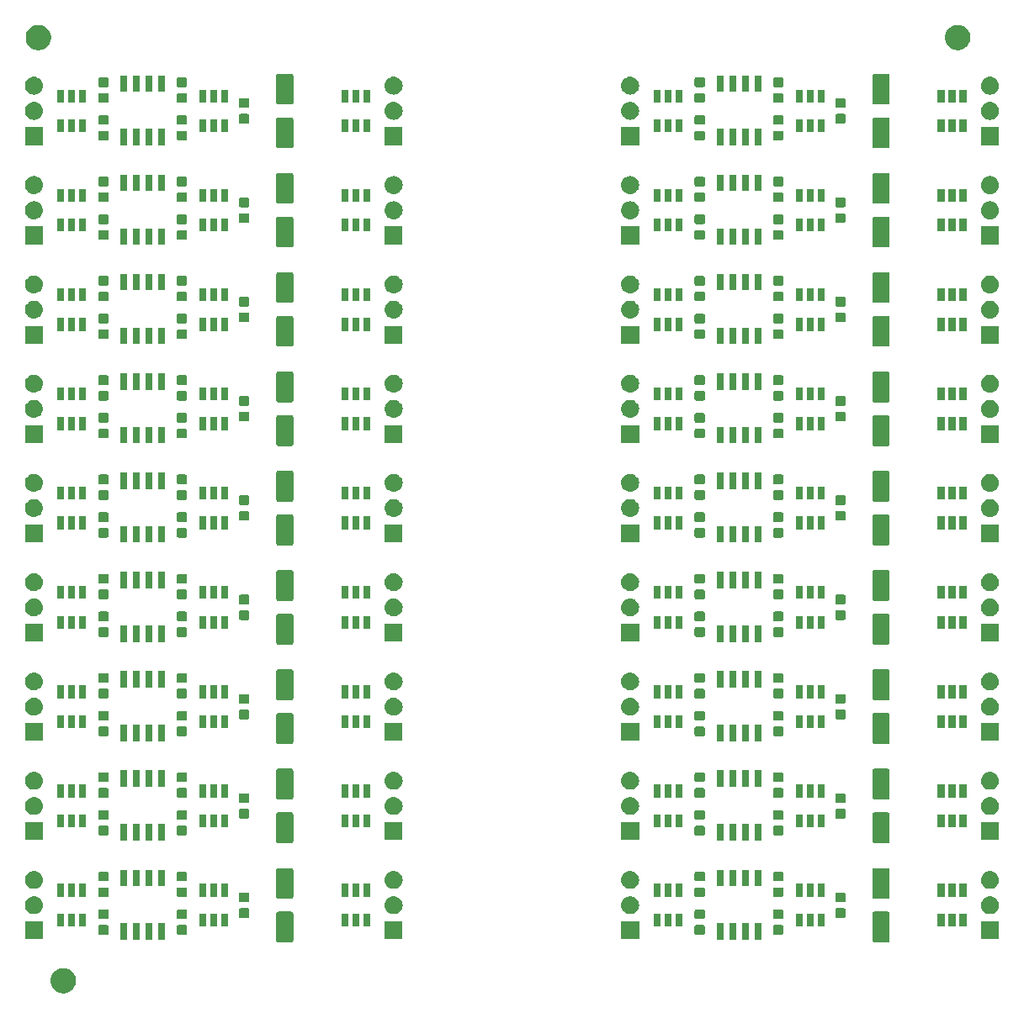
<source format=gbr>
G04 #@! TF.GenerationSoftware,KiCad,Pcbnew,(5.0.2)-1*
G04 #@! TF.CreationDate,2019-05-18T23:58:48-05:00*
G04 #@! TF.ProjectId,pixelote,70697865-6c6f-4746-952e-6b696361645f,rev?*
G04 #@! TF.SameCoordinates,Original*
G04 #@! TF.FileFunction,Soldermask,Top*
G04 #@! TF.FilePolarity,Negative*
%FSLAX46Y46*%
G04 Gerber Fmt 4.6, Leading zero omitted, Abs format (unit mm)*
G04 Created by KiCad (PCBNEW (5.0.2)-1) date 5/18/2019 11:58:48 PM*
%MOMM*%
%LPD*%
G01*
G04 APERTURE LIST*
%ADD10C,0.100000*%
G04 APERTURE END LIST*
D10*
G36*
X95247764Y-141254402D02*
X95370445Y-141278805D01*
X95601571Y-141374541D01*
X95809581Y-141513529D01*
X95986471Y-141690419D01*
X95986473Y-141690422D01*
X96125459Y-141898429D01*
X96221195Y-142129555D01*
X96270000Y-142374916D01*
X96270000Y-142625084D01*
X96221195Y-142870445D01*
X96125459Y-143101571D01*
X95986471Y-143309581D01*
X95809581Y-143486471D01*
X95809578Y-143486473D01*
X95601571Y-143625459D01*
X95370445Y-143721195D01*
X95247764Y-143745598D01*
X95125086Y-143770000D01*
X94874914Y-143770000D01*
X94752236Y-143745598D01*
X94629555Y-143721195D01*
X94398429Y-143625459D01*
X94190422Y-143486473D01*
X94190419Y-143486471D01*
X94013529Y-143309581D01*
X93874541Y-143101571D01*
X93778805Y-142870445D01*
X93730000Y-142625084D01*
X93730000Y-142374916D01*
X93778805Y-142129555D01*
X93874541Y-141898429D01*
X94013527Y-141690422D01*
X94013529Y-141690419D01*
X94190419Y-141513529D01*
X94398429Y-141374541D01*
X94629555Y-141278805D01*
X94752236Y-141254402D01*
X94874914Y-141230000D01*
X95125086Y-141230000D01*
X95247764Y-141254402D01*
X95247764Y-141254402D01*
G37*
G36*
X178005996Y-135553051D02*
X178039653Y-135563261D01*
X178070667Y-135579838D01*
X178097852Y-135602148D01*
X178120162Y-135629333D01*
X178136739Y-135660347D01*
X178146949Y-135694004D01*
X178151000Y-135735138D01*
X178151000Y-138464862D01*
X178146949Y-138505996D01*
X178136739Y-138539653D01*
X178120162Y-138570667D01*
X178097852Y-138597852D01*
X178070667Y-138620162D01*
X178039653Y-138636739D01*
X178005996Y-138646949D01*
X177964862Y-138651000D01*
X176635138Y-138651000D01*
X176594004Y-138646949D01*
X176560347Y-138636739D01*
X176529333Y-138620162D01*
X176502148Y-138597852D01*
X176479838Y-138570667D01*
X176463261Y-138539653D01*
X176453051Y-138505996D01*
X176449000Y-138464862D01*
X176449000Y-135735138D01*
X176453051Y-135694004D01*
X176463261Y-135660347D01*
X176479838Y-135629333D01*
X176502148Y-135602148D01*
X176529333Y-135579838D01*
X176560347Y-135563261D01*
X176594004Y-135553051D01*
X176635138Y-135549000D01*
X177964862Y-135549000D01*
X178005996Y-135553051D01*
X178005996Y-135553051D01*
G37*
G36*
X118005996Y-135553051D02*
X118039653Y-135563261D01*
X118070667Y-135579838D01*
X118097852Y-135602148D01*
X118120162Y-135629333D01*
X118136739Y-135660347D01*
X118146949Y-135694004D01*
X118151000Y-135735138D01*
X118151000Y-138464862D01*
X118146949Y-138505996D01*
X118136739Y-138539653D01*
X118120162Y-138570667D01*
X118097852Y-138597852D01*
X118070667Y-138620162D01*
X118039653Y-138636739D01*
X118005996Y-138646949D01*
X117964862Y-138651000D01*
X116635138Y-138651000D01*
X116594004Y-138646949D01*
X116560347Y-138636739D01*
X116529333Y-138620162D01*
X116502148Y-138597852D01*
X116479838Y-138570667D01*
X116463261Y-138539653D01*
X116453051Y-138505996D01*
X116449000Y-138464862D01*
X116449000Y-135735138D01*
X116453051Y-135694004D01*
X116463261Y-135660347D01*
X116479838Y-135629333D01*
X116502148Y-135602148D01*
X116529333Y-135579838D01*
X116560347Y-135563261D01*
X116594004Y-135553051D01*
X116635138Y-135549000D01*
X117964862Y-135549000D01*
X118005996Y-135553051D01*
X118005996Y-135553051D01*
G37*
G36*
X161446000Y-138376000D02*
X160744000Y-138376000D01*
X160744000Y-136724000D01*
X161446000Y-136724000D01*
X161446000Y-138376000D01*
X161446000Y-138376000D01*
G37*
G36*
X165256000Y-138376000D02*
X164554000Y-138376000D01*
X164554000Y-136724000D01*
X165256000Y-136724000D01*
X165256000Y-138376000D01*
X165256000Y-138376000D01*
G37*
G36*
X163986000Y-138376000D02*
X163284000Y-138376000D01*
X163284000Y-136724000D01*
X163986000Y-136724000D01*
X163986000Y-138376000D01*
X163986000Y-138376000D01*
G37*
G36*
X105256000Y-138376000D02*
X104554000Y-138376000D01*
X104554000Y-136724000D01*
X105256000Y-136724000D01*
X105256000Y-138376000D01*
X105256000Y-138376000D01*
G37*
G36*
X103986000Y-138376000D02*
X103284000Y-138376000D01*
X103284000Y-136724000D01*
X103986000Y-136724000D01*
X103986000Y-138376000D01*
X103986000Y-138376000D01*
G37*
G36*
X102716000Y-138376000D02*
X102014000Y-138376000D01*
X102014000Y-136724000D01*
X102716000Y-136724000D01*
X102716000Y-138376000D01*
X102716000Y-138376000D01*
G37*
G36*
X101446000Y-138376000D02*
X100744000Y-138376000D01*
X100744000Y-136724000D01*
X101446000Y-136724000D01*
X101446000Y-138376000D01*
X101446000Y-138376000D01*
G37*
G36*
X162716000Y-138376000D02*
X162014000Y-138376000D01*
X162014000Y-136724000D01*
X162716000Y-136724000D01*
X162716000Y-138376000D01*
X162716000Y-138376000D01*
G37*
G36*
X129151000Y-138341000D02*
X127349000Y-138341000D01*
X127349000Y-136539000D01*
X129151000Y-136539000D01*
X129151000Y-138341000D01*
X129151000Y-138341000D01*
G37*
G36*
X189151000Y-138341000D02*
X187349000Y-138341000D01*
X187349000Y-136539000D01*
X189151000Y-136539000D01*
X189151000Y-138341000D01*
X189151000Y-138341000D01*
G37*
G36*
X92951000Y-138341000D02*
X91149000Y-138341000D01*
X91149000Y-136539000D01*
X92951000Y-136539000D01*
X92951000Y-138341000D01*
X92951000Y-138341000D01*
G37*
G36*
X152951000Y-138341000D02*
X151149000Y-138341000D01*
X151149000Y-136539000D01*
X152951000Y-136539000D01*
X152951000Y-138341000D01*
X152951000Y-138341000D01*
G37*
G36*
X99429591Y-136903085D02*
X99463569Y-136913393D01*
X99494887Y-136930133D01*
X99522339Y-136952661D01*
X99544867Y-136980113D01*
X99561607Y-137011431D01*
X99571915Y-137045409D01*
X99576000Y-137086890D01*
X99576000Y-137688110D01*
X99571915Y-137729591D01*
X99561607Y-137763569D01*
X99544867Y-137794887D01*
X99522339Y-137822339D01*
X99494887Y-137844867D01*
X99463569Y-137861607D01*
X99429591Y-137871915D01*
X99388110Y-137876000D01*
X98711890Y-137876000D01*
X98670409Y-137871915D01*
X98636431Y-137861607D01*
X98605113Y-137844867D01*
X98577661Y-137822339D01*
X98555133Y-137794887D01*
X98538393Y-137763569D01*
X98528085Y-137729591D01*
X98524000Y-137688110D01*
X98524000Y-137086890D01*
X98528085Y-137045409D01*
X98538393Y-137011431D01*
X98555133Y-136980113D01*
X98577661Y-136952661D01*
X98605113Y-136930133D01*
X98636431Y-136913393D01*
X98670409Y-136903085D01*
X98711890Y-136899000D01*
X99388110Y-136899000D01*
X99429591Y-136903085D01*
X99429591Y-136903085D01*
G37*
G36*
X107329591Y-136903085D02*
X107363569Y-136913393D01*
X107394887Y-136930133D01*
X107422339Y-136952661D01*
X107444867Y-136980113D01*
X107461607Y-137011431D01*
X107471915Y-137045409D01*
X107476000Y-137086890D01*
X107476000Y-137688110D01*
X107471915Y-137729591D01*
X107461607Y-137763569D01*
X107444867Y-137794887D01*
X107422339Y-137822339D01*
X107394887Y-137844867D01*
X107363569Y-137861607D01*
X107329591Y-137871915D01*
X107288110Y-137876000D01*
X106611890Y-137876000D01*
X106570409Y-137871915D01*
X106536431Y-137861607D01*
X106505113Y-137844867D01*
X106477661Y-137822339D01*
X106455133Y-137794887D01*
X106438393Y-137763569D01*
X106428085Y-137729591D01*
X106424000Y-137688110D01*
X106424000Y-137086890D01*
X106428085Y-137045409D01*
X106438393Y-137011431D01*
X106455133Y-136980113D01*
X106477661Y-136952661D01*
X106505113Y-136930133D01*
X106536431Y-136913393D01*
X106570409Y-136903085D01*
X106611890Y-136899000D01*
X107288110Y-136899000D01*
X107329591Y-136903085D01*
X107329591Y-136903085D01*
G37*
G36*
X159429591Y-136903085D02*
X159463569Y-136913393D01*
X159494887Y-136930133D01*
X159522339Y-136952661D01*
X159544867Y-136980113D01*
X159561607Y-137011431D01*
X159571915Y-137045409D01*
X159576000Y-137086890D01*
X159576000Y-137688110D01*
X159571915Y-137729591D01*
X159561607Y-137763569D01*
X159544867Y-137794887D01*
X159522339Y-137822339D01*
X159494887Y-137844867D01*
X159463569Y-137861607D01*
X159429591Y-137871915D01*
X159388110Y-137876000D01*
X158711890Y-137876000D01*
X158670409Y-137871915D01*
X158636431Y-137861607D01*
X158605113Y-137844867D01*
X158577661Y-137822339D01*
X158555133Y-137794887D01*
X158538393Y-137763569D01*
X158528085Y-137729591D01*
X158524000Y-137688110D01*
X158524000Y-137086890D01*
X158528085Y-137045409D01*
X158538393Y-137011431D01*
X158555133Y-136980113D01*
X158577661Y-136952661D01*
X158605113Y-136930133D01*
X158636431Y-136913393D01*
X158670409Y-136903085D01*
X158711890Y-136899000D01*
X159388110Y-136899000D01*
X159429591Y-136903085D01*
X159429591Y-136903085D01*
G37*
G36*
X167329591Y-136903085D02*
X167363569Y-136913393D01*
X167394887Y-136930133D01*
X167422339Y-136952661D01*
X167444867Y-136980113D01*
X167461607Y-137011431D01*
X167471915Y-137045409D01*
X167476000Y-137086890D01*
X167476000Y-137688110D01*
X167471915Y-137729591D01*
X167461607Y-137763569D01*
X167444867Y-137794887D01*
X167422339Y-137822339D01*
X167394887Y-137844867D01*
X167363569Y-137861607D01*
X167329591Y-137871915D01*
X167288110Y-137876000D01*
X166611890Y-137876000D01*
X166570409Y-137871915D01*
X166536431Y-137861607D01*
X166505113Y-137844867D01*
X166477661Y-137822339D01*
X166455133Y-137794887D01*
X166438393Y-137763569D01*
X166428085Y-137729591D01*
X166424000Y-137688110D01*
X166424000Y-137086890D01*
X166428085Y-137045409D01*
X166438393Y-137011431D01*
X166455133Y-136980113D01*
X166477661Y-136952661D01*
X166505113Y-136930133D01*
X166536431Y-136913393D01*
X166570409Y-136903085D01*
X166611890Y-136899000D01*
X167288110Y-136899000D01*
X167329591Y-136903085D01*
X167329591Y-136903085D01*
G37*
G36*
X124801000Y-137051000D02*
X124099000Y-137051000D01*
X124099000Y-135749000D01*
X124801000Y-135749000D01*
X124801000Y-137051000D01*
X124801000Y-137051000D01*
G37*
G36*
X171601000Y-137051000D02*
X170899000Y-137051000D01*
X170899000Y-135749000D01*
X171601000Y-135749000D01*
X171601000Y-137051000D01*
X171601000Y-137051000D01*
G37*
G36*
X184801000Y-137051000D02*
X184099000Y-137051000D01*
X184099000Y-135749000D01*
X184801000Y-135749000D01*
X184801000Y-137051000D01*
X184801000Y-137051000D01*
G37*
G36*
X185901000Y-137051000D02*
X185199000Y-137051000D01*
X185199000Y-135749000D01*
X185901000Y-135749000D01*
X185901000Y-137051000D01*
X185901000Y-137051000D01*
G37*
G36*
X183701000Y-137051000D02*
X182999000Y-137051000D01*
X182999000Y-135749000D01*
X183701000Y-135749000D01*
X183701000Y-137051000D01*
X183701000Y-137051000D01*
G37*
G36*
X97301000Y-137051000D02*
X96599000Y-137051000D01*
X96599000Y-135749000D01*
X97301000Y-135749000D01*
X97301000Y-137051000D01*
X97301000Y-137051000D01*
G37*
G36*
X109401000Y-137051000D02*
X108699000Y-137051000D01*
X108699000Y-135749000D01*
X109401000Y-135749000D01*
X109401000Y-137051000D01*
X109401000Y-137051000D01*
G37*
G36*
X110501000Y-137051000D02*
X109799000Y-137051000D01*
X109799000Y-135749000D01*
X110501000Y-135749000D01*
X110501000Y-137051000D01*
X110501000Y-137051000D01*
G37*
G36*
X111601000Y-137051000D02*
X110899000Y-137051000D01*
X110899000Y-135749000D01*
X111601000Y-135749000D01*
X111601000Y-137051000D01*
X111601000Y-137051000D01*
G37*
G36*
X123701000Y-137051000D02*
X122999000Y-137051000D01*
X122999000Y-135749000D01*
X123701000Y-135749000D01*
X123701000Y-137051000D01*
X123701000Y-137051000D01*
G37*
G36*
X96201000Y-137051000D02*
X95499000Y-137051000D01*
X95499000Y-135749000D01*
X96201000Y-135749000D01*
X96201000Y-137051000D01*
X96201000Y-137051000D01*
G37*
G36*
X95101000Y-137051000D02*
X94399000Y-137051000D01*
X94399000Y-135749000D01*
X95101000Y-135749000D01*
X95101000Y-137051000D01*
X95101000Y-137051000D01*
G37*
G36*
X155101000Y-137051000D02*
X154399000Y-137051000D01*
X154399000Y-135749000D01*
X155101000Y-135749000D01*
X155101000Y-137051000D01*
X155101000Y-137051000D01*
G37*
G36*
X157301000Y-137051000D02*
X156599000Y-137051000D01*
X156599000Y-135749000D01*
X157301000Y-135749000D01*
X157301000Y-137051000D01*
X157301000Y-137051000D01*
G37*
G36*
X170501000Y-137051000D02*
X169799000Y-137051000D01*
X169799000Y-135749000D01*
X170501000Y-135749000D01*
X170501000Y-137051000D01*
X170501000Y-137051000D01*
G37*
G36*
X169401000Y-137051000D02*
X168699000Y-137051000D01*
X168699000Y-135749000D01*
X169401000Y-135749000D01*
X169401000Y-137051000D01*
X169401000Y-137051000D01*
G37*
G36*
X125901000Y-137051000D02*
X125199000Y-137051000D01*
X125199000Y-135749000D01*
X125901000Y-135749000D01*
X125901000Y-137051000D01*
X125901000Y-137051000D01*
G37*
G36*
X156201000Y-137051000D02*
X155499000Y-137051000D01*
X155499000Y-135749000D01*
X156201000Y-135749000D01*
X156201000Y-137051000D01*
X156201000Y-137051000D01*
G37*
G36*
X107329591Y-135328085D02*
X107363569Y-135338393D01*
X107394887Y-135355133D01*
X107422339Y-135377661D01*
X107444867Y-135405113D01*
X107461607Y-135436431D01*
X107471915Y-135470409D01*
X107476000Y-135511890D01*
X107476000Y-136113110D01*
X107471915Y-136154591D01*
X107461607Y-136188569D01*
X107444867Y-136219887D01*
X107422339Y-136247339D01*
X107394887Y-136269867D01*
X107363569Y-136286607D01*
X107329591Y-136296915D01*
X107288110Y-136301000D01*
X106611890Y-136301000D01*
X106570409Y-136296915D01*
X106536431Y-136286607D01*
X106505113Y-136269867D01*
X106477661Y-136247339D01*
X106455133Y-136219887D01*
X106438393Y-136188569D01*
X106428085Y-136154591D01*
X106424000Y-136113110D01*
X106424000Y-135511890D01*
X106428085Y-135470409D01*
X106438393Y-135436431D01*
X106455133Y-135405113D01*
X106477661Y-135377661D01*
X106505113Y-135355133D01*
X106536431Y-135338393D01*
X106570409Y-135328085D01*
X106611890Y-135324000D01*
X107288110Y-135324000D01*
X107329591Y-135328085D01*
X107329591Y-135328085D01*
G37*
G36*
X167329591Y-135328085D02*
X167363569Y-135338393D01*
X167394887Y-135355133D01*
X167422339Y-135377661D01*
X167444867Y-135405113D01*
X167461607Y-135436431D01*
X167471915Y-135470409D01*
X167476000Y-135511890D01*
X167476000Y-136113110D01*
X167471915Y-136154591D01*
X167461607Y-136188569D01*
X167444867Y-136219887D01*
X167422339Y-136247339D01*
X167394887Y-136269867D01*
X167363569Y-136286607D01*
X167329591Y-136296915D01*
X167288110Y-136301000D01*
X166611890Y-136301000D01*
X166570409Y-136296915D01*
X166536431Y-136286607D01*
X166505113Y-136269867D01*
X166477661Y-136247339D01*
X166455133Y-136219887D01*
X166438393Y-136188569D01*
X166428085Y-136154591D01*
X166424000Y-136113110D01*
X166424000Y-135511890D01*
X166428085Y-135470409D01*
X166438393Y-135436431D01*
X166455133Y-135405113D01*
X166477661Y-135377661D01*
X166505113Y-135355133D01*
X166536431Y-135338393D01*
X166570409Y-135328085D01*
X166611890Y-135324000D01*
X167288110Y-135324000D01*
X167329591Y-135328085D01*
X167329591Y-135328085D01*
G37*
G36*
X99429591Y-135328085D02*
X99463569Y-135338393D01*
X99494887Y-135355133D01*
X99522339Y-135377661D01*
X99544867Y-135405113D01*
X99561607Y-135436431D01*
X99571915Y-135470409D01*
X99576000Y-135511890D01*
X99576000Y-136113110D01*
X99571915Y-136154591D01*
X99561607Y-136188569D01*
X99544867Y-136219887D01*
X99522339Y-136247339D01*
X99494887Y-136269867D01*
X99463569Y-136286607D01*
X99429591Y-136296915D01*
X99388110Y-136301000D01*
X98711890Y-136301000D01*
X98670409Y-136296915D01*
X98636431Y-136286607D01*
X98605113Y-136269867D01*
X98577661Y-136247339D01*
X98555133Y-136219887D01*
X98538393Y-136188569D01*
X98528085Y-136154591D01*
X98524000Y-136113110D01*
X98524000Y-135511890D01*
X98528085Y-135470409D01*
X98538393Y-135436431D01*
X98555133Y-135405113D01*
X98577661Y-135377661D01*
X98605113Y-135355133D01*
X98636431Y-135338393D01*
X98670409Y-135328085D01*
X98711890Y-135324000D01*
X99388110Y-135324000D01*
X99429591Y-135328085D01*
X99429591Y-135328085D01*
G37*
G36*
X159429591Y-135328085D02*
X159463569Y-135338393D01*
X159494887Y-135355133D01*
X159522339Y-135377661D01*
X159544867Y-135405113D01*
X159561607Y-135436431D01*
X159571915Y-135470409D01*
X159576000Y-135511890D01*
X159576000Y-136113110D01*
X159571915Y-136154591D01*
X159561607Y-136188569D01*
X159544867Y-136219887D01*
X159522339Y-136247339D01*
X159494887Y-136269867D01*
X159463569Y-136286607D01*
X159429591Y-136296915D01*
X159388110Y-136301000D01*
X158711890Y-136301000D01*
X158670409Y-136296915D01*
X158636431Y-136286607D01*
X158605113Y-136269867D01*
X158577661Y-136247339D01*
X158555133Y-136219887D01*
X158538393Y-136188569D01*
X158528085Y-136154591D01*
X158524000Y-136113110D01*
X158524000Y-135511890D01*
X158528085Y-135470409D01*
X158538393Y-135436431D01*
X158555133Y-135405113D01*
X158577661Y-135377661D01*
X158605113Y-135355133D01*
X158636431Y-135338393D01*
X158670409Y-135328085D01*
X158711890Y-135324000D01*
X159388110Y-135324000D01*
X159429591Y-135328085D01*
X159429591Y-135328085D01*
G37*
G36*
X113579591Y-135203085D02*
X113613569Y-135213393D01*
X113644887Y-135230133D01*
X113672339Y-135252661D01*
X113694867Y-135280113D01*
X113711607Y-135311431D01*
X113721915Y-135345409D01*
X113726000Y-135386890D01*
X113726000Y-135988110D01*
X113721915Y-136029591D01*
X113711607Y-136063569D01*
X113694867Y-136094887D01*
X113672339Y-136122339D01*
X113644887Y-136144867D01*
X113613569Y-136161607D01*
X113579591Y-136171915D01*
X113538110Y-136176000D01*
X112861890Y-136176000D01*
X112820409Y-136171915D01*
X112786431Y-136161607D01*
X112755113Y-136144867D01*
X112727661Y-136122339D01*
X112705133Y-136094887D01*
X112688393Y-136063569D01*
X112678085Y-136029591D01*
X112674000Y-135988110D01*
X112674000Y-135386890D01*
X112678085Y-135345409D01*
X112688393Y-135311431D01*
X112705133Y-135280113D01*
X112727661Y-135252661D01*
X112755113Y-135230133D01*
X112786431Y-135213393D01*
X112820409Y-135203085D01*
X112861890Y-135199000D01*
X113538110Y-135199000D01*
X113579591Y-135203085D01*
X113579591Y-135203085D01*
G37*
G36*
X173579591Y-135203085D02*
X173613569Y-135213393D01*
X173644887Y-135230133D01*
X173672339Y-135252661D01*
X173694867Y-135280113D01*
X173711607Y-135311431D01*
X173721915Y-135345409D01*
X173726000Y-135386890D01*
X173726000Y-135988110D01*
X173721915Y-136029591D01*
X173711607Y-136063569D01*
X173694867Y-136094887D01*
X173672339Y-136122339D01*
X173644887Y-136144867D01*
X173613569Y-136161607D01*
X173579591Y-136171915D01*
X173538110Y-136176000D01*
X172861890Y-136176000D01*
X172820409Y-136171915D01*
X172786431Y-136161607D01*
X172755113Y-136144867D01*
X172727661Y-136122339D01*
X172705133Y-136094887D01*
X172688393Y-136063569D01*
X172678085Y-136029591D01*
X172674000Y-135988110D01*
X172674000Y-135386890D01*
X172678085Y-135345409D01*
X172688393Y-135311431D01*
X172705133Y-135280113D01*
X172727661Y-135252661D01*
X172755113Y-135230133D01*
X172786431Y-135213393D01*
X172820409Y-135203085D01*
X172861890Y-135199000D01*
X173538110Y-135199000D01*
X173579591Y-135203085D01*
X173579591Y-135203085D01*
G37*
G36*
X92160443Y-134005519D02*
X92226627Y-134012037D01*
X92334853Y-134044867D01*
X92396467Y-134063557D01*
X92526028Y-134132810D01*
X92552991Y-134147222D01*
X92584534Y-134173109D01*
X92690186Y-134259814D01*
X92769738Y-134356750D01*
X92802778Y-134397009D01*
X92802779Y-134397011D01*
X92886443Y-134553533D01*
X92900842Y-134601000D01*
X92937963Y-134723373D01*
X92955359Y-134900000D01*
X92937963Y-135076627D01*
X92903616Y-135189853D01*
X92886443Y-135246467D01*
X92831220Y-135349780D01*
X92802778Y-135402991D01*
X92778518Y-135432552D01*
X92690186Y-135540186D01*
X92588729Y-135623448D01*
X92552991Y-135652778D01*
X92535087Y-135662348D01*
X92396467Y-135736443D01*
X92355071Y-135749000D01*
X92226627Y-135787963D01*
X92160443Y-135794481D01*
X92094260Y-135801000D01*
X92005740Y-135801000D01*
X91939557Y-135794481D01*
X91873373Y-135787963D01*
X91744929Y-135749000D01*
X91703533Y-135736443D01*
X91564913Y-135662348D01*
X91547009Y-135652778D01*
X91511271Y-135623448D01*
X91409814Y-135540186D01*
X91321482Y-135432552D01*
X91297222Y-135402991D01*
X91268780Y-135349780D01*
X91213557Y-135246467D01*
X91196384Y-135189853D01*
X91162037Y-135076627D01*
X91144641Y-134900000D01*
X91162037Y-134723373D01*
X91199158Y-134601000D01*
X91213557Y-134553533D01*
X91297221Y-134397011D01*
X91297222Y-134397009D01*
X91330262Y-134356750D01*
X91409814Y-134259814D01*
X91515466Y-134173109D01*
X91547009Y-134147222D01*
X91573972Y-134132810D01*
X91703533Y-134063557D01*
X91765147Y-134044867D01*
X91873373Y-134012037D01*
X91939557Y-134005519D01*
X92005740Y-133999000D01*
X92094260Y-133999000D01*
X92160443Y-134005519D01*
X92160443Y-134005519D01*
G37*
G36*
X152160443Y-134005519D02*
X152226627Y-134012037D01*
X152334853Y-134044867D01*
X152396467Y-134063557D01*
X152526028Y-134132810D01*
X152552991Y-134147222D01*
X152584534Y-134173109D01*
X152690186Y-134259814D01*
X152769738Y-134356750D01*
X152802778Y-134397009D01*
X152802779Y-134397011D01*
X152886443Y-134553533D01*
X152900842Y-134601000D01*
X152937963Y-134723373D01*
X152955359Y-134900000D01*
X152937963Y-135076627D01*
X152903616Y-135189853D01*
X152886443Y-135246467D01*
X152831220Y-135349780D01*
X152802778Y-135402991D01*
X152778518Y-135432552D01*
X152690186Y-135540186D01*
X152588729Y-135623448D01*
X152552991Y-135652778D01*
X152535087Y-135662348D01*
X152396467Y-135736443D01*
X152355071Y-135749000D01*
X152226627Y-135787963D01*
X152160443Y-135794481D01*
X152094260Y-135801000D01*
X152005740Y-135801000D01*
X151939557Y-135794481D01*
X151873373Y-135787963D01*
X151744929Y-135749000D01*
X151703533Y-135736443D01*
X151564913Y-135662348D01*
X151547009Y-135652778D01*
X151511271Y-135623448D01*
X151409814Y-135540186D01*
X151321482Y-135432552D01*
X151297222Y-135402991D01*
X151268780Y-135349780D01*
X151213557Y-135246467D01*
X151196384Y-135189853D01*
X151162037Y-135076627D01*
X151144641Y-134900000D01*
X151162037Y-134723373D01*
X151199158Y-134601000D01*
X151213557Y-134553533D01*
X151297221Y-134397011D01*
X151297222Y-134397009D01*
X151330262Y-134356750D01*
X151409814Y-134259814D01*
X151515466Y-134173109D01*
X151547009Y-134147222D01*
X151573972Y-134132810D01*
X151703533Y-134063557D01*
X151765147Y-134044867D01*
X151873373Y-134012037D01*
X151939557Y-134005519D01*
X152005740Y-133999000D01*
X152094260Y-133999000D01*
X152160443Y-134005519D01*
X152160443Y-134005519D01*
G37*
G36*
X188360443Y-134005519D02*
X188426627Y-134012037D01*
X188534853Y-134044867D01*
X188596467Y-134063557D01*
X188726028Y-134132810D01*
X188752991Y-134147222D01*
X188784534Y-134173109D01*
X188890186Y-134259814D01*
X188969738Y-134356750D01*
X189002778Y-134397009D01*
X189002779Y-134397011D01*
X189086443Y-134553533D01*
X189100842Y-134601000D01*
X189137963Y-134723373D01*
X189155359Y-134900000D01*
X189137963Y-135076627D01*
X189103616Y-135189853D01*
X189086443Y-135246467D01*
X189031220Y-135349780D01*
X189002778Y-135402991D01*
X188978518Y-135432552D01*
X188890186Y-135540186D01*
X188788729Y-135623448D01*
X188752991Y-135652778D01*
X188735087Y-135662348D01*
X188596467Y-135736443D01*
X188555071Y-135749000D01*
X188426627Y-135787963D01*
X188360443Y-135794481D01*
X188294260Y-135801000D01*
X188205740Y-135801000D01*
X188139557Y-135794481D01*
X188073373Y-135787963D01*
X187944929Y-135749000D01*
X187903533Y-135736443D01*
X187764913Y-135662348D01*
X187747009Y-135652778D01*
X187711271Y-135623448D01*
X187609814Y-135540186D01*
X187521482Y-135432552D01*
X187497222Y-135402991D01*
X187468780Y-135349780D01*
X187413557Y-135246467D01*
X187396384Y-135189853D01*
X187362037Y-135076627D01*
X187344641Y-134900000D01*
X187362037Y-134723373D01*
X187399158Y-134601000D01*
X187413557Y-134553533D01*
X187497221Y-134397011D01*
X187497222Y-134397009D01*
X187530262Y-134356750D01*
X187609814Y-134259814D01*
X187715466Y-134173109D01*
X187747009Y-134147222D01*
X187773972Y-134132810D01*
X187903533Y-134063557D01*
X187965147Y-134044867D01*
X188073373Y-134012037D01*
X188139557Y-134005519D01*
X188205740Y-133999000D01*
X188294260Y-133999000D01*
X188360443Y-134005519D01*
X188360443Y-134005519D01*
G37*
G36*
X128360443Y-134005519D02*
X128426627Y-134012037D01*
X128534853Y-134044867D01*
X128596467Y-134063557D01*
X128726028Y-134132810D01*
X128752991Y-134147222D01*
X128784534Y-134173109D01*
X128890186Y-134259814D01*
X128969738Y-134356750D01*
X129002778Y-134397009D01*
X129002779Y-134397011D01*
X129086443Y-134553533D01*
X129100842Y-134601000D01*
X129137963Y-134723373D01*
X129155359Y-134900000D01*
X129137963Y-135076627D01*
X129103616Y-135189853D01*
X129086443Y-135246467D01*
X129031220Y-135349780D01*
X129002778Y-135402991D01*
X128978518Y-135432552D01*
X128890186Y-135540186D01*
X128788729Y-135623448D01*
X128752991Y-135652778D01*
X128735087Y-135662348D01*
X128596467Y-135736443D01*
X128555071Y-135749000D01*
X128426627Y-135787963D01*
X128360443Y-135794481D01*
X128294260Y-135801000D01*
X128205740Y-135801000D01*
X128139557Y-135794481D01*
X128073373Y-135787963D01*
X127944929Y-135749000D01*
X127903533Y-135736443D01*
X127764913Y-135662348D01*
X127747009Y-135652778D01*
X127711271Y-135623448D01*
X127609814Y-135540186D01*
X127521482Y-135432552D01*
X127497222Y-135402991D01*
X127468780Y-135349780D01*
X127413557Y-135246467D01*
X127396384Y-135189853D01*
X127362037Y-135076627D01*
X127344641Y-134900000D01*
X127362037Y-134723373D01*
X127399158Y-134601000D01*
X127413557Y-134553533D01*
X127497221Y-134397011D01*
X127497222Y-134397009D01*
X127530262Y-134356750D01*
X127609814Y-134259814D01*
X127715466Y-134173109D01*
X127747009Y-134147222D01*
X127773972Y-134132810D01*
X127903533Y-134063557D01*
X127965147Y-134044867D01*
X128073373Y-134012037D01*
X128139557Y-134005519D01*
X128205740Y-133999000D01*
X128294260Y-133999000D01*
X128360443Y-134005519D01*
X128360443Y-134005519D01*
G37*
G36*
X113579591Y-133628085D02*
X113613569Y-133638393D01*
X113644887Y-133655133D01*
X113672339Y-133677661D01*
X113694867Y-133705113D01*
X113711607Y-133736431D01*
X113721915Y-133770409D01*
X113726000Y-133811890D01*
X113726000Y-134413110D01*
X113721915Y-134454591D01*
X113711607Y-134488569D01*
X113694867Y-134519887D01*
X113672339Y-134547339D01*
X113644887Y-134569867D01*
X113613569Y-134586607D01*
X113579591Y-134596915D01*
X113538110Y-134601000D01*
X112861890Y-134601000D01*
X112820409Y-134596915D01*
X112786431Y-134586607D01*
X112755113Y-134569867D01*
X112727661Y-134547339D01*
X112705133Y-134519887D01*
X112688393Y-134488569D01*
X112678085Y-134454591D01*
X112674000Y-134413110D01*
X112674000Y-133811890D01*
X112678085Y-133770409D01*
X112688393Y-133736431D01*
X112705133Y-133705113D01*
X112727661Y-133677661D01*
X112755113Y-133655133D01*
X112786431Y-133638393D01*
X112820409Y-133628085D01*
X112861890Y-133624000D01*
X113538110Y-133624000D01*
X113579591Y-133628085D01*
X113579591Y-133628085D01*
G37*
G36*
X173579591Y-133628085D02*
X173613569Y-133638393D01*
X173644887Y-133655133D01*
X173672339Y-133677661D01*
X173694867Y-133705113D01*
X173711607Y-133736431D01*
X173721915Y-133770409D01*
X173726000Y-133811890D01*
X173726000Y-134413110D01*
X173721915Y-134454591D01*
X173711607Y-134488569D01*
X173694867Y-134519887D01*
X173672339Y-134547339D01*
X173644887Y-134569867D01*
X173613569Y-134586607D01*
X173579591Y-134596915D01*
X173538110Y-134601000D01*
X172861890Y-134601000D01*
X172820409Y-134596915D01*
X172786431Y-134586607D01*
X172755113Y-134569867D01*
X172727661Y-134547339D01*
X172705133Y-134519887D01*
X172688393Y-134488569D01*
X172678085Y-134454591D01*
X172674000Y-134413110D01*
X172674000Y-133811890D01*
X172678085Y-133770409D01*
X172688393Y-133736431D01*
X172705133Y-133705113D01*
X172727661Y-133677661D01*
X172755113Y-133655133D01*
X172786431Y-133638393D01*
X172820409Y-133628085D01*
X172861890Y-133624000D01*
X173538110Y-133624000D01*
X173579591Y-133628085D01*
X173579591Y-133628085D01*
G37*
G36*
X178005996Y-131153051D02*
X178039653Y-131163261D01*
X178070667Y-131179838D01*
X178097852Y-131202148D01*
X178120162Y-131229333D01*
X178136739Y-131260347D01*
X178146949Y-131294004D01*
X178151000Y-131335138D01*
X178151000Y-134064862D01*
X178146949Y-134105996D01*
X178136739Y-134139653D01*
X178120162Y-134170667D01*
X178097852Y-134197852D01*
X178070667Y-134220162D01*
X178039653Y-134236739D01*
X178005996Y-134246949D01*
X177964862Y-134251000D01*
X176635138Y-134251000D01*
X176594004Y-134246949D01*
X176560347Y-134236739D01*
X176529333Y-134220162D01*
X176502148Y-134197852D01*
X176479838Y-134170667D01*
X176463261Y-134139653D01*
X176453051Y-134105996D01*
X176449000Y-134064862D01*
X176449000Y-131335138D01*
X176453051Y-131294004D01*
X176463261Y-131260347D01*
X176479838Y-131229333D01*
X176502148Y-131202148D01*
X176529333Y-131179838D01*
X176560347Y-131163261D01*
X176594004Y-131153051D01*
X176635138Y-131149000D01*
X177964862Y-131149000D01*
X178005996Y-131153051D01*
X178005996Y-131153051D01*
G37*
G36*
X118005996Y-131153051D02*
X118039653Y-131163261D01*
X118070667Y-131179838D01*
X118097852Y-131202148D01*
X118120162Y-131229333D01*
X118136739Y-131260347D01*
X118146949Y-131294004D01*
X118151000Y-131335138D01*
X118151000Y-134064862D01*
X118146949Y-134105996D01*
X118136739Y-134139653D01*
X118120162Y-134170667D01*
X118097852Y-134197852D01*
X118070667Y-134220162D01*
X118039653Y-134236739D01*
X118005996Y-134246949D01*
X117964862Y-134251000D01*
X116635138Y-134251000D01*
X116594004Y-134246949D01*
X116560347Y-134236739D01*
X116529333Y-134220162D01*
X116502148Y-134197852D01*
X116479838Y-134170667D01*
X116463261Y-134139653D01*
X116453051Y-134105996D01*
X116449000Y-134064862D01*
X116449000Y-131335138D01*
X116453051Y-131294004D01*
X116463261Y-131260347D01*
X116479838Y-131229333D01*
X116502148Y-131202148D01*
X116529333Y-131179838D01*
X116560347Y-131163261D01*
X116594004Y-131153051D01*
X116635138Y-131149000D01*
X117964862Y-131149000D01*
X118005996Y-131153051D01*
X118005996Y-131153051D01*
G37*
G36*
X107329591Y-133103085D02*
X107363569Y-133113393D01*
X107394887Y-133130133D01*
X107422339Y-133152661D01*
X107444867Y-133180113D01*
X107461607Y-133211431D01*
X107471915Y-133245409D01*
X107476000Y-133286890D01*
X107476000Y-133888110D01*
X107471915Y-133929591D01*
X107461607Y-133963569D01*
X107444867Y-133994887D01*
X107422339Y-134022339D01*
X107394887Y-134044867D01*
X107363569Y-134061607D01*
X107329591Y-134071915D01*
X107288110Y-134076000D01*
X106611890Y-134076000D01*
X106570409Y-134071915D01*
X106536431Y-134061607D01*
X106505113Y-134044867D01*
X106477661Y-134022339D01*
X106455133Y-133994887D01*
X106438393Y-133963569D01*
X106428085Y-133929591D01*
X106424000Y-133888110D01*
X106424000Y-133286890D01*
X106428085Y-133245409D01*
X106438393Y-133211431D01*
X106455133Y-133180113D01*
X106477661Y-133152661D01*
X106505113Y-133130133D01*
X106536431Y-133113393D01*
X106570409Y-133103085D01*
X106611890Y-133099000D01*
X107288110Y-133099000D01*
X107329591Y-133103085D01*
X107329591Y-133103085D01*
G37*
G36*
X167329591Y-133103085D02*
X167363569Y-133113393D01*
X167394887Y-133130133D01*
X167422339Y-133152661D01*
X167444867Y-133180113D01*
X167461607Y-133211431D01*
X167471915Y-133245409D01*
X167476000Y-133286890D01*
X167476000Y-133888110D01*
X167471915Y-133929591D01*
X167461607Y-133963569D01*
X167444867Y-133994887D01*
X167422339Y-134022339D01*
X167394887Y-134044867D01*
X167363569Y-134061607D01*
X167329591Y-134071915D01*
X167288110Y-134076000D01*
X166611890Y-134076000D01*
X166570409Y-134071915D01*
X166536431Y-134061607D01*
X166505113Y-134044867D01*
X166477661Y-134022339D01*
X166455133Y-133994887D01*
X166438393Y-133963569D01*
X166428085Y-133929591D01*
X166424000Y-133888110D01*
X166424000Y-133286890D01*
X166428085Y-133245409D01*
X166438393Y-133211431D01*
X166455133Y-133180113D01*
X166477661Y-133152661D01*
X166505113Y-133130133D01*
X166536431Y-133113393D01*
X166570409Y-133103085D01*
X166611890Y-133099000D01*
X167288110Y-133099000D01*
X167329591Y-133103085D01*
X167329591Y-133103085D01*
G37*
G36*
X159429591Y-133103085D02*
X159463569Y-133113393D01*
X159494887Y-133130133D01*
X159522339Y-133152661D01*
X159544867Y-133180113D01*
X159561607Y-133211431D01*
X159571915Y-133245409D01*
X159576000Y-133286890D01*
X159576000Y-133888110D01*
X159571915Y-133929591D01*
X159561607Y-133963569D01*
X159544867Y-133994887D01*
X159522339Y-134022339D01*
X159494887Y-134044867D01*
X159463569Y-134061607D01*
X159429591Y-134071915D01*
X159388110Y-134076000D01*
X158711890Y-134076000D01*
X158670409Y-134071915D01*
X158636431Y-134061607D01*
X158605113Y-134044867D01*
X158577661Y-134022339D01*
X158555133Y-133994887D01*
X158538393Y-133963569D01*
X158528085Y-133929591D01*
X158524000Y-133888110D01*
X158524000Y-133286890D01*
X158528085Y-133245409D01*
X158538393Y-133211431D01*
X158555133Y-133180113D01*
X158577661Y-133152661D01*
X158605113Y-133130133D01*
X158636431Y-133113393D01*
X158670409Y-133103085D01*
X158711890Y-133099000D01*
X159388110Y-133099000D01*
X159429591Y-133103085D01*
X159429591Y-133103085D01*
G37*
G36*
X99429591Y-133103085D02*
X99463569Y-133113393D01*
X99494887Y-133130133D01*
X99522339Y-133152661D01*
X99544867Y-133180113D01*
X99561607Y-133211431D01*
X99571915Y-133245409D01*
X99576000Y-133286890D01*
X99576000Y-133888110D01*
X99571915Y-133929591D01*
X99561607Y-133963569D01*
X99544867Y-133994887D01*
X99522339Y-134022339D01*
X99494887Y-134044867D01*
X99463569Y-134061607D01*
X99429591Y-134071915D01*
X99388110Y-134076000D01*
X98711890Y-134076000D01*
X98670409Y-134071915D01*
X98636431Y-134061607D01*
X98605113Y-134044867D01*
X98577661Y-134022339D01*
X98555133Y-133994887D01*
X98538393Y-133963569D01*
X98528085Y-133929591D01*
X98524000Y-133888110D01*
X98524000Y-133286890D01*
X98528085Y-133245409D01*
X98538393Y-133211431D01*
X98555133Y-133180113D01*
X98577661Y-133152661D01*
X98605113Y-133130133D01*
X98636431Y-133113393D01*
X98670409Y-133103085D01*
X98711890Y-133099000D01*
X99388110Y-133099000D01*
X99429591Y-133103085D01*
X99429591Y-133103085D01*
G37*
G36*
X96201000Y-134051000D02*
X95499000Y-134051000D01*
X95499000Y-132749000D01*
X96201000Y-132749000D01*
X96201000Y-134051000D01*
X96201000Y-134051000D01*
G37*
G36*
X185901000Y-134051000D02*
X185199000Y-134051000D01*
X185199000Y-132749000D01*
X185901000Y-132749000D01*
X185901000Y-134051000D01*
X185901000Y-134051000D01*
G37*
G36*
X183701000Y-134051000D02*
X182999000Y-134051000D01*
X182999000Y-132749000D01*
X183701000Y-132749000D01*
X183701000Y-134051000D01*
X183701000Y-134051000D01*
G37*
G36*
X184801000Y-134051000D02*
X184099000Y-134051000D01*
X184099000Y-132749000D01*
X184801000Y-132749000D01*
X184801000Y-134051000D01*
X184801000Y-134051000D01*
G37*
G36*
X170501000Y-134051000D02*
X169799000Y-134051000D01*
X169799000Y-132749000D01*
X170501000Y-132749000D01*
X170501000Y-134051000D01*
X170501000Y-134051000D01*
G37*
G36*
X171601000Y-134051000D02*
X170899000Y-134051000D01*
X170899000Y-132749000D01*
X171601000Y-132749000D01*
X171601000Y-134051000D01*
X171601000Y-134051000D01*
G37*
G36*
X97301000Y-134051000D02*
X96599000Y-134051000D01*
X96599000Y-132749000D01*
X97301000Y-132749000D01*
X97301000Y-134051000D01*
X97301000Y-134051000D01*
G37*
G36*
X109401000Y-134051000D02*
X108699000Y-134051000D01*
X108699000Y-132749000D01*
X109401000Y-132749000D01*
X109401000Y-134051000D01*
X109401000Y-134051000D01*
G37*
G36*
X110501000Y-134051000D02*
X109799000Y-134051000D01*
X109799000Y-132749000D01*
X110501000Y-132749000D01*
X110501000Y-134051000D01*
X110501000Y-134051000D01*
G37*
G36*
X123701000Y-134051000D02*
X122999000Y-134051000D01*
X122999000Y-132749000D01*
X123701000Y-132749000D01*
X123701000Y-134051000D01*
X123701000Y-134051000D01*
G37*
G36*
X169401000Y-134051000D02*
X168699000Y-134051000D01*
X168699000Y-132749000D01*
X169401000Y-132749000D01*
X169401000Y-134051000D01*
X169401000Y-134051000D01*
G37*
G36*
X95101000Y-134051000D02*
X94399000Y-134051000D01*
X94399000Y-132749000D01*
X95101000Y-132749000D01*
X95101000Y-134051000D01*
X95101000Y-134051000D01*
G37*
G36*
X157301000Y-134051000D02*
X156599000Y-134051000D01*
X156599000Y-132749000D01*
X157301000Y-132749000D01*
X157301000Y-134051000D01*
X157301000Y-134051000D01*
G37*
G36*
X155101000Y-134051000D02*
X154399000Y-134051000D01*
X154399000Y-132749000D01*
X155101000Y-132749000D01*
X155101000Y-134051000D01*
X155101000Y-134051000D01*
G37*
G36*
X156201000Y-134051000D02*
X155499000Y-134051000D01*
X155499000Y-132749000D01*
X156201000Y-132749000D01*
X156201000Y-134051000D01*
X156201000Y-134051000D01*
G37*
G36*
X125901000Y-134051000D02*
X125199000Y-134051000D01*
X125199000Y-132749000D01*
X125901000Y-132749000D01*
X125901000Y-134051000D01*
X125901000Y-134051000D01*
G37*
G36*
X124801000Y-134051000D02*
X124099000Y-134051000D01*
X124099000Y-132749000D01*
X124801000Y-132749000D01*
X124801000Y-134051000D01*
X124801000Y-134051000D01*
G37*
G36*
X111601000Y-134051000D02*
X110899000Y-134051000D01*
X110899000Y-132749000D01*
X111601000Y-132749000D01*
X111601000Y-134051000D01*
X111601000Y-134051000D01*
G37*
G36*
X92160443Y-131465519D02*
X92226627Y-131472037D01*
X92339853Y-131506384D01*
X92396467Y-131523557D01*
X92474307Y-131565164D01*
X92552991Y-131607222D01*
X92583855Y-131632552D01*
X92690186Y-131719814D01*
X92773448Y-131821271D01*
X92802778Y-131857009D01*
X92802779Y-131857011D01*
X92886443Y-132013533D01*
X92886443Y-132013534D01*
X92937963Y-132183373D01*
X92955359Y-132360000D01*
X92937963Y-132536627D01*
X92903616Y-132649853D01*
X92886443Y-132706467D01*
X92863708Y-132749000D01*
X92802778Y-132862991D01*
X92773448Y-132898729D01*
X92690186Y-133000186D01*
X92588729Y-133083448D01*
X92552991Y-133112778D01*
X92552989Y-133112779D01*
X92396467Y-133196443D01*
X92347057Y-133211431D01*
X92226627Y-133247963D01*
X92160442Y-133254482D01*
X92094260Y-133261000D01*
X92005740Y-133261000D01*
X91939558Y-133254482D01*
X91873373Y-133247963D01*
X91752943Y-133211431D01*
X91703533Y-133196443D01*
X91547011Y-133112779D01*
X91547009Y-133112778D01*
X91511271Y-133083448D01*
X91409814Y-133000186D01*
X91326552Y-132898729D01*
X91297222Y-132862991D01*
X91236292Y-132749000D01*
X91213557Y-132706467D01*
X91196384Y-132649853D01*
X91162037Y-132536627D01*
X91144641Y-132360000D01*
X91162037Y-132183373D01*
X91213557Y-132013534D01*
X91213557Y-132013533D01*
X91297221Y-131857011D01*
X91297222Y-131857009D01*
X91326552Y-131821271D01*
X91409814Y-131719814D01*
X91516145Y-131632552D01*
X91547009Y-131607222D01*
X91625693Y-131565164D01*
X91703533Y-131523557D01*
X91760147Y-131506384D01*
X91873373Y-131472037D01*
X91939557Y-131465519D01*
X92005740Y-131459000D01*
X92094260Y-131459000D01*
X92160443Y-131465519D01*
X92160443Y-131465519D01*
G37*
G36*
X128360443Y-131465519D02*
X128426627Y-131472037D01*
X128539853Y-131506384D01*
X128596467Y-131523557D01*
X128674307Y-131565164D01*
X128752991Y-131607222D01*
X128783855Y-131632552D01*
X128890186Y-131719814D01*
X128973448Y-131821271D01*
X129002778Y-131857009D01*
X129002779Y-131857011D01*
X129086443Y-132013533D01*
X129086443Y-132013534D01*
X129137963Y-132183373D01*
X129155359Y-132360000D01*
X129137963Y-132536627D01*
X129103616Y-132649853D01*
X129086443Y-132706467D01*
X129063708Y-132749000D01*
X129002778Y-132862991D01*
X128973448Y-132898729D01*
X128890186Y-133000186D01*
X128788729Y-133083448D01*
X128752991Y-133112778D01*
X128752989Y-133112779D01*
X128596467Y-133196443D01*
X128547057Y-133211431D01*
X128426627Y-133247963D01*
X128360442Y-133254482D01*
X128294260Y-133261000D01*
X128205740Y-133261000D01*
X128139558Y-133254482D01*
X128073373Y-133247963D01*
X127952943Y-133211431D01*
X127903533Y-133196443D01*
X127747011Y-133112779D01*
X127747009Y-133112778D01*
X127711271Y-133083448D01*
X127609814Y-133000186D01*
X127526552Y-132898729D01*
X127497222Y-132862991D01*
X127436292Y-132749000D01*
X127413557Y-132706467D01*
X127396384Y-132649853D01*
X127362037Y-132536627D01*
X127344641Y-132360000D01*
X127362037Y-132183373D01*
X127413557Y-132013534D01*
X127413557Y-132013533D01*
X127497221Y-131857011D01*
X127497222Y-131857009D01*
X127526552Y-131821271D01*
X127609814Y-131719814D01*
X127716145Y-131632552D01*
X127747009Y-131607222D01*
X127825693Y-131565164D01*
X127903533Y-131523557D01*
X127960147Y-131506384D01*
X128073373Y-131472037D01*
X128139557Y-131465519D01*
X128205740Y-131459000D01*
X128294260Y-131459000D01*
X128360443Y-131465519D01*
X128360443Y-131465519D01*
G37*
G36*
X152160443Y-131465519D02*
X152226627Y-131472037D01*
X152339853Y-131506384D01*
X152396467Y-131523557D01*
X152474307Y-131565164D01*
X152552991Y-131607222D01*
X152583855Y-131632552D01*
X152690186Y-131719814D01*
X152773448Y-131821271D01*
X152802778Y-131857009D01*
X152802779Y-131857011D01*
X152886443Y-132013533D01*
X152886443Y-132013534D01*
X152937963Y-132183373D01*
X152955359Y-132360000D01*
X152937963Y-132536627D01*
X152903616Y-132649853D01*
X152886443Y-132706467D01*
X152863708Y-132749000D01*
X152802778Y-132862991D01*
X152773448Y-132898729D01*
X152690186Y-133000186D01*
X152588729Y-133083448D01*
X152552991Y-133112778D01*
X152552989Y-133112779D01*
X152396467Y-133196443D01*
X152347057Y-133211431D01*
X152226627Y-133247963D01*
X152160442Y-133254482D01*
X152094260Y-133261000D01*
X152005740Y-133261000D01*
X151939558Y-133254482D01*
X151873373Y-133247963D01*
X151752943Y-133211431D01*
X151703533Y-133196443D01*
X151547011Y-133112779D01*
X151547009Y-133112778D01*
X151511271Y-133083448D01*
X151409814Y-133000186D01*
X151326552Y-132898729D01*
X151297222Y-132862991D01*
X151236292Y-132749000D01*
X151213557Y-132706467D01*
X151196384Y-132649853D01*
X151162037Y-132536627D01*
X151144641Y-132360000D01*
X151162037Y-132183373D01*
X151213557Y-132013534D01*
X151213557Y-132013533D01*
X151297221Y-131857011D01*
X151297222Y-131857009D01*
X151326552Y-131821271D01*
X151409814Y-131719814D01*
X151516145Y-131632552D01*
X151547009Y-131607222D01*
X151625693Y-131565164D01*
X151703533Y-131523557D01*
X151760147Y-131506384D01*
X151873373Y-131472037D01*
X151939557Y-131465519D01*
X152005740Y-131459000D01*
X152094260Y-131459000D01*
X152160443Y-131465519D01*
X152160443Y-131465519D01*
G37*
G36*
X188360443Y-131465519D02*
X188426627Y-131472037D01*
X188539853Y-131506384D01*
X188596467Y-131523557D01*
X188674307Y-131565164D01*
X188752991Y-131607222D01*
X188783855Y-131632552D01*
X188890186Y-131719814D01*
X188973448Y-131821271D01*
X189002778Y-131857009D01*
X189002779Y-131857011D01*
X189086443Y-132013533D01*
X189086443Y-132013534D01*
X189137963Y-132183373D01*
X189155359Y-132360000D01*
X189137963Y-132536627D01*
X189103616Y-132649853D01*
X189086443Y-132706467D01*
X189063708Y-132749000D01*
X189002778Y-132862991D01*
X188973448Y-132898729D01*
X188890186Y-133000186D01*
X188788729Y-133083448D01*
X188752991Y-133112778D01*
X188752989Y-133112779D01*
X188596467Y-133196443D01*
X188547057Y-133211431D01*
X188426627Y-133247963D01*
X188360442Y-133254482D01*
X188294260Y-133261000D01*
X188205740Y-133261000D01*
X188139558Y-133254482D01*
X188073373Y-133247963D01*
X187952943Y-133211431D01*
X187903533Y-133196443D01*
X187747011Y-133112779D01*
X187747009Y-133112778D01*
X187711271Y-133083448D01*
X187609814Y-133000186D01*
X187526552Y-132898729D01*
X187497222Y-132862991D01*
X187436292Y-132749000D01*
X187413557Y-132706467D01*
X187396384Y-132649853D01*
X187362037Y-132536627D01*
X187344641Y-132360000D01*
X187362037Y-132183373D01*
X187413557Y-132013534D01*
X187413557Y-132013533D01*
X187497221Y-131857011D01*
X187497222Y-131857009D01*
X187526552Y-131821271D01*
X187609814Y-131719814D01*
X187716145Y-131632552D01*
X187747009Y-131607222D01*
X187825693Y-131565164D01*
X187903533Y-131523557D01*
X187960147Y-131506384D01*
X188073373Y-131472037D01*
X188139557Y-131465519D01*
X188205740Y-131459000D01*
X188294260Y-131459000D01*
X188360443Y-131465519D01*
X188360443Y-131465519D01*
G37*
G36*
X163986000Y-132976000D02*
X163284000Y-132976000D01*
X163284000Y-131324000D01*
X163986000Y-131324000D01*
X163986000Y-132976000D01*
X163986000Y-132976000D01*
G37*
G36*
X101446000Y-132976000D02*
X100744000Y-132976000D01*
X100744000Y-131324000D01*
X101446000Y-131324000D01*
X101446000Y-132976000D01*
X101446000Y-132976000D01*
G37*
G36*
X102716000Y-132976000D02*
X102014000Y-132976000D01*
X102014000Y-131324000D01*
X102716000Y-131324000D01*
X102716000Y-132976000D01*
X102716000Y-132976000D01*
G37*
G36*
X103986000Y-132976000D02*
X103284000Y-132976000D01*
X103284000Y-131324000D01*
X103986000Y-131324000D01*
X103986000Y-132976000D01*
X103986000Y-132976000D01*
G37*
G36*
X162716000Y-132976000D02*
X162014000Y-132976000D01*
X162014000Y-131324000D01*
X162716000Y-131324000D01*
X162716000Y-132976000D01*
X162716000Y-132976000D01*
G37*
G36*
X161446000Y-132976000D02*
X160744000Y-132976000D01*
X160744000Y-131324000D01*
X161446000Y-131324000D01*
X161446000Y-132976000D01*
X161446000Y-132976000D01*
G37*
G36*
X165256000Y-132976000D02*
X164554000Y-132976000D01*
X164554000Y-131324000D01*
X165256000Y-131324000D01*
X165256000Y-132976000D01*
X165256000Y-132976000D01*
G37*
G36*
X105256000Y-132976000D02*
X104554000Y-132976000D01*
X104554000Y-131324000D01*
X105256000Y-131324000D01*
X105256000Y-132976000D01*
X105256000Y-132976000D01*
G37*
G36*
X159429591Y-131528085D02*
X159463569Y-131538393D01*
X159494887Y-131555133D01*
X159522339Y-131577661D01*
X159544867Y-131605113D01*
X159561607Y-131636431D01*
X159571915Y-131670409D01*
X159576000Y-131711890D01*
X159576000Y-132313110D01*
X159571915Y-132354591D01*
X159561607Y-132388569D01*
X159544867Y-132419887D01*
X159522339Y-132447339D01*
X159494887Y-132469867D01*
X159463569Y-132486607D01*
X159429591Y-132496915D01*
X159388110Y-132501000D01*
X158711890Y-132501000D01*
X158670409Y-132496915D01*
X158636431Y-132486607D01*
X158605113Y-132469867D01*
X158577661Y-132447339D01*
X158555133Y-132419887D01*
X158538393Y-132388569D01*
X158528085Y-132354591D01*
X158524000Y-132313110D01*
X158524000Y-131711890D01*
X158528085Y-131670409D01*
X158538393Y-131636431D01*
X158555133Y-131605113D01*
X158577661Y-131577661D01*
X158605113Y-131555133D01*
X158636431Y-131538393D01*
X158670409Y-131528085D01*
X158711890Y-131524000D01*
X159388110Y-131524000D01*
X159429591Y-131528085D01*
X159429591Y-131528085D01*
G37*
G36*
X99429591Y-131528085D02*
X99463569Y-131538393D01*
X99494887Y-131555133D01*
X99522339Y-131577661D01*
X99544867Y-131605113D01*
X99561607Y-131636431D01*
X99571915Y-131670409D01*
X99576000Y-131711890D01*
X99576000Y-132313110D01*
X99571915Y-132354591D01*
X99561607Y-132388569D01*
X99544867Y-132419887D01*
X99522339Y-132447339D01*
X99494887Y-132469867D01*
X99463569Y-132486607D01*
X99429591Y-132496915D01*
X99388110Y-132501000D01*
X98711890Y-132501000D01*
X98670409Y-132496915D01*
X98636431Y-132486607D01*
X98605113Y-132469867D01*
X98577661Y-132447339D01*
X98555133Y-132419887D01*
X98538393Y-132388569D01*
X98528085Y-132354591D01*
X98524000Y-132313110D01*
X98524000Y-131711890D01*
X98528085Y-131670409D01*
X98538393Y-131636431D01*
X98555133Y-131605113D01*
X98577661Y-131577661D01*
X98605113Y-131555133D01*
X98636431Y-131538393D01*
X98670409Y-131528085D01*
X98711890Y-131524000D01*
X99388110Y-131524000D01*
X99429591Y-131528085D01*
X99429591Y-131528085D01*
G37*
G36*
X167329591Y-131528085D02*
X167363569Y-131538393D01*
X167394887Y-131555133D01*
X167422339Y-131577661D01*
X167444867Y-131605113D01*
X167461607Y-131636431D01*
X167471915Y-131670409D01*
X167476000Y-131711890D01*
X167476000Y-132313110D01*
X167471915Y-132354591D01*
X167461607Y-132388569D01*
X167444867Y-132419887D01*
X167422339Y-132447339D01*
X167394887Y-132469867D01*
X167363569Y-132486607D01*
X167329591Y-132496915D01*
X167288110Y-132501000D01*
X166611890Y-132501000D01*
X166570409Y-132496915D01*
X166536431Y-132486607D01*
X166505113Y-132469867D01*
X166477661Y-132447339D01*
X166455133Y-132419887D01*
X166438393Y-132388569D01*
X166428085Y-132354591D01*
X166424000Y-132313110D01*
X166424000Y-131711890D01*
X166428085Y-131670409D01*
X166438393Y-131636431D01*
X166455133Y-131605113D01*
X166477661Y-131577661D01*
X166505113Y-131555133D01*
X166536431Y-131538393D01*
X166570409Y-131528085D01*
X166611890Y-131524000D01*
X167288110Y-131524000D01*
X167329591Y-131528085D01*
X167329591Y-131528085D01*
G37*
G36*
X107329591Y-131528085D02*
X107363569Y-131538393D01*
X107394887Y-131555133D01*
X107422339Y-131577661D01*
X107444867Y-131605113D01*
X107461607Y-131636431D01*
X107471915Y-131670409D01*
X107476000Y-131711890D01*
X107476000Y-132313110D01*
X107471915Y-132354591D01*
X107461607Y-132388569D01*
X107444867Y-132419887D01*
X107422339Y-132447339D01*
X107394887Y-132469867D01*
X107363569Y-132486607D01*
X107329591Y-132496915D01*
X107288110Y-132501000D01*
X106611890Y-132501000D01*
X106570409Y-132496915D01*
X106536431Y-132486607D01*
X106505113Y-132469867D01*
X106477661Y-132447339D01*
X106455133Y-132419887D01*
X106438393Y-132388569D01*
X106428085Y-132354591D01*
X106424000Y-132313110D01*
X106424000Y-131711890D01*
X106428085Y-131670409D01*
X106438393Y-131636431D01*
X106455133Y-131605113D01*
X106477661Y-131577661D01*
X106505113Y-131555133D01*
X106536431Y-131538393D01*
X106570409Y-131528085D01*
X106611890Y-131524000D01*
X107288110Y-131524000D01*
X107329591Y-131528085D01*
X107329591Y-131528085D01*
G37*
G36*
X118005996Y-125553051D02*
X118039653Y-125563261D01*
X118070667Y-125579838D01*
X118097852Y-125602148D01*
X118120162Y-125629333D01*
X118136739Y-125660347D01*
X118146949Y-125694004D01*
X118151000Y-125735138D01*
X118151000Y-128464862D01*
X118146949Y-128505996D01*
X118136739Y-128539653D01*
X118120162Y-128570667D01*
X118097852Y-128597852D01*
X118070667Y-128620162D01*
X118039653Y-128636739D01*
X118005996Y-128646949D01*
X117964862Y-128651000D01*
X116635138Y-128651000D01*
X116594004Y-128646949D01*
X116560347Y-128636739D01*
X116529333Y-128620162D01*
X116502148Y-128597852D01*
X116479838Y-128570667D01*
X116463261Y-128539653D01*
X116453051Y-128505996D01*
X116449000Y-128464862D01*
X116449000Y-125735138D01*
X116453051Y-125694004D01*
X116463261Y-125660347D01*
X116479838Y-125629333D01*
X116502148Y-125602148D01*
X116529333Y-125579838D01*
X116560347Y-125563261D01*
X116594004Y-125553051D01*
X116635138Y-125549000D01*
X117964862Y-125549000D01*
X118005996Y-125553051D01*
X118005996Y-125553051D01*
G37*
G36*
X178005996Y-125553051D02*
X178039653Y-125563261D01*
X178070667Y-125579838D01*
X178097852Y-125602148D01*
X178120162Y-125629333D01*
X178136739Y-125660347D01*
X178146949Y-125694004D01*
X178151000Y-125735138D01*
X178151000Y-128464862D01*
X178146949Y-128505996D01*
X178136739Y-128539653D01*
X178120162Y-128570667D01*
X178097852Y-128597852D01*
X178070667Y-128620162D01*
X178039653Y-128636739D01*
X178005996Y-128646949D01*
X177964862Y-128651000D01*
X176635138Y-128651000D01*
X176594004Y-128646949D01*
X176560347Y-128636739D01*
X176529333Y-128620162D01*
X176502148Y-128597852D01*
X176479838Y-128570667D01*
X176463261Y-128539653D01*
X176453051Y-128505996D01*
X176449000Y-128464862D01*
X176449000Y-125735138D01*
X176453051Y-125694004D01*
X176463261Y-125660347D01*
X176479838Y-125629333D01*
X176502148Y-125602148D01*
X176529333Y-125579838D01*
X176560347Y-125563261D01*
X176594004Y-125553051D01*
X176635138Y-125549000D01*
X177964862Y-125549000D01*
X178005996Y-125553051D01*
X178005996Y-125553051D01*
G37*
G36*
X105256000Y-128376000D02*
X104554000Y-128376000D01*
X104554000Y-126724000D01*
X105256000Y-126724000D01*
X105256000Y-128376000D01*
X105256000Y-128376000D01*
G37*
G36*
X165256000Y-128376000D02*
X164554000Y-128376000D01*
X164554000Y-126724000D01*
X165256000Y-126724000D01*
X165256000Y-128376000D01*
X165256000Y-128376000D01*
G37*
G36*
X163986000Y-128376000D02*
X163284000Y-128376000D01*
X163284000Y-126724000D01*
X163986000Y-126724000D01*
X163986000Y-128376000D01*
X163986000Y-128376000D01*
G37*
G36*
X101446000Y-128376000D02*
X100744000Y-128376000D01*
X100744000Y-126724000D01*
X101446000Y-126724000D01*
X101446000Y-128376000D01*
X101446000Y-128376000D01*
G37*
G36*
X102716000Y-128376000D02*
X102014000Y-128376000D01*
X102014000Y-126724000D01*
X102716000Y-126724000D01*
X102716000Y-128376000D01*
X102716000Y-128376000D01*
G37*
G36*
X103986000Y-128376000D02*
X103284000Y-128376000D01*
X103284000Y-126724000D01*
X103986000Y-126724000D01*
X103986000Y-128376000D01*
X103986000Y-128376000D01*
G37*
G36*
X162716000Y-128376000D02*
X162014000Y-128376000D01*
X162014000Y-126724000D01*
X162716000Y-126724000D01*
X162716000Y-128376000D01*
X162716000Y-128376000D01*
G37*
G36*
X161446000Y-128376000D02*
X160744000Y-128376000D01*
X160744000Y-126724000D01*
X161446000Y-126724000D01*
X161446000Y-128376000D01*
X161446000Y-128376000D01*
G37*
G36*
X152951000Y-128341000D02*
X151149000Y-128341000D01*
X151149000Y-126539000D01*
X152951000Y-126539000D01*
X152951000Y-128341000D01*
X152951000Y-128341000D01*
G37*
G36*
X92951000Y-128341000D02*
X91149000Y-128341000D01*
X91149000Y-126539000D01*
X92951000Y-126539000D01*
X92951000Y-128341000D01*
X92951000Y-128341000D01*
G37*
G36*
X129151000Y-128341000D02*
X127349000Y-128341000D01*
X127349000Y-126539000D01*
X129151000Y-126539000D01*
X129151000Y-128341000D01*
X129151000Y-128341000D01*
G37*
G36*
X189151000Y-128341000D02*
X187349000Y-128341000D01*
X187349000Y-126539000D01*
X189151000Y-126539000D01*
X189151000Y-128341000D01*
X189151000Y-128341000D01*
G37*
G36*
X159429591Y-126903085D02*
X159463569Y-126913393D01*
X159494887Y-126930133D01*
X159522339Y-126952661D01*
X159544867Y-126980113D01*
X159561607Y-127011431D01*
X159571915Y-127045409D01*
X159576000Y-127086890D01*
X159576000Y-127688110D01*
X159571915Y-127729591D01*
X159561607Y-127763569D01*
X159544867Y-127794887D01*
X159522339Y-127822339D01*
X159494887Y-127844867D01*
X159463569Y-127861607D01*
X159429591Y-127871915D01*
X159388110Y-127876000D01*
X158711890Y-127876000D01*
X158670409Y-127871915D01*
X158636431Y-127861607D01*
X158605113Y-127844867D01*
X158577661Y-127822339D01*
X158555133Y-127794887D01*
X158538393Y-127763569D01*
X158528085Y-127729591D01*
X158524000Y-127688110D01*
X158524000Y-127086890D01*
X158528085Y-127045409D01*
X158538393Y-127011431D01*
X158555133Y-126980113D01*
X158577661Y-126952661D01*
X158605113Y-126930133D01*
X158636431Y-126913393D01*
X158670409Y-126903085D01*
X158711890Y-126899000D01*
X159388110Y-126899000D01*
X159429591Y-126903085D01*
X159429591Y-126903085D01*
G37*
G36*
X167329591Y-126903085D02*
X167363569Y-126913393D01*
X167394887Y-126930133D01*
X167422339Y-126952661D01*
X167444867Y-126980113D01*
X167461607Y-127011431D01*
X167471915Y-127045409D01*
X167476000Y-127086890D01*
X167476000Y-127688110D01*
X167471915Y-127729591D01*
X167461607Y-127763569D01*
X167444867Y-127794887D01*
X167422339Y-127822339D01*
X167394887Y-127844867D01*
X167363569Y-127861607D01*
X167329591Y-127871915D01*
X167288110Y-127876000D01*
X166611890Y-127876000D01*
X166570409Y-127871915D01*
X166536431Y-127861607D01*
X166505113Y-127844867D01*
X166477661Y-127822339D01*
X166455133Y-127794887D01*
X166438393Y-127763569D01*
X166428085Y-127729591D01*
X166424000Y-127688110D01*
X166424000Y-127086890D01*
X166428085Y-127045409D01*
X166438393Y-127011431D01*
X166455133Y-126980113D01*
X166477661Y-126952661D01*
X166505113Y-126930133D01*
X166536431Y-126913393D01*
X166570409Y-126903085D01*
X166611890Y-126899000D01*
X167288110Y-126899000D01*
X167329591Y-126903085D01*
X167329591Y-126903085D01*
G37*
G36*
X99429591Y-126903085D02*
X99463569Y-126913393D01*
X99494887Y-126930133D01*
X99522339Y-126952661D01*
X99544867Y-126980113D01*
X99561607Y-127011431D01*
X99571915Y-127045409D01*
X99576000Y-127086890D01*
X99576000Y-127688110D01*
X99571915Y-127729591D01*
X99561607Y-127763569D01*
X99544867Y-127794887D01*
X99522339Y-127822339D01*
X99494887Y-127844867D01*
X99463569Y-127861607D01*
X99429591Y-127871915D01*
X99388110Y-127876000D01*
X98711890Y-127876000D01*
X98670409Y-127871915D01*
X98636431Y-127861607D01*
X98605113Y-127844867D01*
X98577661Y-127822339D01*
X98555133Y-127794887D01*
X98538393Y-127763569D01*
X98528085Y-127729591D01*
X98524000Y-127688110D01*
X98524000Y-127086890D01*
X98528085Y-127045409D01*
X98538393Y-127011431D01*
X98555133Y-126980113D01*
X98577661Y-126952661D01*
X98605113Y-126930133D01*
X98636431Y-126913393D01*
X98670409Y-126903085D01*
X98711890Y-126899000D01*
X99388110Y-126899000D01*
X99429591Y-126903085D01*
X99429591Y-126903085D01*
G37*
G36*
X107329591Y-126903085D02*
X107363569Y-126913393D01*
X107394887Y-126930133D01*
X107422339Y-126952661D01*
X107444867Y-126980113D01*
X107461607Y-127011431D01*
X107471915Y-127045409D01*
X107476000Y-127086890D01*
X107476000Y-127688110D01*
X107471915Y-127729591D01*
X107461607Y-127763569D01*
X107444867Y-127794887D01*
X107422339Y-127822339D01*
X107394887Y-127844867D01*
X107363569Y-127861607D01*
X107329591Y-127871915D01*
X107288110Y-127876000D01*
X106611890Y-127876000D01*
X106570409Y-127871915D01*
X106536431Y-127861607D01*
X106505113Y-127844867D01*
X106477661Y-127822339D01*
X106455133Y-127794887D01*
X106438393Y-127763569D01*
X106428085Y-127729591D01*
X106424000Y-127688110D01*
X106424000Y-127086890D01*
X106428085Y-127045409D01*
X106438393Y-127011431D01*
X106455133Y-126980113D01*
X106477661Y-126952661D01*
X106505113Y-126930133D01*
X106536431Y-126913393D01*
X106570409Y-126903085D01*
X106611890Y-126899000D01*
X107288110Y-126899000D01*
X107329591Y-126903085D01*
X107329591Y-126903085D01*
G37*
G36*
X97301000Y-127051000D02*
X96599000Y-127051000D01*
X96599000Y-125749000D01*
X97301000Y-125749000D01*
X97301000Y-127051000D01*
X97301000Y-127051000D01*
G37*
G36*
X183701000Y-127051000D02*
X182999000Y-127051000D01*
X182999000Y-125749000D01*
X183701000Y-125749000D01*
X183701000Y-127051000D01*
X183701000Y-127051000D01*
G37*
G36*
X185901000Y-127051000D02*
X185199000Y-127051000D01*
X185199000Y-125749000D01*
X185901000Y-125749000D01*
X185901000Y-127051000D01*
X185901000Y-127051000D01*
G37*
G36*
X170501000Y-127051000D02*
X169799000Y-127051000D01*
X169799000Y-125749000D01*
X170501000Y-125749000D01*
X170501000Y-127051000D01*
X170501000Y-127051000D01*
G37*
G36*
X171601000Y-127051000D02*
X170899000Y-127051000D01*
X170899000Y-125749000D01*
X171601000Y-125749000D01*
X171601000Y-127051000D01*
X171601000Y-127051000D01*
G37*
G36*
X169401000Y-127051000D02*
X168699000Y-127051000D01*
X168699000Y-125749000D01*
X169401000Y-125749000D01*
X169401000Y-127051000D01*
X169401000Y-127051000D01*
G37*
G36*
X184801000Y-127051000D02*
X184099000Y-127051000D01*
X184099000Y-125749000D01*
X184801000Y-125749000D01*
X184801000Y-127051000D01*
X184801000Y-127051000D01*
G37*
G36*
X109401000Y-127051000D02*
X108699000Y-127051000D01*
X108699000Y-125749000D01*
X109401000Y-125749000D01*
X109401000Y-127051000D01*
X109401000Y-127051000D01*
G37*
G36*
X96201000Y-127051000D02*
X95499000Y-127051000D01*
X95499000Y-125749000D01*
X96201000Y-125749000D01*
X96201000Y-127051000D01*
X96201000Y-127051000D01*
G37*
G36*
X110501000Y-127051000D02*
X109799000Y-127051000D01*
X109799000Y-125749000D01*
X110501000Y-125749000D01*
X110501000Y-127051000D01*
X110501000Y-127051000D01*
G37*
G36*
X157301000Y-127051000D02*
X156599000Y-127051000D01*
X156599000Y-125749000D01*
X157301000Y-125749000D01*
X157301000Y-127051000D01*
X157301000Y-127051000D01*
G37*
G36*
X156201000Y-127051000D02*
X155499000Y-127051000D01*
X155499000Y-125749000D01*
X156201000Y-125749000D01*
X156201000Y-127051000D01*
X156201000Y-127051000D01*
G37*
G36*
X155101000Y-127051000D02*
X154399000Y-127051000D01*
X154399000Y-125749000D01*
X155101000Y-125749000D01*
X155101000Y-127051000D01*
X155101000Y-127051000D01*
G37*
G36*
X125901000Y-127051000D02*
X125199000Y-127051000D01*
X125199000Y-125749000D01*
X125901000Y-125749000D01*
X125901000Y-127051000D01*
X125901000Y-127051000D01*
G37*
G36*
X111601000Y-127051000D02*
X110899000Y-127051000D01*
X110899000Y-125749000D01*
X111601000Y-125749000D01*
X111601000Y-127051000D01*
X111601000Y-127051000D01*
G37*
G36*
X123701000Y-127051000D02*
X122999000Y-127051000D01*
X122999000Y-125749000D01*
X123701000Y-125749000D01*
X123701000Y-127051000D01*
X123701000Y-127051000D01*
G37*
G36*
X124801000Y-127051000D02*
X124099000Y-127051000D01*
X124099000Y-125749000D01*
X124801000Y-125749000D01*
X124801000Y-127051000D01*
X124801000Y-127051000D01*
G37*
G36*
X95101000Y-127051000D02*
X94399000Y-127051000D01*
X94399000Y-125749000D01*
X95101000Y-125749000D01*
X95101000Y-127051000D01*
X95101000Y-127051000D01*
G37*
G36*
X159429591Y-125328085D02*
X159463569Y-125338393D01*
X159494887Y-125355133D01*
X159522339Y-125377661D01*
X159544867Y-125405113D01*
X159561607Y-125436431D01*
X159571915Y-125470409D01*
X159576000Y-125511890D01*
X159576000Y-126113110D01*
X159571915Y-126154591D01*
X159561607Y-126188569D01*
X159544867Y-126219887D01*
X159522339Y-126247339D01*
X159494887Y-126269867D01*
X159463569Y-126286607D01*
X159429591Y-126296915D01*
X159388110Y-126301000D01*
X158711890Y-126301000D01*
X158670409Y-126296915D01*
X158636431Y-126286607D01*
X158605113Y-126269867D01*
X158577661Y-126247339D01*
X158555133Y-126219887D01*
X158538393Y-126188569D01*
X158528085Y-126154591D01*
X158524000Y-126113110D01*
X158524000Y-125511890D01*
X158528085Y-125470409D01*
X158538393Y-125436431D01*
X158555133Y-125405113D01*
X158577661Y-125377661D01*
X158605113Y-125355133D01*
X158636431Y-125338393D01*
X158670409Y-125328085D01*
X158711890Y-125324000D01*
X159388110Y-125324000D01*
X159429591Y-125328085D01*
X159429591Y-125328085D01*
G37*
G36*
X107329591Y-125328085D02*
X107363569Y-125338393D01*
X107394887Y-125355133D01*
X107422339Y-125377661D01*
X107444867Y-125405113D01*
X107461607Y-125436431D01*
X107471915Y-125470409D01*
X107476000Y-125511890D01*
X107476000Y-126113110D01*
X107471915Y-126154591D01*
X107461607Y-126188569D01*
X107444867Y-126219887D01*
X107422339Y-126247339D01*
X107394887Y-126269867D01*
X107363569Y-126286607D01*
X107329591Y-126296915D01*
X107288110Y-126301000D01*
X106611890Y-126301000D01*
X106570409Y-126296915D01*
X106536431Y-126286607D01*
X106505113Y-126269867D01*
X106477661Y-126247339D01*
X106455133Y-126219887D01*
X106438393Y-126188569D01*
X106428085Y-126154591D01*
X106424000Y-126113110D01*
X106424000Y-125511890D01*
X106428085Y-125470409D01*
X106438393Y-125436431D01*
X106455133Y-125405113D01*
X106477661Y-125377661D01*
X106505113Y-125355133D01*
X106536431Y-125338393D01*
X106570409Y-125328085D01*
X106611890Y-125324000D01*
X107288110Y-125324000D01*
X107329591Y-125328085D01*
X107329591Y-125328085D01*
G37*
G36*
X99429591Y-125328085D02*
X99463569Y-125338393D01*
X99494887Y-125355133D01*
X99522339Y-125377661D01*
X99544867Y-125405113D01*
X99561607Y-125436431D01*
X99571915Y-125470409D01*
X99576000Y-125511890D01*
X99576000Y-126113110D01*
X99571915Y-126154591D01*
X99561607Y-126188569D01*
X99544867Y-126219887D01*
X99522339Y-126247339D01*
X99494887Y-126269867D01*
X99463569Y-126286607D01*
X99429591Y-126296915D01*
X99388110Y-126301000D01*
X98711890Y-126301000D01*
X98670409Y-126296915D01*
X98636431Y-126286607D01*
X98605113Y-126269867D01*
X98577661Y-126247339D01*
X98555133Y-126219887D01*
X98538393Y-126188569D01*
X98528085Y-126154591D01*
X98524000Y-126113110D01*
X98524000Y-125511890D01*
X98528085Y-125470409D01*
X98538393Y-125436431D01*
X98555133Y-125405113D01*
X98577661Y-125377661D01*
X98605113Y-125355133D01*
X98636431Y-125338393D01*
X98670409Y-125328085D01*
X98711890Y-125324000D01*
X99388110Y-125324000D01*
X99429591Y-125328085D01*
X99429591Y-125328085D01*
G37*
G36*
X167329591Y-125328085D02*
X167363569Y-125338393D01*
X167394887Y-125355133D01*
X167422339Y-125377661D01*
X167444867Y-125405113D01*
X167461607Y-125436431D01*
X167471915Y-125470409D01*
X167476000Y-125511890D01*
X167476000Y-126113110D01*
X167471915Y-126154591D01*
X167461607Y-126188569D01*
X167444867Y-126219887D01*
X167422339Y-126247339D01*
X167394887Y-126269867D01*
X167363569Y-126286607D01*
X167329591Y-126296915D01*
X167288110Y-126301000D01*
X166611890Y-126301000D01*
X166570409Y-126296915D01*
X166536431Y-126286607D01*
X166505113Y-126269867D01*
X166477661Y-126247339D01*
X166455133Y-126219887D01*
X166438393Y-126188569D01*
X166428085Y-126154591D01*
X166424000Y-126113110D01*
X166424000Y-125511890D01*
X166428085Y-125470409D01*
X166438393Y-125436431D01*
X166455133Y-125405113D01*
X166477661Y-125377661D01*
X166505113Y-125355133D01*
X166536431Y-125338393D01*
X166570409Y-125328085D01*
X166611890Y-125324000D01*
X167288110Y-125324000D01*
X167329591Y-125328085D01*
X167329591Y-125328085D01*
G37*
G36*
X113579591Y-125203085D02*
X113613569Y-125213393D01*
X113644887Y-125230133D01*
X113672339Y-125252661D01*
X113694867Y-125280113D01*
X113711607Y-125311431D01*
X113721915Y-125345409D01*
X113726000Y-125386890D01*
X113726000Y-125988110D01*
X113721915Y-126029591D01*
X113711607Y-126063569D01*
X113694867Y-126094887D01*
X113672339Y-126122339D01*
X113644887Y-126144867D01*
X113613569Y-126161607D01*
X113579591Y-126171915D01*
X113538110Y-126176000D01*
X112861890Y-126176000D01*
X112820409Y-126171915D01*
X112786431Y-126161607D01*
X112755113Y-126144867D01*
X112727661Y-126122339D01*
X112705133Y-126094887D01*
X112688393Y-126063569D01*
X112678085Y-126029591D01*
X112674000Y-125988110D01*
X112674000Y-125386890D01*
X112678085Y-125345409D01*
X112688393Y-125311431D01*
X112705133Y-125280113D01*
X112727661Y-125252661D01*
X112755113Y-125230133D01*
X112786431Y-125213393D01*
X112820409Y-125203085D01*
X112861890Y-125199000D01*
X113538110Y-125199000D01*
X113579591Y-125203085D01*
X113579591Y-125203085D01*
G37*
G36*
X173579591Y-125203085D02*
X173613569Y-125213393D01*
X173644887Y-125230133D01*
X173672339Y-125252661D01*
X173694867Y-125280113D01*
X173711607Y-125311431D01*
X173721915Y-125345409D01*
X173726000Y-125386890D01*
X173726000Y-125988110D01*
X173721915Y-126029591D01*
X173711607Y-126063569D01*
X173694867Y-126094887D01*
X173672339Y-126122339D01*
X173644887Y-126144867D01*
X173613569Y-126161607D01*
X173579591Y-126171915D01*
X173538110Y-126176000D01*
X172861890Y-126176000D01*
X172820409Y-126171915D01*
X172786431Y-126161607D01*
X172755113Y-126144867D01*
X172727661Y-126122339D01*
X172705133Y-126094887D01*
X172688393Y-126063569D01*
X172678085Y-126029591D01*
X172674000Y-125988110D01*
X172674000Y-125386890D01*
X172678085Y-125345409D01*
X172688393Y-125311431D01*
X172705133Y-125280113D01*
X172727661Y-125252661D01*
X172755113Y-125230133D01*
X172786431Y-125213393D01*
X172820409Y-125203085D01*
X172861890Y-125199000D01*
X173538110Y-125199000D01*
X173579591Y-125203085D01*
X173579591Y-125203085D01*
G37*
G36*
X128360442Y-124005518D02*
X128426627Y-124012037D01*
X128534853Y-124044867D01*
X128596467Y-124063557D01*
X128726028Y-124132810D01*
X128752991Y-124147222D01*
X128784534Y-124173109D01*
X128890186Y-124259814D01*
X128969738Y-124356750D01*
X129002778Y-124397009D01*
X129002779Y-124397011D01*
X129086443Y-124553533D01*
X129100842Y-124601000D01*
X129137963Y-124723373D01*
X129155359Y-124900000D01*
X129137963Y-125076627D01*
X129103616Y-125189853D01*
X129086443Y-125246467D01*
X129031220Y-125349780D01*
X129002778Y-125402991D01*
X128978518Y-125432552D01*
X128890186Y-125540186D01*
X128788729Y-125623448D01*
X128752991Y-125652778D01*
X128735087Y-125662348D01*
X128596467Y-125736443D01*
X128555071Y-125749000D01*
X128426627Y-125787963D01*
X128360443Y-125794481D01*
X128294260Y-125801000D01*
X128205740Y-125801000D01*
X128139557Y-125794481D01*
X128073373Y-125787963D01*
X127944929Y-125749000D01*
X127903533Y-125736443D01*
X127764913Y-125662348D01*
X127747009Y-125652778D01*
X127711271Y-125623448D01*
X127609814Y-125540186D01*
X127521482Y-125432552D01*
X127497222Y-125402991D01*
X127468780Y-125349780D01*
X127413557Y-125246467D01*
X127396384Y-125189853D01*
X127362037Y-125076627D01*
X127344641Y-124900000D01*
X127362037Y-124723373D01*
X127399158Y-124601000D01*
X127413557Y-124553533D01*
X127497221Y-124397011D01*
X127497222Y-124397009D01*
X127530262Y-124356750D01*
X127609814Y-124259814D01*
X127715466Y-124173109D01*
X127747009Y-124147222D01*
X127773972Y-124132810D01*
X127903533Y-124063557D01*
X127965147Y-124044867D01*
X128073373Y-124012037D01*
X128139558Y-124005518D01*
X128205740Y-123999000D01*
X128294260Y-123999000D01*
X128360442Y-124005518D01*
X128360442Y-124005518D01*
G37*
G36*
X152160442Y-124005518D02*
X152226627Y-124012037D01*
X152334853Y-124044867D01*
X152396467Y-124063557D01*
X152526028Y-124132810D01*
X152552991Y-124147222D01*
X152584534Y-124173109D01*
X152690186Y-124259814D01*
X152769738Y-124356750D01*
X152802778Y-124397009D01*
X152802779Y-124397011D01*
X152886443Y-124553533D01*
X152900842Y-124601000D01*
X152937963Y-124723373D01*
X152955359Y-124900000D01*
X152937963Y-125076627D01*
X152903616Y-125189853D01*
X152886443Y-125246467D01*
X152831220Y-125349780D01*
X152802778Y-125402991D01*
X152778518Y-125432552D01*
X152690186Y-125540186D01*
X152588729Y-125623448D01*
X152552991Y-125652778D01*
X152535087Y-125662348D01*
X152396467Y-125736443D01*
X152355071Y-125749000D01*
X152226627Y-125787963D01*
X152160443Y-125794481D01*
X152094260Y-125801000D01*
X152005740Y-125801000D01*
X151939557Y-125794481D01*
X151873373Y-125787963D01*
X151744929Y-125749000D01*
X151703533Y-125736443D01*
X151564913Y-125662348D01*
X151547009Y-125652778D01*
X151511271Y-125623448D01*
X151409814Y-125540186D01*
X151321482Y-125432552D01*
X151297222Y-125402991D01*
X151268780Y-125349780D01*
X151213557Y-125246467D01*
X151196384Y-125189853D01*
X151162037Y-125076627D01*
X151144641Y-124900000D01*
X151162037Y-124723373D01*
X151199158Y-124601000D01*
X151213557Y-124553533D01*
X151297221Y-124397011D01*
X151297222Y-124397009D01*
X151330262Y-124356750D01*
X151409814Y-124259814D01*
X151515466Y-124173109D01*
X151547009Y-124147222D01*
X151573972Y-124132810D01*
X151703533Y-124063557D01*
X151765147Y-124044867D01*
X151873373Y-124012037D01*
X151939558Y-124005518D01*
X152005740Y-123999000D01*
X152094260Y-123999000D01*
X152160442Y-124005518D01*
X152160442Y-124005518D01*
G37*
G36*
X188360442Y-124005518D02*
X188426627Y-124012037D01*
X188534853Y-124044867D01*
X188596467Y-124063557D01*
X188726028Y-124132810D01*
X188752991Y-124147222D01*
X188784534Y-124173109D01*
X188890186Y-124259814D01*
X188969738Y-124356750D01*
X189002778Y-124397009D01*
X189002779Y-124397011D01*
X189086443Y-124553533D01*
X189100842Y-124601000D01*
X189137963Y-124723373D01*
X189155359Y-124900000D01*
X189137963Y-125076627D01*
X189103616Y-125189853D01*
X189086443Y-125246467D01*
X189031220Y-125349780D01*
X189002778Y-125402991D01*
X188978518Y-125432552D01*
X188890186Y-125540186D01*
X188788729Y-125623448D01*
X188752991Y-125652778D01*
X188735087Y-125662348D01*
X188596467Y-125736443D01*
X188555071Y-125749000D01*
X188426627Y-125787963D01*
X188360443Y-125794481D01*
X188294260Y-125801000D01*
X188205740Y-125801000D01*
X188139557Y-125794481D01*
X188073373Y-125787963D01*
X187944929Y-125749000D01*
X187903533Y-125736443D01*
X187764913Y-125662348D01*
X187747009Y-125652778D01*
X187711271Y-125623448D01*
X187609814Y-125540186D01*
X187521482Y-125432552D01*
X187497222Y-125402991D01*
X187468780Y-125349780D01*
X187413557Y-125246467D01*
X187396384Y-125189853D01*
X187362037Y-125076627D01*
X187344641Y-124900000D01*
X187362037Y-124723373D01*
X187399158Y-124601000D01*
X187413557Y-124553533D01*
X187497221Y-124397011D01*
X187497222Y-124397009D01*
X187530262Y-124356750D01*
X187609814Y-124259814D01*
X187715466Y-124173109D01*
X187747009Y-124147222D01*
X187773972Y-124132810D01*
X187903533Y-124063557D01*
X187965147Y-124044867D01*
X188073373Y-124012037D01*
X188139558Y-124005518D01*
X188205740Y-123999000D01*
X188294260Y-123999000D01*
X188360442Y-124005518D01*
X188360442Y-124005518D01*
G37*
G36*
X92160442Y-124005518D02*
X92226627Y-124012037D01*
X92334853Y-124044867D01*
X92396467Y-124063557D01*
X92526028Y-124132810D01*
X92552991Y-124147222D01*
X92584534Y-124173109D01*
X92690186Y-124259814D01*
X92769738Y-124356750D01*
X92802778Y-124397009D01*
X92802779Y-124397011D01*
X92886443Y-124553533D01*
X92900842Y-124601000D01*
X92937963Y-124723373D01*
X92955359Y-124900000D01*
X92937963Y-125076627D01*
X92903616Y-125189853D01*
X92886443Y-125246467D01*
X92831220Y-125349780D01*
X92802778Y-125402991D01*
X92778518Y-125432552D01*
X92690186Y-125540186D01*
X92588729Y-125623448D01*
X92552991Y-125652778D01*
X92535087Y-125662348D01*
X92396467Y-125736443D01*
X92355071Y-125749000D01*
X92226627Y-125787963D01*
X92160443Y-125794481D01*
X92094260Y-125801000D01*
X92005740Y-125801000D01*
X91939557Y-125794481D01*
X91873373Y-125787963D01*
X91744929Y-125749000D01*
X91703533Y-125736443D01*
X91564913Y-125662348D01*
X91547009Y-125652778D01*
X91511271Y-125623448D01*
X91409814Y-125540186D01*
X91321482Y-125432552D01*
X91297222Y-125402991D01*
X91268780Y-125349780D01*
X91213557Y-125246467D01*
X91196384Y-125189853D01*
X91162037Y-125076627D01*
X91144641Y-124900000D01*
X91162037Y-124723373D01*
X91199158Y-124601000D01*
X91213557Y-124553533D01*
X91297221Y-124397011D01*
X91297222Y-124397009D01*
X91330262Y-124356750D01*
X91409814Y-124259814D01*
X91515466Y-124173109D01*
X91547009Y-124147222D01*
X91573972Y-124132810D01*
X91703533Y-124063557D01*
X91765147Y-124044867D01*
X91873373Y-124012037D01*
X91939558Y-124005518D01*
X92005740Y-123999000D01*
X92094260Y-123999000D01*
X92160442Y-124005518D01*
X92160442Y-124005518D01*
G37*
G36*
X113579591Y-123628085D02*
X113613569Y-123638393D01*
X113644887Y-123655133D01*
X113672339Y-123677661D01*
X113694867Y-123705113D01*
X113711607Y-123736431D01*
X113721915Y-123770409D01*
X113726000Y-123811890D01*
X113726000Y-124413110D01*
X113721915Y-124454591D01*
X113711607Y-124488569D01*
X113694867Y-124519887D01*
X113672339Y-124547339D01*
X113644887Y-124569867D01*
X113613569Y-124586607D01*
X113579591Y-124596915D01*
X113538110Y-124601000D01*
X112861890Y-124601000D01*
X112820409Y-124596915D01*
X112786431Y-124586607D01*
X112755113Y-124569867D01*
X112727661Y-124547339D01*
X112705133Y-124519887D01*
X112688393Y-124488569D01*
X112678085Y-124454591D01*
X112674000Y-124413110D01*
X112674000Y-123811890D01*
X112678085Y-123770409D01*
X112688393Y-123736431D01*
X112705133Y-123705113D01*
X112727661Y-123677661D01*
X112755113Y-123655133D01*
X112786431Y-123638393D01*
X112820409Y-123628085D01*
X112861890Y-123624000D01*
X113538110Y-123624000D01*
X113579591Y-123628085D01*
X113579591Y-123628085D01*
G37*
G36*
X173579591Y-123628085D02*
X173613569Y-123638393D01*
X173644887Y-123655133D01*
X173672339Y-123677661D01*
X173694867Y-123705113D01*
X173711607Y-123736431D01*
X173721915Y-123770409D01*
X173726000Y-123811890D01*
X173726000Y-124413110D01*
X173721915Y-124454591D01*
X173711607Y-124488569D01*
X173694867Y-124519887D01*
X173672339Y-124547339D01*
X173644887Y-124569867D01*
X173613569Y-124586607D01*
X173579591Y-124596915D01*
X173538110Y-124601000D01*
X172861890Y-124601000D01*
X172820409Y-124596915D01*
X172786431Y-124586607D01*
X172755113Y-124569867D01*
X172727661Y-124547339D01*
X172705133Y-124519887D01*
X172688393Y-124488569D01*
X172678085Y-124454591D01*
X172674000Y-124413110D01*
X172674000Y-123811890D01*
X172678085Y-123770409D01*
X172688393Y-123736431D01*
X172705133Y-123705113D01*
X172727661Y-123677661D01*
X172755113Y-123655133D01*
X172786431Y-123638393D01*
X172820409Y-123628085D01*
X172861890Y-123624000D01*
X173538110Y-123624000D01*
X173579591Y-123628085D01*
X173579591Y-123628085D01*
G37*
G36*
X178005996Y-121153051D02*
X178039653Y-121163261D01*
X178070667Y-121179838D01*
X178097852Y-121202148D01*
X178120162Y-121229333D01*
X178136739Y-121260347D01*
X178146949Y-121294004D01*
X178151000Y-121335138D01*
X178151000Y-124064862D01*
X178146949Y-124105996D01*
X178136739Y-124139653D01*
X178120162Y-124170667D01*
X178097852Y-124197852D01*
X178070667Y-124220162D01*
X178039653Y-124236739D01*
X178005996Y-124246949D01*
X177964862Y-124251000D01*
X176635138Y-124251000D01*
X176594004Y-124246949D01*
X176560347Y-124236739D01*
X176529333Y-124220162D01*
X176502148Y-124197852D01*
X176479838Y-124170667D01*
X176463261Y-124139653D01*
X176453051Y-124105996D01*
X176449000Y-124064862D01*
X176449000Y-121335138D01*
X176453051Y-121294004D01*
X176463261Y-121260347D01*
X176479838Y-121229333D01*
X176502148Y-121202148D01*
X176529333Y-121179838D01*
X176560347Y-121163261D01*
X176594004Y-121153051D01*
X176635138Y-121149000D01*
X177964862Y-121149000D01*
X178005996Y-121153051D01*
X178005996Y-121153051D01*
G37*
G36*
X118005996Y-121153051D02*
X118039653Y-121163261D01*
X118070667Y-121179838D01*
X118097852Y-121202148D01*
X118120162Y-121229333D01*
X118136739Y-121260347D01*
X118146949Y-121294004D01*
X118151000Y-121335138D01*
X118151000Y-124064862D01*
X118146949Y-124105996D01*
X118136739Y-124139653D01*
X118120162Y-124170667D01*
X118097852Y-124197852D01*
X118070667Y-124220162D01*
X118039653Y-124236739D01*
X118005996Y-124246949D01*
X117964862Y-124251000D01*
X116635138Y-124251000D01*
X116594004Y-124246949D01*
X116560347Y-124236739D01*
X116529333Y-124220162D01*
X116502148Y-124197852D01*
X116479838Y-124170667D01*
X116463261Y-124139653D01*
X116453051Y-124105996D01*
X116449000Y-124064862D01*
X116449000Y-121335138D01*
X116453051Y-121294004D01*
X116463261Y-121260347D01*
X116479838Y-121229333D01*
X116502148Y-121202148D01*
X116529333Y-121179838D01*
X116560347Y-121163261D01*
X116594004Y-121153051D01*
X116635138Y-121149000D01*
X117964862Y-121149000D01*
X118005996Y-121153051D01*
X118005996Y-121153051D01*
G37*
G36*
X159429591Y-123103085D02*
X159463569Y-123113393D01*
X159494887Y-123130133D01*
X159522339Y-123152661D01*
X159544867Y-123180113D01*
X159561607Y-123211431D01*
X159571915Y-123245409D01*
X159576000Y-123286890D01*
X159576000Y-123888110D01*
X159571915Y-123929591D01*
X159561607Y-123963569D01*
X159544867Y-123994887D01*
X159522339Y-124022339D01*
X159494887Y-124044867D01*
X159463569Y-124061607D01*
X159429591Y-124071915D01*
X159388110Y-124076000D01*
X158711890Y-124076000D01*
X158670409Y-124071915D01*
X158636431Y-124061607D01*
X158605113Y-124044867D01*
X158577661Y-124022339D01*
X158555133Y-123994887D01*
X158538393Y-123963569D01*
X158528085Y-123929591D01*
X158524000Y-123888110D01*
X158524000Y-123286890D01*
X158528085Y-123245409D01*
X158538393Y-123211431D01*
X158555133Y-123180113D01*
X158577661Y-123152661D01*
X158605113Y-123130133D01*
X158636431Y-123113393D01*
X158670409Y-123103085D01*
X158711890Y-123099000D01*
X159388110Y-123099000D01*
X159429591Y-123103085D01*
X159429591Y-123103085D01*
G37*
G36*
X99429591Y-123103085D02*
X99463569Y-123113393D01*
X99494887Y-123130133D01*
X99522339Y-123152661D01*
X99544867Y-123180113D01*
X99561607Y-123211431D01*
X99571915Y-123245409D01*
X99576000Y-123286890D01*
X99576000Y-123888110D01*
X99571915Y-123929591D01*
X99561607Y-123963569D01*
X99544867Y-123994887D01*
X99522339Y-124022339D01*
X99494887Y-124044867D01*
X99463569Y-124061607D01*
X99429591Y-124071915D01*
X99388110Y-124076000D01*
X98711890Y-124076000D01*
X98670409Y-124071915D01*
X98636431Y-124061607D01*
X98605113Y-124044867D01*
X98577661Y-124022339D01*
X98555133Y-123994887D01*
X98538393Y-123963569D01*
X98528085Y-123929591D01*
X98524000Y-123888110D01*
X98524000Y-123286890D01*
X98528085Y-123245409D01*
X98538393Y-123211431D01*
X98555133Y-123180113D01*
X98577661Y-123152661D01*
X98605113Y-123130133D01*
X98636431Y-123113393D01*
X98670409Y-123103085D01*
X98711890Y-123099000D01*
X99388110Y-123099000D01*
X99429591Y-123103085D01*
X99429591Y-123103085D01*
G37*
G36*
X167329591Y-123103085D02*
X167363569Y-123113393D01*
X167394887Y-123130133D01*
X167422339Y-123152661D01*
X167444867Y-123180113D01*
X167461607Y-123211431D01*
X167471915Y-123245409D01*
X167476000Y-123286890D01*
X167476000Y-123888110D01*
X167471915Y-123929591D01*
X167461607Y-123963569D01*
X167444867Y-123994887D01*
X167422339Y-124022339D01*
X167394887Y-124044867D01*
X167363569Y-124061607D01*
X167329591Y-124071915D01*
X167288110Y-124076000D01*
X166611890Y-124076000D01*
X166570409Y-124071915D01*
X166536431Y-124061607D01*
X166505113Y-124044867D01*
X166477661Y-124022339D01*
X166455133Y-123994887D01*
X166438393Y-123963569D01*
X166428085Y-123929591D01*
X166424000Y-123888110D01*
X166424000Y-123286890D01*
X166428085Y-123245409D01*
X166438393Y-123211431D01*
X166455133Y-123180113D01*
X166477661Y-123152661D01*
X166505113Y-123130133D01*
X166536431Y-123113393D01*
X166570409Y-123103085D01*
X166611890Y-123099000D01*
X167288110Y-123099000D01*
X167329591Y-123103085D01*
X167329591Y-123103085D01*
G37*
G36*
X107329591Y-123103085D02*
X107363569Y-123113393D01*
X107394887Y-123130133D01*
X107422339Y-123152661D01*
X107444867Y-123180113D01*
X107461607Y-123211431D01*
X107471915Y-123245409D01*
X107476000Y-123286890D01*
X107476000Y-123888110D01*
X107471915Y-123929591D01*
X107461607Y-123963569D01*
X107444867Y-123994887D01*
X107422339Y-124022339D01*
X107394887Y-124044867D01*
X107363569Y-124061607D01*
X107329591Y-124071915D01*
X107288110Y-124076000D01*
X106611890Y-124076000D01*
X106570409Y-124071915D01*
X106536431Y-124061607D01*
X106505113Y-124044867D01*
X106477661Y-124022339D01*
X106455133Y-123994887D01*
X106438393Y-123963569D01*
X106428085Y-123929591D01*
X106424000Y-123888110D01*
X106424000Y-123286890D01*
X106428085Y-123245409D01*
X106438393Y-123211431D01*
X106455133Y-123180113D01*
X106477661Y-123152661D01*
X106505113Y-123130133D01*
X106536431Y-123113393D01*
X106570409Y-123103085D01*
X106611890Y-123099000D01*
X107288110Y-123099000D01*
X107329591Y-123103085D01*
X107329591Y-123103085D01*
G37*
G36*
X96201000Y-124051000D02*
X95499000Y-124051000D01*
X95499000Y-122749000D01*
X96201000Y-122749000D01*
X96201000Y-124051000D01*
X96201000Y-124051000D01*
G37*
G36*
X95101000Y-124051000D02*
X94399000Y-124051000D01*
X94399000Y-122749000D01*
X95101000Y-122749000D01*
X95101000Y-124051000D01*
X95101000Y-124051000D01*
G37*
G36*
X110501000Y-124051000D02*
X109799000Y-124051000D01*
X109799000Y-122749000D01*
X110501000Y-122749000D01*
X110501000Y-124051000D01*
X110501000Y-124051000D01*
G37*
G36*
X109401000Y-124051000D02*
X108699000Y-124051000D01*
X108699000Y-122749000D01*
X109401000Y-122749000D01*
X109401000Y-124051000D01*
X109401000Y-124051000D01*
G37*
G36*
X123701000Y-124051000D02*
X122999000Y-124051000D01*
X122999000Y-122749000D01*
X123701000Y-122749000D01*
X123701000Y-124051000D01*
X123701000Y-124051000D01*
G37*
G36*
X124801000Y-124051000D02*
X124099000Y-124051000D01*
X124099000Y-122749000D01*
X124801000Y-122749000D01*
X124801000Y-124051000D01*
X124801000Y-124051000D01*
G37*
G36*
X184801000Y-124051000D02*
X184099000Y-124051000D01*
X184099000Y-122749000D01*
X184801000Y-122749000D01*
X184801000Y-124051000D01*
X184801000Y-124051000D01*
G37*
G36*
X185901000Y-124051000D02*
X185199000Y-124051000D01*
X185199000Y-122749000D01*
X185901000Y-122749000D01*
X185901000Y-124051000D01*
X185901000Y-124051000D01*
G37*
G36*
X111601000Y-124051000D02*
X110899000Y-124051000D01*
X110899000Y-122749000D01*
X111601000Y-122749000D01*
X111601000Y-124051000D01*
X111601000Y-124051000D01*
G37*
G36*
X155101000Y-124051000D02*
X154399000Y-124051000D01*
X154399000Y-122749000D01*
X155101000Y-122749000D01*
X155101000Y-124051000D01*
X155101000Y-124051000D01*
G37*
G36*
X125901000Y-124051000D02*
X125199000Y-124051000D01*
X125199000Y-122749000D01*
X125901000Y-122749000D01*
X125901000Y-124051000D01*
X125901000Y-124051000D01*
G37*
G36*
X171601000Y-124051000D02*
X170899000Y-124051000D01*
X170899000Y-122749000D01*
X171601000Y-122749000D01*
X171601000Y-124051000D01*
X171601000Y-124051000D01*
G37*
G36*
X169401000Y-124051000D02*
X168699000Y-124051000D01*
X168699000Y-122749000D01*
X169401000Y-122749000D01*
X169401000Y-124051000D01*
X169401000Y-124051000D01*
G37*
G36*
X170501000Y-124051000D02*
X169799000Y-124051000D01*
X169799000Y-122749000D01*
X170501000Y-122749000D01*
X170501000Y-124051000D01*
X170501000Y-124051000D01*
G37*
G36*
X183701000Y-124051000D02*
X182999000Y-124051000D01*
X182999000Y-122749000D01*
X183701000Y-122749000D01*
X183701000Y-124051000D01*
X183701000Y-124051000D01*
G37*
G36*
X157301000Y-124051000D02*
X156599000Y-124051000D01*
X156599000Y-122749000D01*
X157301000Y-122749000D01*
X157301000Y-124051000D01*
X157301000Y-124051000D01*
G37*
G36*
X156201000Y-124051000D02*
X155499000Y-124051000D01*
X155499000Y-122749000D01*
X156201000Y-122749000D01*
X156201000Y-124051000D01*
X156201000Y-124051000D01*
G37*
G36*
X97301000Y-124051000D02*
X96599000Y-124051000D01*
X96599000Y-122749000D01*
X97301000Y-122749000D01*
X97301000Y-124051000D01*
X97301000Y-124051000D01*
G37*
G36*
X188360442Y-121465518D02*
X188426627Y-121472037D01*
X188539853Y-121506384D01*
X188596467Y-121523557D01*
X188674307Y-121565164D01*
X188752991Y-121607222D01*
X188783855Y-121632552D01*
X188890186Y-121719814D01*
X188973448Y-121821271D01*
X189002778Y-121857009D01*
X189002779Y-121857011D01*
X189086443Y-122013533D01*
X189086443Y-122013534D01*
X189137963Y-122183373D01*
X189155359Y-122360000D01*
X189137963Y-122536627D01*
X189103616Y-122649853D01*
X189086443Y-122706467D01*
X189063708Y-122749000D01*
X189002778Y-122862991D01*
X188973448Y-122898729D01*
X188890186Y-123000186D01*
X188788729Y-123083448D01*
X188752991Y-123112778D01*
X188752989Y-123112779D01*
X188596467Y-123196443D01*
X188547057Y-123211431D01*
X188426627Y-123247963D01*
X188360442Y-123254482D01*
X188294260Y-123261000D01*
X188205740Y-123261000D01*
X188139558Y-123254482D01*
X188073373Y-123247963D01*
X187952943Y-123211431D01*
X187903533Y-123196443D01*
X187747011Y-123112779D01*
X187747009Y-123112778D01*
X187711271Y-123083448D01*
X187609814Y-123000186D01*
X187526552Y-122898729D01*
X187497222Y-122862991D01*
X187436292Y-122749000D01*
X187413557Y-122706467D01*
X187396384Y-122649853D01*
X187362037Y-122536627D01*
X187344641Y-122360000D01*
X187362037Y-122183373D01*
X187413557Y-122013534D01*
X187413557Y-122013533D01*
X187497221Y-121857011D01*
X187497222Y-121857009D01*
X187526552Y-121821271D01*
X187609814Y-121719814D01*
X187716145Y-121632552D01*
X187747009Y-121607222D01*
X187825693Y-121565164D01*
X187903533Y-121523557D01*
X187960147Y-121506384D01*
X188073373Y-121472037D01*
X188139558Y-121465518D01*
X188205740Y-121459000D01*
X188294260Y-121459000D01*
X188360442Y-121465518D01*
X188360442Y-121465518D01*
G37*
G36*
X92160442Y-121465518D02*
X92226627Y-121472037D01*
X92339853Y-121506384D01*
X92396467Y-121523557D01*
X92474307Y-121565164D01*
X92552991Y-121607222D01*
X92583855Y-121632552D01*
X92690186Y-121719814D01*
X92773448Y-121821271D01*
X92802778Y-121857009D01*
X92802779Y-121857011D01*
X92886443Y-122013533D01*
X92886443Y-122013534D01*
X92937963Y-122183373D01*
X92955359Y-122360000D01*
X92937963Y-122536627D01*
X92903616Y-122649853D01*
X92886443Y-122706467D01*
X92863708Y-122749000D01*
X92802778Y-122862991D01*
X92773448Y-122898729D01*
X92690186Y-123000186D01*
X92588729Y-123083448D01*
X92552991Y-123112778D01*
X92552989Y-123112779D01*
X92396467Y-123196443D01*
X92347057Y-123211431D01*
X92226627Y-123247963D01*
X92160442Y-123254482D01*
X92094260Y-123261000D01*
X92005740Y-123261000D01*
X91939558Y-123254482D01*
X91873373Y-123247963D01*
X91752943Y-123211431D01*
X91703533Y-123196443D01*
X91547011Y-123112779D01*
X91547009Y-123112778D01*
X91511271Y-123083448D01*
X91409814Y-123000186D01*
X91326552Y-122898729D01*
X91297222Y-122862991D01*
X91236292Y-122749000D01*
X91213557Y-122706467D01*
X91196384Y-122649853D01*
X91162037Y-122536627D01*
X91144641Y-122360000D01*
X91162037Y-122183373D01*
X91213557Y-122013534D01*
X91213557Y-122013533D01*
X91297221Y-121857011D01*
X91297222Y-121857009D01*
X91326552Y-121821271D01*
X91409814Y-121719814D01*
X91516145Y-121632552D01*
X91547009Y-121607222D01*
X91625693Y-121565164D01*
X91703533Y-121523557D01*
X91760147Y-121506384D01*
X91873373Y-121472037D01*
X91939558Y-121465518D01*
X92005740Y-121459000D01*
X92094260Y-121459000D01*
X92160442Y-121465518D01*
X92160442Y-121465518D01*
G37*
G36*
X128360442Y-121465518D02*
X128426627Y-121472037D01*
X128539853Y-121506384D01*
X128596467Y-121523557D01*
X128674307Y-121565164D01*
X128752991Y-121607222D01*
X128783855Y-121632552D01*
X128890186Y-121719814D01*
X128973448Y-121821271D01*
X129002778Y-121857009D01*
X129002779Y-121857011D01*
X129086443Y-122013533D01*
X129086443Y-122013534D01*
X129137963Y-122183373D01*
X129155359Y-122360000D01*
X129137963Y-122536627D01*
X129103616Y-122649853D01*
X129086443Y-122706467D01*
X129063708Y-122749000D01*
X129002778Y-122862991D01*
X128973448Y-122898729D01*
X128890186Y-123000186D01*
X128788729Y-123083448D01*
X128752991Y-123112778D01*
X128752989Y-123112779D01*
X128596467Y-123196443D01*
X128547057Y-123211431D01*
X128426627Y-123247963D01*
X128360442Y-123254482D01*
X128294260Y-123261000D01*
X128205740Y-123261000D01*
X128139558Y-123254482D01*
X128073373Y-123247963D01*
X127952943Y-123211431D01*
X127903533Y-123196443D01*
X127747011Y-123112779D01*
X127747009Y-123112778D01*
X127711271Y-123083448D01*
X127609814Y-123000186D01*
X127526552Y-122898729D01*
X127497222Y-122862991D01*
X127436292Y-122749000D01*
X127413557Y-122706467D01*
X127396384Y-122649853D01*
X127362037Y-122536627D01*
X127344641Y-122360000D01*
X127362037Y-122183373D01*
X127413557Y-122013534D01*
X127413557Y-122013533D01*
X127497221Y-121857011D01*
X127497222Y-121857009D01*
X127526552Y-121821271D01*
X127609814Y-121719814D01*
X127716145Y-121632552D01*
X127747009Y-121607222D01*
X127825693Y-121565164D01*
X127903533Y-121523557D01*
X127960147Y-121506384D01*
X128073373Y-121472037D01*
X128139558Y-121465518D01*
X128205740Y-121459000D01*
X128294260Y-121459000D01*
X128360442Y-121465518D01*
X128360442Y-121465518D01*
G37*
G36*
X152160442Y-121465518D02*
X152226627Y-121472037D01*
X152339853Y-121506384D01*
X152396467Y-121523557D01*
X152474307Y-121565164D01*
X152552991Y-121607222D01*
X152583855Y-121632552D01*
X152690186Y-121719814D01*
X152773448Y-121821271D01*
X152802778Y-121857009D01*
X152802779Y-121857011D01*
X152886443Y-122013533D01*
X152886443Y-122013534D01*
X152937963Y-122183373D01*
X152955359Y-122360000D01*
X152937963Y-122536627D01*
X152903616Y-122649853D01*
X152886443Y-122706467D01*
X152863708Y-122749000D01*
X152802778Y-122862991D01*
X152773448Y-122898729D01*
X152690186Y-123000186D01*
X152588729Y-123083448D01*
X152552991Y-123112778D01*
X152552989Y-123112779D01*
X152396467Y-123196443D01*
X152347057Y-123211431D01*
X152226627Y-123247963D01*
X152160442Y-123254482D01*
X152094260Y-123261000D01*
X152005740Y-123261000D01*
X151939558Y-123254482D01*
X151873373Y-123247963D01*
X151752943Y-123211431D01*
X151703533Y-123196443D01*
X151547011Y-123112779D01*
X151547009Y-123112778D01*
X151511271Y-123083448D01*
X151409814Y-123000186D01*
X151326552Y-122898729D01*
X151297222Y-122862991D01*
X151236292Y-122749000D01*
X151213557Y-122706467D01*
X151196384Y-122649853D01*
X151162037Y-122536627D01*
X151144641Y-122360000D01*
X151162037Y-122183373D01*
X151213557Y-122013534D01*
X151213557Y-122013533D01*
X151297221Y-121857011D01*
X151297222Y-121857009D01*
X151326552Y-121821271D01*
X151409814Y-121719814D01*
X151516145Y-121632552D01*
X151547009Y-121607222D01*
X151625693Y-121565164D01*
X151703533Y-121523557D01*
X151760147Y-121506384D01*
X151873373Y-121472037D01*
X151939558Y-121465518D01*
X152005740Y-121459000D01*
X152094260Y-121459000D01*
X152160442Y-121465518D01*
X152160442Y-121465518D01*
G37*
G36*
X165256000Y-122976000D02*
X164554000Y-122976000D01*
X164554000Y-121324000D01*
X165256000Y-121324000D01*
X165256000Y-122976000D01*
X165256000Y-122976000D01*
G37*
G36*
X101446000Y-122976000D02*
X100744000Y-122976000D01*
X100744000Y-121324000D01*
X101446000Y-121324000D01*
X101446000Y-122976000D01*
X101446000Y-122976000D01*
G37*
G36*
X102716000Y-122976000D02*
X102014000Y-122976000D01*
X102014000Y-121324000D01*
X102716000Y-121324000D01*
X102716000Y-122976000D01*
X102716000Y-122976000D01*
G37*
G36*
X103986000Y-122976000D02*
X103284000Y-122976000D01*
X103284000Y-121324000D01*
X103986000Y-121324000D01*
X103986000Y-122976000D01*
X103986000Y-122976000D01*
G37*
G36*
X105256000Y-122976000D02*
X104554000Y-122976000D01*
X104554000Y-121324000D01*
X105256000Y-121324000D01*
X105256000Y-122976000D01*
X105256000Y-122976000D01*
G37*
G36*
X161446000Y-122976000D02*
X160744000Y-122976000D01*
X160744000Y-121324000D01*
X161446000Y-121324000D01*
X161446000Y-122976000D01*
X161446000Y-122976000D01*
G37*
G36*
X163986000Y-122976000D02*
X163284000Y-122976000D01*
X163284000Y-121324000D01*
X163986000Y-121324000D01*
X163986000Y-122976000D01*
X163986000Y-122976000D01*
G37*
G36*
X162716000Y-122976000D02*
X162014000Y-122976000D01*
X162014000Y-121324000D01*
X162716000Y-121324000D01*
X162716000Y-122976000D01*
X162716000Y-122976000D01*
G37*
G36*
X159429591Y-121528085D02*
X159463569Y-121538393D01*
X159494887Y-121555133D01*
X159522339Y-121577661D01*
X159544867Y-121605113D01*
X159561607Y-121636431D01*
X159571915Y-121670409D01*
X159576000Y-121711890D01*
X159576000Y-122313110D01*
X159571915Y-122354591D01*
X159561607Y-122388569D01*
X159544867Y-122419887D01*
X159522339Y-122447339D01*
X159494887Y-122469867D01*
X159463569Y-122486607D01*
X159429591Y-122496915D01*
X159388110Y-122501000D01*
X158711890Y-122501000D01*
X158670409Y-122496915D01*
X158636431Y-122486607D01*
X158605113Y-122469867D01*
X158577661Y-122447339D01*
X158555133Y-122419887D01*
X158538393Y-122388569D01*
X158528085Y-122354591D01*
X158524000Y-122313110D01*
X158524000Y-121711890D01*
X158528085Y-121670409D01*
X158538393Y-121636431D01*
X158555133Y-121605113D01*
X158577661Y-121577661D01*
X158605113Y-121555133D01*
X158636431Y-121538393D01*
X158670409Y-121528085D01*
X158711890Y-121524000D01*
X159388110Y-121524000D01*
X159429591Y-121528085D01*
X159429591Y-121528085D01*
G37*
G36*
X99429591Y-121528085D02*
X99463569Y-121538393D01*
X99494887Y-121555133D01*
X99522339Y-121577661D01*
X99544867Y-121605113D01*
X99561607Y-121636431D01*
X99571915Y-121670409D01*
X99576000Y-121711890D01*
X99576000Y-122313110D01*
X99571915Y-122354591D01*
X99561607Y-122388569D01*
X99544867Y-122419887D01*
X99522339Y-122447339D01*
X99494887Y-122469867D01*
X99463569Y-122486607D01*
X99429591Y-122496915D01*
X99388110Y-122501000D01*
X98711890Y-122501000D01*
X98670409Y-122496915D01*
X98636431Y-122486607D01*
X98605113Y-122469867D01*
X98577661Y-122447339D01*
X98555133Y-122419887D01*
X98538393Y-122388569D01*
X98528085Y-122354591D01*
X98524000Y-122313110D01*
X98524000Y-121711890D01*
X98528085Y-121670409D01*
X98538393Y-121636431D01*
X98555133Y-121605113D01*
X98577661Y-121577661D01*
X98605113Y-121555133D01*
X98636431Y-121538393D01*
X98670409Y-121528085D01*
X98711890Y-121524000D01*
X99388110Y-121524000D01*
X99429591Y-121528085D01*
X99429591Y-121528085D01*
G37*
G36*
X167329591Y-121528085D02*
X167363569Y-121538393D01*
X167394887Y-121555133D01*
X167422339Y-121577661D01*
X167444867Y-121605113D01*
X167461607Y-121636431D01*
X167471915Y-121670409D01*
X167476000Y-121711890D01*
X167476000Y-122313110D01*
X167471915Y-122354591D01*
X167461607Y-122388569D01*
X167444867Y-122419887D01*
X167422339Y-122447339D01*
X167394887Y-122469867D01*
X167363569Y-122486607D01*
X167329591Y-122496915D01*
X167288110Y-122501000D01*
X166611890Y-122501000D01*
X166570409Y-122496915D01*
X166536431Y-122486607D01*
X166505113Y-122469867D01*
X166477661Y-122447339D01*
X166455133Y-122419887D01*
X166438393Y-122388569D01*
X166428085Y-122354591D01*
X166424000Y-122313110D01*
X166424000Y-121711890D01*
X166428085Y-121670409D01*
X166438393Y-121636431D01*
X166455133Y-121605113D01*
X166477661Y-121577661D01*
X166505113Y-121555133D01*
X166536431Y-121538393D01*
X166570409Y-121528085D01*
X166611890Y-121524000D01*
X167288110Y-121524000D01*
X167329591Y-121528085D01*
X167329591Y-121528085D01*
G37*
G36*
X107329591Y-121528085D02*
X107363569Y-121538393D01*
X107394887Y-121555133D01*
X107422339Y-121577661D01*
X107444867Y-121605113D01*
X107461607Y-121636431D01*
X107471915Y-121670409D01*
X107476000Y-121711890D01*
X107476000Y-122313110D01*
X107471915Y-122354591D01*
X107461607Y-122388569D01*
X107444867Y-122419887D01*
X107422339Y-122447339D01*
X107394887Y-122469867D01*
X107363569Y-122486607D01*
X107329591Y-122496915D01*
X107288110Y-122501000D01*
X106611890Y-122501000D01*
X106570409Y-122496915D01*
X106536431Y-122486607D01*
X106505113Y-122469867D01*
X106477661Y-122447339D01*
X106455133Y-122419887D01*
X106438393Y-122388569D01*
X106428085Y-122354591D01*
X106424000Y-122313110D01*
X106424000Y-121711890D01*
X106428085Y-121670409D01*
X106438393Y-121636431D01*
X106455133Y-121605113D01*
X106477661Y-121577661D01*
X106505113Y-121555133D01*
X106536431Y-121538393D01*
X106570409Y-121528085D01*
X106611890Y-121524000D01*
X107288110Y-121524000D01*
X107329591Y-121528085D01*
X107329591Y-121528085D01*
G37*
G36*
X118005996Y-115553051D02*
X118039653Y-115563261D01*
X118070667Y-115579838D01*
X118097852Y-115602148D01*
X118120162Y-115629333D01*
X118136739Y-115660347D01*
X118146949Y-115694004D01*
X118151000Y-115735138D01*
X118151000Y-118464862D01*
X118146949Y-118505996D01*
X118136739Y-118539653D01*
X118120162Y-118570667D01*
X118097852Y-118597852D01*
X118070667Y-118620162D01*
X118039653Y-118636739D01*
X118005996Y-118646949D01*
X117964862Y-118651000D01*
X116635138Y-118651000D01*
X116594004Y-118646949D01*
X116560347Y-118636739D01*
X116529333Y-118620162D01*
X116502148Y-118597852D01*
X116479838Y-118570667D01*
X116463261Y-118539653D01*
X116453051Y-118505996D01*
X116449000Y-118464862D01*
X116449000Y-115735138D01*
X116453051Y-115694004D01*
X116463261Y-115660347D01*
X116479838Y-115629333D01*
X116502148Y-115602148D01*
X116529333Y-115579838D01*
X116560347Y-115563261D01*
X116594004Y-115553051D01*
X116635138Y-115549000D01*
X117964862Y-115549000D01*
X118005996Y-115553051D01*
X118005996Y-115553051D01*
G37*
G36*
X178005996Y-115553051D02*
X178039653Y-115563261D01*
X178070667Y-115579838D01*
X178097852Y-115602148D01*
X178120162Y-115629333D01*
X178136739Y-115660347D01*
X178146949Y-115694004D01*
X178151000Y-115735138D01*
X178151000Y-118464862D01*
X178146949Y-118505996D01*
X178136739Y-118539653D01*
X178120162Y-118570667D01*
X178097852Y-118597852D01*
X178070667Y-118620162D01*
X178039653Y-118636739D01*
X178005996Y-118646949D01*
X177964862Y-118651000D01*
X176635138Y-118651000D01*
X176594004Y-118646949D01*
X176560347Y-118636739D01*
X176529333Y-118620162D01*
X176502148Y-118597852D01*
X176479838Y-118570667D01*
X176463261Y-118539653D01*
X176453051Y-118505996D01*
X176449000Y-118464862D01*
X176449000Y-115735138D01*
X176453051Y-115694004D01*
X176463261Y-115660347D01*
X176479838Y-115629333D01*
X176502148Y-115602148D01*
X176529333Y-115579838D01*
X176560347Y-115563261D01*
X176594004Y-115553051D01*
X176635138Y-115549000D01*
X177964862Y-115549000D01*
X178005996Y-115553051D01*
X178005996Y-115553051D01*
G37*
G36*
X105256000Y-118376000D02*
X104554000Y-118376000D01*
X104554000Y-116724000D01*
X105256000Y-116724000D01*
X105256000Y-118376000D01*
X105256000Y-118376000D01*
G37*
G36*
X161446000Y-118376000D02*
X160744000Y-118376000D01*
X160744000Y-116724000D01*
X161446000Y-116724000D01*
X161446000Y-118376000D01*
X161446000Y-118376000D01*
G37*
G36*
X162716000Y-118376000D02*
X162014000Y-118376000D01*
X162014000Y-116724000D01*
X162716000Y-116724000D01*
X162716000Y-118376000D01*
X162716000Y-118376000D01*
G37*
G36*
X163986000Y-118376000D02*
X163284000Y-118376000D01*
X163284000Y-116724000D01*
X163986000Y-116724000D01*
X163986000Y-118376000D01*
X163986000Y-118376000D01*
G37*
G36*
X165256000Y-118376000D02*
X164554000Y-118376000D01*
X164554000Y-116724000D01*
X165256000Y-116724000D01*
X165256000Y-118376000D01*
X165256000Y-118376000D01*
G37*
G36*
X103986000Y-118376000D02*
X103284000Y-118376000D01*
X103284000Y-116724000D01*
X103986000Y-116724000D01*
X103986000Y-118376000D01*
X103986000Y-118376000D01*
G37*
G36*
X102716000Y-118376000D02*
X102014000Y-118376000D01*
X102014000Y-116724000D01*
X102716000Y-116724000D01*
X102716000Y-118376000D01*
X102716000Y-118376000D01*
G37*
G36*
X101446000Y-118376000D02*
X100744000Y-118376000D01*
X100744000Y-116724000D01*
X101446000Y-116724000D01*
X101446000Y-118376000D01*
X101446000Y-118376000D01*
G37*
G36*
X92951000Y-118341000D02*
X91149000Y-118341000D01*
X91149000Y-116539000D01*
X92951000Y-116539000D01*
X92951000Y-118341000D01*
X92951000Y-118341000D01*
G37*
G36*
X152951000Y-118341000D02*
X151149000Y-118341000D01*
X151149000Y-116539000D01*
X152951000Y-116539000D01*
X152951000Y-118341000D01*
X152951000Y-118341000D01*
G37*
G36*
X129151000Y-118341000D02*
X127349000Y-118341000D01*
X127349000Y-116539000D01*
X129151000Y-116539000D01*
X129151000Y-118341000D01*
X129151000Y-118341000D01*
G37*
G36*
X189151000Y-118341000D02*
X187349000Y-118341000D01*
X187349000Y-116539000D01*
X189151000Y-116539000D01*
X189151000Y-118341000D01*
X189151000Y-118341000D01*
G37*
G36*
X107329591Y-116903085D02*
X107363569Y-116913393D01*
X107394887Y-116930133D01*
X107422339Y-116952661D01*
X107444867Y-116980113D01*
X107461607Y-117011431D01*
X107471915Y-117045409D01*
X107476000Y-117086890D01*
X107476000Y-117688110D01*
X107471915Y-117729591D01*
X107461607Y-117763569D01*
X107444867Y-117794887D01*
X107422339Y-117822339D01*
X107394887Y-117844867D01*
X107363569Y-117861607D01*
X107329591Y-117871915D01*
X107288110Y-117876000D01*
X106611890Y-117876000D01*
X106570409Y-117871915D01*
X106536431Y-117861607D01*
X106505113Y-117844867D01*
X106477661Y-117822339D01*
X106455133Y-117794887D01*
X106438393Y-117763569D01*
X106428085Y-117729591D01*
X106424000Y-117688110D01*
X106424000Y-117086890D01*
X106428085Y-117045409D01*
X106438393Y-117011431D01*
X106455133Y-116980113D01*
X106477661Y-116952661D01*
X106505113Y-116930133D01*
X106536431Y-116913393D01*
X106570409Y-116903085D01*
X106611890Y-116899000D01*
X107288110Y-116899000D01*
X107329591Y-116903085D01*
X107329591Y-116903085D01*
G37*
G36*
X99429591Y-116903085D02*
X99463569Y-116913393D01*
X99494887Y-116930133D01*
X99522339Y-116952661D01*
X99544867Y-116980113D01*
X99561607Y-117011431D01*
X99571915Y-117045409D01*
X99576000Y-117086890D01*
X99576000Y-117688110D01*
X99571915Y-117729591D01*
X99561607Y-117763569D01*
X99544867Y-117794887D01*
X99522339Y-117822339D01*
X99494887Y-117844867D01*
X99463569Y-117861607D01*
X99429591Y-117871915D01*
X99388110Y-117876000D01*
X98711890Y-117876000D01*
X98670409Y-117871915D01*
X98636431Y-117861607D01*
X98605113Y-117844867D01*
X98577661Y-117822339D01*
X98555133Y-117794887D01*
X98538393Y-117763569D01*
X98528085Y-117729591D01*
X98524000Y-117688110D01*
X98524000Y-117086890D01*
X98528085Y-117045409D01*
X98538393Y-117011431D01*
X98555133Y-116980113D01*
X98577661Y-116952661D01*
X98605113Y-116930133D01*
X98636431Y-116913393D01*
X98670409Y-116903085D01*
X98711890Y-116899000D01*
X99388110Y-116899000D01*
X99429591Y-116903085D01*
X99429591Y-116903085D01*
G37*
G36*
X167329591Y-116903085D02*
X167363569Y-116913393D01*
X167394887Y-116930133D01*
X167422339Y-116952661D01*
X167444867Y-116980113D01*
X167461607Y-117011431D01*
X167471915Y-117045409D01*
X167476000Y-117086890D01*
X167476000Y-117688110D01*
X167471915Y-117729591D01*
X167461607Y-117763569D01*
X167444867Y-117794887D01*
X167422339Y-117822339D01*
X167394887Y-117844867D01*
X167363569Y-117861607D01*
X167329591Y-117871915D01*
X167288110Y-117876000D01*
X166611890Y-117876000D01*
X166570409Y-117871915D01*
X166536431Y-117861607D01*
X166505113Y-117844867D01*
X166477661Y-117822339D01*
X166455133Y-117794887D01*
X166438393Y-117763569D01*
X166428085Y-117729591D01*
X166424000Y-117688110D01*
X166424000Y-117086890D01*
X166428085Y-117045409D01*
X166438393Y-117011431D01*
X166455133Y-116980113D01*
X166477661Y-116952661D01*
X166505113Y-116930133D01*
X166536431Y-116913393D01*
X166570409Y-116903085D01*
X166611890Y-116899000D01*
X167288110Y-116899000D01*
X167329591Y-116903085D01*
X167329591Y-116903085D01*
G37*
G36*
X159429591Y-116903085D02*
X159463569Y-116913393D01*
X159494887Y-116930133D01*
X159522339Y-116952661D01*
X159544867Y-116980113D01*
X159561607Y-117011431D01*
X159571915Y-117045409D01*
X159576000Y-117086890D01*
X159576000Y-117688110D01*
X159571915Y-117729591D01*
X159561607Y-117763569D01*
X159544867Y-117794887D01*
X159522339Y-117822339D01*
X159494887Y-117844867D01*
X159463569Y-117861607D01*
X159429591Y-117871915D01*
X159388110Y-117876000D01*
X158711890Y-117876000D01*
X158670409Y-117871915D01*
X158636431Y-117861607D01*
X158605113Y-117844867D01*
X158577661Y-117822339D01*
X158555133Y-117794887D01*
X158538393Y-117763569D01*
X158528085Y-117729591D01*
X158524000Y-117688110D01*
X158524000Y-117086890D01*
X158528085Y-117045409D01*
X158538393Y-117011431D01*
X158555133Y-116980113D01*
X158577661Y-116952661D01*
X158605113Y-116930133D01*
X158636431Y-116913393D01*
X158670409Y-116903085D01*
X158711890Y-116899000D01*
X159388110Y-116899000D01*
X159429591Y-116903085D01*
X159429591Y-116903085D01*
G37*
G36*
X170501000Y-117051000D02*
X169799000Y-117051000D01*
X169799000Y-115749000D01*
X170501000Y-115749000D01*
X170501000Y-117051000D01*
X170501000Y-117051000D01*
G37*
G36*
X183701000Y-117051000D02*
X182999000Y-117051000D01*
X182999000Y-115749000D01*
X183701000Y-115749000D01*
X183701000Y-117051000D01*
X183701000Y-117051000D01*
G37*
G36*
X184801000Y-117051000D02*
X184099000Y-117051000D01*
X184099000Y-115749000D01*
X184801000Y-115749000D01*
X184801000Y-117051000D01*
X184801000Y-117051000D01*
G37*
G36*
X171601000Y-117051000D02*
X170899000Y-117051000D01*
X170899000Y-115749000D01*
X171601000Y-115749000D01*
X171601000Y-117051000D01*
X171601000Y-117051000D01*
G37*
G36*
X123701000Y-117051000D02*
X122999000Y-117051000D01*
X122999000Y-115749000D01*
X123701000Y-115749000D01*
X123701000Y-117051000D01*
X123701000Y-117051000D01*
G37*
G36*
X125901000Y-117051000D02*
X125199000Y-117051000D01*
X125199000Y-115749000D01*
X125901000Y-115749000D01*
X125901000Y-117051000D01*
X125901000Y-117051000D01*
G37*
G36*
X96201000Y-117051000D02*
X95499000Y-117051000D01*
X95499000Y-115749000D01*
X96201000Y-115749000D01*
X96201000Y-117051000D01*
X96201000Y-117051000D01*
G37*
G36*
X97301000Y-117051000D02*
X96599000Y-117051000D01*
X96599000Y-115749000D01*
X97301000Y-115749000D01*
X97301000Y-117051000D01*
X97301000Y-117051000D01*
G37*
G36*
X109401000Y-117051000D02*
X108699000Y-117051000D01*
X108699000Y-115749000D01*
X109401000Y-115749000D01*
X109401000Y-117051000D01*
X109401000Y-117051000D01*
G37*
G36*
X185901000Y-117051000D02*
X185199000Y-117051000D01*
X185199000Y-115749000D01*
X185901000Y-115749000D01*
X185901000Y-117051000D01*
X185901000Y-117051000D01*
G37*
G36*
X95101000Y-117051000D02*
X94399000Y-117051000D01*
X94399000Y-115749000D01*
X95101000Y-115749000D01*
X95101000Y-117051000D01*
X95101000Y-117051000D01*
G37*
G36*
X124801000Y-117051000D02*
X124099000Y-117051000D01*
X124099000Y-115749000D01*
X124801000Y-115749000D01*
X124801000Y-117051000D01*
X124801000Y-117051000D01*
G37*
G36*
X155101000Y-117051000D02*
X154399000Y-117051000D01*
X154399000Y-115749000D01*
X155101000Y-115749000D01*
X155101000Y-117051000D01*
X155101000Y-117051000D01*
G37*
G36*
X156201000Y-117051000D02*
X155499000Y-117051000D01*
X155499000Y-115749000D01*
X156201000Y-115749000D01*
X156201000Y-117051000D01*
X156201000Y-117051000D01*
G37*
G36*
X157301000Y-117051000D02*
X156599000Y-117051000D01*
X156599000Y-115749000D01*
X157301000Y-115749000D01*
X157301000Y-117051000D01*
X157301000Y-117051000D01*
G37*
G36*
X111601000Y-117051000D02*
X110899000Y-117051000D01*
X110899000Y-115749000D01*
X111601000Y-115749000D01*
X111601000Y-117051000D01*
X111601000Y-117051000D01*
G37*
G36*
X169401000Y-117051000D02*
X168699000Y-117051000D01*
X168699000Y-115749000D01*
X169401000Y-115749000D01*
X169401000Y-117051000D01*
X169401000Y-117051000D01*
G37*
G36*
X110501000Y-117051000D02*
X109799000Y-117051000D01*
X109799000Y-115749000D01*
X110501000Y-115749000D01*
X110501000Y-117051000D01*
X110501000Y-117051000D01*
G37*
G36*
X159429591Y-115328085D02*
X159463569Y-115338393D01*
X159494887Y-115355133D01*
X159522339Y-115377661D01*
X159544867Y-115405113D01*
X159561607Y-115436431D01*
X159571915Y-115470409D01*
X159576000Y-115511890D01*
X159576000Y-116113110D01*
X159571915Y-116154591D01*
X159561607Y-116188569D01*
X159544867Y-116219887D01*
X159522339Y-116247339D01*
X159494887Y-116269867D01*
X159463569Y-116286607D01*
X159429591Y-116296915D01*
X159388110Y-116301000D01*
X158711890Y-116301000D01*
X158670409Y-116296915D01*
X158636431Y-116286607D01*
X158605113Y-116269867D01*
X158577661Y-116247339D01*
X158555133Y-116219887D01*
X158538393Y-116188569D01*
X158528085Y-116154591D01*
X158524000Y-116113110D01*
X158524000Y-115511890D01*
X158528085Y-115470409D01*
X158538393Y-115436431D01*
X158555133Y-115405113D01*
X158577661Y-115377661D01*
X158605113Y-115355133D01*
X158636431Y-115338393D01*
X158670409Y-115328085D01*
X158711890Y-115324000D01*
X159388110Y-115324000D01*
X159429591Y-115328085D01*
X159429591Y-115328085D01*
G37*
G36*
X99429591Y-115328085D02*
X99463569Y-115338393D01*
X99494887Y-115355133D01*
X99522339Y-115377661D01*
X99544867Y-115405113D01*
X99561607Y-115436431D01*
X99571915Y-115470409D01*
X99576000Y-115511890D01*
X99576000Y-116113110D01*
X99571915Y-116154591D01*
X99561607Y-116188569D01*
X99544867Y-116219887D01*
X99522339Y-116247339D01*
X99494887Y-116269867D01*
X99463569Y-116286607D01*
X99429591Y-116296915D01*
X99388110Y-116301000D01*
X98711890Y-116301000D01*
X98670409Y-116296915D01*
X98636431Y-116286607D01*
X98605113Y-116269867D01*
X98577661Y-116247339D01*
X98555133Y-116219887D01*
X98538393Y-116188569D01*
X98528085Y-116154591D01*
X98524000Y-116113110D01*
X98524000Y-115511890D01*
X98528085Y-115470409D01*
X98538393Y-115436431D01*
X98555133Y-115405113D01*
X98577661Y-115377661D01*
X98605113Y-115355133D01*
X98636431Y-115338393D01*
X98670409Y-115328085D01*
X98711890Y-115324000D01*
X99388110Y-115324000D01*
X99429591Y-115328085D01*
X99429591Y-115328085D01*
G37*
G36*
X107329591Y-115328085D02*
X107363569Y-115338393D01*
X107394887Y-115355133D01*
X107422339Y-115377661D01*
X107444867Y-115405113D01*
X107461607Y-115436431D01*
X107471915Y-115470409D01*
X107476000Y-115511890D01*
X107476000Y-116113110D01*
X107471915Y-116154591D01*
X107461607Y-116188569D01*
X107444867Y-116219887D01*
X107422339Y-116247339D01*
X107394887Y-116269867D01*
X107363569Y-116286607D01*
X107329591Y-116296915D01*
X107288110Y-116301000D01*
X106611890Y-116301000D01*
X106570409Y-116296915D01*
X106536431Y-116286607D01*
X106505113Y-116269867D01*
X106477661Y-116247339D01*
X106455133Y-116219887D01*
X106438393Y-116188569D01*
X106428085Y-116154591D01*
X106424000Y-116113110D01*
X106424000Y-115511890D01*
X106428085Y-115470409D01*
X106438393Y-115436431D01*
X106455133Y-115405113D01*
X106477661Y-115377661D01*
X106505113Y-115355133D01*
X106536431Y-115338393D01*
X106570409Y-115328085D01*
X106611890Y-115324000D01*
X107288110Y-115324000D01*
X107329591Y-115328085D01*
X107329591Y-115328085D01*
G37*
G36*
X167329591Y-115328085D02*
X167363569Y-115338393D01*
X167394887Y-115355133D01*
X167422339Y-115377661D01*
X167444867Y-115405113D01*
X167461607Y-115436431D01*
X167471915Y-115470409D01*
X167476000Y-115511890D01*
X167476000Y-116113110D01*
X167471915Y-116154591D01*
X167461607Y-116188569D01*
X167444867Y-116219887D01*
X167422339Y-116247339D01*
X167394887Y-116269867D01*
X167363569Y-116286607D01*
X167329591Y-116296915D01*
X167288110Y-116301000D01*
X166611890Y-116301000D01*
X166570409Y-116296915D01*
X166536431Y-116286607D01*
X166505113Y-116269867D01*
X166477661Y-116247339D01*
X166455133Y-116219887D01*
X166438393Y-116188569D01*
X166428085Y-116154591D01*
X166424000Y-116113110D01*
X166424000Y-115511890D01*
X166428085Y-115470409D01*
X166438393Y-115436431D01*
X166455133Y-115405113D01*
X166477661Y-115377661D01*
X166505113Y-115355133D01*
X166536431Y-115338393D01*
X166570409Y-115328085D01*
X166611890Y-115324000D01*
X167288110Y-115324000D01*
X167329591Y-115328085D01*
X167329591Y-115328085D01*
G37*
G36*
X173579591Y-115203085D02*
X173613569Y-115213393D01*
X173644887Y-115230133D01*
X173672339Y-115252661D01*
X173694867Y-115280113D01*
X173711607Y-115311431D01*
X173721915Y-115345409D01*
X173726000Y-115386890D01*
X173726000Y-115988110D01*
X173721915Y-116029591D01*
X173711607Y-116063569D01*
X173694867Y-116094887D01*
X173672339Y-116122339D01*
X173644887Y-116144867D01*
X173613569Y-116161607D01*
X173579591Y-116171915D01*
X173538110Y-116176000D01*
X172861890Y-116176000D01*
X172820409Y-116171915D01*
X172786431Y-116161607D01*
X172755113Y-116144867D01*
X172727661Y-116122339D01*
X172705133Y-116094887D01*
X172688393Y-116063569D01*
X172678085Y-116029591D01*
X172674000Y-115988110D01*
X172674000Y-115386890D01*
X172678085Y-115345409D01*
X172688393Y-115311431D01*
X172705133Y-115280113D01*
X172727661Y-115252661D01*
X172755113Y-115230133D01*
X172786431Y-115213393D01*
X172820409Y-115203085D01*
X172861890Y-115199000D01*
X173538110Y-115199000D01*
X173579591Y-115203085D01*
X173579591Y-115203085D01*
G37*
G36*
X113579591Y-115203085D02*
X113613569Y-115213393D01*
X113644887Y-115230133D01*
X113672339Y-115252661D01*
X113694867Y-115280113D01*
X113711607Y-115311431D01*
X113721915Y-115345409D01*
X113726000Y-115386890D01*
X113726000Y-115988110D01*
X113721915Y-116029591D01*
X113711607Y-116063569D01*
X113694867Y-116094887D01*
X113672339Y-116122339D01*
X113644887Y-116144867D01*
X113613569Y-116161607D01*
X113579591Y-116171915D01*
X113538110Y-116176000D01*
X112861890Y-116176000D01*
X112820409Y-116171915D01*
X112786431Y-116161607D01*
X112755113Y-116144867D01*
X112727661Y-116122339D01*
X112705133Y-116094887D01*
X112688393Y-116063569D01*
X112678085Y-116029591D01*
X112674000Y-115988110D01*
X112674000Y-115386890D01*
X112678085Y-115345409D01*
X112688393Y-115311431D01*
X112705133Y-115280113D01*
X112727661Y-115252661D01*
X112755113Y-115230133D01*
X112786431Y-115213393D01*
X112820409Y-115203085D01*
X112861890Y-115199000D01*
X113538110Y-115199000D01*
X113579591Y-115203085D01*
X113579591Y-115203085D01*
G37*
G36*
X152160442Y-114005518D02*
X152226627Y-114012037D01*
X152334853Y-114044867D01*
X152396467Y-114063557D01*
X152526028Y-114132810D01*
X152552991Y-114147222D01*
X152584534Y-114173109D01*
X152690186Y-114259814D01*
X152769738Y-114356750D01*
X152802778Y-114397009D01*
X152802779Y-114397011D01*
X152886443Y-114553533D01*
X152900842Y-114601000D01*
X152937963Y-114723373D01*
X152955359Y-114900000D01*
X152937963Y-115076627D01*
X152903616Y-115189853D01*
X152886443Y-115246467D01*
X152831220Y-115349780D01*
X152802778Y-115402991D01*
X152778518Y-115432552D01*
X152690186Y-115540186D01*
X152588729Y-115623448D01*
X152552991Y-115652778D01*
X152535087Y-115662348D01*
X152396467Y-115736443D01*
X152355071Y-115749000D01*
X152226627Y-115787963D01*
X152160443Y-115794481D01*
X152094260Y-115801000D01*
X152005740Y-115801000D01*
X151939557Y-115794481D01*
X151873373Y-115787963D01*
X151744929Y-115749000D01*
X151703533Y-115736443D01*
X151564913Y-115662348D01*
X151547009Y-115652778D01*
X151511271Y-115623448D01*
X151409814Y-115540186D01*
X151321482Y-115432552D01*
X151297222Y-115402991D01*
X151268780Y-115349780D01*
X151213557Y-115246467D01*
X151196384Y-115189853D01*
X151162037Y-115076627D01*
X151144641Y-114900000D01*
X151162037Y-114723373D01*
X151199158Y-114601000D01*
X151213557Y-114553533D01*
X151297221Y-114397011D01*
X151297222Y-114397009D01*
X151330262Y-114356750D01*
X151409814Y-114259814D01*
X151515466Y-114173109D01*
X151547009Y-114147222D01*
X151573972Y-114132810D01*
X151703533Y-114063557D01*
X151765147Y-114044867D01*
X151873373Y-114012037D01*
X151939558Y-114005518D01*
X152005740Y-113999000D01*
X152094260Y-113999000D01*
X152160442Y-114005518D01*
X152160442Y-114005518D01*
G37*
G36*
X188360442Y-114005518D02*
X188426627Y-114012037D01*
X188534853Y-114044867D01*
X188596467Y-114063557D01*
X188726028Y-114132810D01*
X188752991Y-114147222D01*
X188784534Y-114173109D01*
X188890186Y-114259814D01*
X188969738Y-114356750D01*
X189002778Y-114397009D01*
X189002779Y-114397011D01*
X189086443Y-114553533D01*
X189100842Y-114601000D01*
X189137963Y-114723373D01*
X189155359Y-114900000D01*
X189137963Y-115076627D01*
X189103616Y-115189853D01*
X189086443Y-115246467D01*
X189031220Y-115349780D01*
X189002778Y-115402991D01*
X188978518Y-115432552D01*
X188890186Y-115540186D01*
X188788729Y-115623448D01*
X188752991Y-115652778D01*
X188735087Y-115662348D01*
X188596467Y-115736443D01*
X188555071Y-115749000D01*
X188426627Y-115787963D01*
X188360443Y-115794481D01*
X188294260Y-115801000D01*
X188205740Y-115801000D01*
X188139557Y-115794481D01*
X188073373Y-115787963D01*
X187944929Y-115749000D01*
X187903533Y-115736443D01*
X187764913Y-115662348D01*
X187747009Y-115652778D01*
X187711271Y-115623448D01*
X187609814Y-115540186D01*
X187521482Y-115432552D01*
X187497222Y-115402991D01*
X187468780Y-115349780D01*
X187413557Y-115246467D01*
X187396384Y-115189853D01*
X187362037Y-115076627D01*
X187344641Y-114900000D01*
X187362037Y-114723373D01*
X187399158Y-114601000D01*
X187413557Y-114553533D01*
X187497221Y-114397011D01*
X187497222Y-114397009D01*
X187530262Y-114356750D01*
X187609814Y-114259814D01*
X187715466Y-114173109D01*
X187747009Y-114147222D01*
X187773972Y-114132810D01*
X187903533Y-114063557D01*
X187965147Y-114044867D01*
X188073373Y-114012037D01*
X188139558Y-114005518D01*
X188205740Y-113999000D01*
X188294260Y-113999000D01*
X188360442Y-114005518D01*
X188360442Y-114005518D01*
G37*
G36*
X92160442Y-114005518D02*
X92226627Y-114012037D01*
X92334853Y-114044867D01*
X92396467Y-114063557D01*
X92526028Y-114132810D01*
X92552991Y-114147222D01*
X92584534Y-114173109D01*
X92690186Y-114259814D01*
X92769738Y-114356750D01*
X92802778Y-114397009D01*
X92802779Y-114397011D01*
X92886443Y-114553533D01*
X92900842Y-114601000D01*
X92937963Y-114723373D01*
X92955359Y-114900000D01*
X92937963Y-115076627D01*
X92903616Y-115189853D01*
X92886443Y-115246467D01*
X92831220Y-115349780D01*
X92802778Y-115402991D01*
X92778518Y-115432552D01*
X92690186Y-115540186D01*
X92588729Y-115623448D01*
X92552991Y-115652778D01*
X92535087Y-115662348D01*
X92396467Y-115736443D01*
X92355071Y-115749000D01*
X92226627Y-115787963D01*
X92160443Y-115794481D01*
X92094260Y-115801000D01*
X92005740Y-115801000D01*
X91939557Y-115794481D01*
X91873373Y-115787963D01*
X91744929Y-115749000D01*
X91703533Y-115736443D01*
X91564913Y-115662348D01*
X91547009Y-115652778D01*
X91511271Y-115623448D01*
X91409814Y-115540186D01*
X91321482Y-115432552D01*
X91297222Y-115402991D01*
X91268780Y-115349780D01*
X91213557Y-115246467D01*
X91196384Y-115189853D01*
X91162037Y-115076627D01*
X91144641Y-114900000D01*
X91162037Y-114723373D01*
X91199158Y-114601000D01*
X91213557Y-114553533D01*
X91297221Y-114397011D01*
X91297222Y-114397009D01*
X91330262Y-114356750D01*
X91409814Y-114259814D01*
X91515466Y-114173109D01*
X91547009Y-114147222D01*
X91573972Y-114132810D01*
X91703533Y-114063557D01*
X91765147Y-114044867D01*
X91873373Y-114012037D01*
X91939558Y-114005518D01*
X92005740Y-113999000D01*
X92094260Y-113999000D01*
X92160442Y-114005518D01*
X92160442Y-114005518D01*
G37*
G36*
X128360442Y-114005518D02*
X128426627Y-114012037D01*
X128534853Y-114044867D01*
X128596467Y-114063557D01*
X128726028Y-114132810D01*
X128752991Y-114147222D01*
X128784534Y-114173109D01*
X128890186Y-114259814D01*
X128969738Y-114356750D01*
X129002778Y-114397009D01*
X129002779Y-114397011D01*
X129086443Y-114553533D01*
X129100842Y-114601000D01*
X129137963Y-114723373D01*
X129155359Y-114900000D01*
X129137963Y-115076627D01*
X129103616Y-115189853D01*
X129086443Y-115246467D01*
X129031220Y-115349780D01*
X129002778Y-115402991D01*
X128978518Y-115432552D01*
X128890186Y-115540186D01*
X128788729Y-115623448D01*
X128752991Y-115652778D01*
X128735087Y-115662348D01*
X128596467Y-115736443D01*
X128555071Y-115749000D01*
X128426627Y-115787963D01*
X128360443Y-115794481D01*
X128294260Y-115801000D01*
X128205740Y-115801000D01*
X128139557Y-115794481D01*
X128073373Y-115787963D01*
X127944929Y-115749000D01*
X127903533Y-115736443D01*
X127764913Y-115662348D01*
X127747009Y-115652778D01*
X127711271Y-115623448D01*
X127609814Y-115540186D01*
X127521482Y-115432552D01*
X127497222Y-115402991D01*
X127468780Y-115349780D01*
X127413557Y-115246467D01*
X127396384Y-115189853D01*
X127362037Y-115076627D01*
X127344641Y-114900000D01*
X127362037Y-114723373D01*
X127399158Y-114601000D01*
X127413557Y-114553533D01*
X127497221Y-114397011D01*
X127497222Y-114397009D01*
X127530262Y-114356750D01*
X127609814Y-114259814D01*
X127715466Y-114173109D01*
X127747009Y-114147222D01*
X127773972Y-114132810D01*
X127903533Y-114063557D01*
X127965147Y-114044867D01*
X128073373Y-114012037D01*
X128139558Y-114005518D01*
X128205740Y-113999000D01*
X128294260Y-113999000D01*
X128360442Y-114005518D01*
X128360442Y-114005518D01*
G37*
G36*
X113579591Y-113628085D02*
X113613569Y-113638393D01*
X113644887Y-113655133D01*
X113672339Y-113677661D01*
X113694867Y-113705113D01*
X113711607Y-113736431D01*
X113721915Y-113770409D01*
X113726000Y-113811890D01*
X113726000Y-114413110D01*
X113721915Y-114454591D01*
X113711607Y-114488569D01*
X113694867Y-114519887D01*
X113672339Y-114547339D01*
X113644887Y-114569867D01*
X113613569Y-114586607D01*
X113579591Y-114596915D01*
X113538110Y-114601000D01*
X112861890Y-114601000D01*
X112820409Y-114596915D01*
X112786431Y-114586607D01*
X112755113Y-114569867D01*
X112727661Y-114547339D01*
X112705133Y-114519887D01*
X112688393Y-114488569D01*
X112678085Y-114454591D01*
X112674000Y-114413110D01*
X112674000Y-113811890D01*
X112678085Y-113770409D01*
X112688393Y-113736431D01*
X112705133Y-113705113D01*
X112727661Y-113677661D01*
X112755113Y-113655133D01*
X112786431Y-113638393D01*
X112820409Y-113628085D01*
X112861890Y-113624000D01*
X113538110Y-113624000D01*
X113579591Y-113628085D01*
X113579591Y-113628085D01*
G37*
G36*
X173579591Y-113628085D02*
X173613569Y-113638393D01*
X173644887Y-113655133D01*
X173672339Y-113677661D01*
X173694867Y-113705113D01*
X173711607Y-113736431D01*
X173721915Y-113770409D01*
X173726000Y-113811890D01*
X173726000Y-114413110D01*
X173721915Y-114454591D01*
X173711607Y-114488569D01*
X173694867Y-114519887D01*
X173672339Y-114547339D01*
X173644887Y-114569867D01*
X173613569Y-114586607D01*
X173579591Y-114596915D01*
X173538110Y-114601000D01*
X172861890Y-114601000D01*
X172820409Y-114596915D01*
X172786431Y-114586607D01*
X172755113Y-114569867D01*
X172727661Y-114547339D01*
X172705133Y-114519887D01*
X172688393Y-114488569D01*
X172678085Y-114454591D01*
X172674000Y-114413110D01*
X172674000Y-113811890D01*
X172678085Y-113770409D01*
X172688393Y-113736431D01*
X172705133Y-113705113D01*
X172727661Y-113677661D01*
X172755113Y-113655133D01*
X172786431Y-113638393D01*
X172820409Y-113628085D01*
X172861890Y-113624000D01*
X173538110Y-113624000D01*
X173579591Y-113628085D01*
X173579591Y-113628085D01*
G37*
G36*
X178005996Y-111153051D02*
X178039653Y-111163261D01*
X178070667Y-111179838D01*
X178097852Y-111202148D01*
X178120162Y-111229333D01*
X178136739Y-111260347D01*
X178146949Y-111294004D01*
X178151000Y-111335138D01*
X178151000Y-114064862D01*
X178146949Y-114105996D01*
X178136739Y-114139653D01*
X178120162Y-114170667D01*
X178097852Y-114197852D01*
X178070667Y-114220162D01*
X178039653Y-114236739D01*
X178005996Y-114246949D01*
X177964862Y-114251000D01*
X176635138Y-114251000D01*
X176594004Y-114246949D01*
X176560347Y-114236739D01*
X176529333Y-114220162D01*
X176502148Y-114197852D01*
X176479838Y-114170667D01*
X176463261Y-114139653D01*
X176453051Y-114105996D01*
X176449000Y-114064862D01*
X176449000Y-111335138D01*
X176453051Y-111294004D01*
X176463261Y-111260347D01*
X176479838Y-111229333D01*
X176502148Y-111202148D01*
X176529333Y-111179838D01*
X176560347Y-111163261D01*
X176594004Y-111153051D01*
X176635138Y-111149000D01*
X177964862Y-111149000D01*
X178005996Y-111153051D01*
X178005996Y-111153051D01*
G37*
G36*
X118005996Y-111153051D02*
X118039653Y-111163261D01*
X118070667Y-111179838D01*
X118097852Y-111202148D01*
X118120162Y-111229333D01*
X118136739Y-111260347D01*
X118146949Y-111294004D01*
X118151000Y-111335138D01*
X118151000Y-114064862D01*
X118146949Y-114105996D01*
X118136739Y-114139653D01*
X118120162Y-114170667D01*
X118097852Y-114197852D01*
X118070667Y-114220162D01*
X118039653Y-114236739D01*
X118005996Y-114246949D01*
X117964862Y-114251000D01*
X116635138Y-114251000D01*
X116594004Y-114246949D01*
X116560347Y-114236739D01*
X116529333Y-114220162D01*
X116502148Y-114197852D01*
X116479838Y-114170667D01*
X116463261Y-114139653D01*
X116453051Y-114105996D01*
X116449000Y-114064862D01*
X116449000Y-111335138D01*
X116453051Y-111294004D01*
X116463261Y-111260347D01*
X116479838Y-111229333D01*
X116502148Y-111202148D01*
X116529333Y-111179838D01*
X116560347Y-111163261D01*
X116594004Y-111153051D01*
X116635138Y-111149000D01*
X117964862Y-111149000D01*
X118005996Y-111153051D01*
X118005996Y-111153051D01*
G37*
G36*
X159429591Y-113103085D02*
X159463569Y-113113393D01*
X159494887Y-113130133D01*
X159522339Y-113152661D01*
X159544867Y-113180113D01*
X159561607Y-113211431D01*
X159571915Y-113245409D01*
X159576000Y-113286890D01*
X159576000Y-113888110D01*
X159571915Y-113929591D01*
X159561607Y-113963569D01*
X159544867Y-113994887D01*
X159522339Y-114022339D01*
X159494887Y-114044867D01*
X159463569Y-114061607D01*
X159429591Y-114071915D01*
X159388110Y-114076000D01*
X158711890Y-114076000D01*
X158670409Y-114071915D01*
X158636431Y-114061607D01*
X158605113Y-114044867D01*
X158577661Y-114022339D01*
X158555133Y-113994887D01*
X158538393Y-113963569D01*
X158528085Y-113929591D01*
X158524000Y-113888110D01*
X158524000Y-113286890D01*
X158528085Y-113245409D01*
X158538393Y-113211431D01*
X158555133Y-113180113D01*
X158577661Y-113152661D01*
X158605113Y-113130133D01*
X158636431Y-113113393D01*
X158670409Y-113103085D01*
X158711890Y-113099000D01*
X159388110Y-113099000D01*
X159429591Y-113103085D01*
X159429591Y-113103085D01*
G37*
G36*
X107329591Y-113103085D02*
X107363569Y-113113393D01*
X107394887Y-113130133D01*
X107422339Y-113152661D01*
X107444867Y-113180113D01*
X107461607Y-113211431D01*
X107471915Y-113245409D01*
X107476000Y-113286890D01*
X107476000Y-113888110D01*
X107471915Y-113929591D01*
X107461607Y-113963569D01*
X107444867Y-113994887D01*
X107422339Y-114022339D01*
X107394887Y-114044867D01*
X107363569Y-114061607D01*
X107329591Y-114071915D01*
X107288110Y-114076000D01*
X106611890Y-114076000D01*
X106570409Y-114071915D01*
X106536431Y-114061607D01*
X106505113Y-114044867D01*
X106477661Y-114022339D01*
X106455133Y-113994887D01*
X106438393Y-113963569D01*
X106428085Y-113929591D01*
X106424000Y-113888110D01*
X106424000Y-113286890D01*
X106428085Y-113245409D01*
X106438393Y-113211431D01*
X106455133Y-113180113D01*
X106477661Y-113152661D01*
X106505113Y-113130133D01*
X106536431Y-113113393D01*
X106570409Y-113103085D01*
X106611890Y-113099000D01*
X107288110Y-113099000D01*
X107329591Y-113103085D01*
X107329591Y-113103085D01*
G37*
G36*
X99429591Y-113103085D02*
X99463569Y-113113393D01*
X99494887Y-113130133D01*
X99522339Y-113152661D01*
X99544867Y-113180113D01*
X99561607Y-113211431D01*
X99571915Y-113245409D01*
X99576000Y-113286890D01*
X99576000Y-113888110D01*
X99571915Y-113929591D01*
X99561607Y-113963569D01*
X99544867Y-113994887D01*
X99522339Y-114022339D01*
X99494887Y-114044867D01*
X99463569Y-114061607D01*
X99429591Y-114071915D01*
X99388110Y-114076000D01*
X98711890Y-114076000D01*
X98670409Y-114071915D01*
X98636431Y-114061607D01*
X98605113Y-114044867D01*
X98577661Y-114022339D01*
X98555133Y-113994887D01*
X98538393Y-113963569D01*
X98528085Y-113929591D01*
X98524000Y-113888110D01*
X98524000Y-113286890D01*
X98528085Y-113245409D01*
X98538393Y-113211431D01*
X98555133Y-113180113D01*
X98577661Y-113152661D01*
X98605113Y-113130133D01*
X98636431Y-113113393D01*
X98670409Y-113103085D01*
X98711890Y-113099000D01*
X99388110Y-113099000D01*
X99429591Y-113103085D01*
X99429591Y-113103085D01*
G37*
G36*
X167329591Y-113103085D02*
X167363569Y-113113393D01*
X167394887Y-113130133D01*
X167422339Y-113152661D01*
X167444867Y-113180113D01*
X167461607Y-113211431D01*
X167471915Y-113245409D01*
X167476000Y-113286890D01*
X167476000Y-113888110D01*
X167471915Y-113929591D01*
X167461607Y-113963569D01*
X167444867Y-113994887D01*
X167422339Y-114022339D01*
X167394887Y-114044867D01*
X167363569Y-114061607D01*
X167329591Y-114071915D01*
X167288110Y-114076000D01*
X166611890Y-114076000D01*
X166570409Y-114071915D01*
X166536431Y-114061607D01*
X166505113Y-114044867D01*
X166477661Y-114022339D01*
X166455133Y-113994887D01*
X166438393Y-113963569D01*
X166428085Y-113929591D01*
X166424000Y-113888110D01*
X166424000Y-113286890D01*
X166428085Y-113245409D01*
X166438393Y-113211431D01*
X166455133Y-113180113D01*
X166477661Y-113152661D01*
X166505113Y-113130133D01*
X166536431Y-113113393D01*
X166570409Y-113103085D01*
X166611890Y-113099000D01*
X167288110Y-113099000D01*
X167329591Y-113103085D01*
X167329591Y-113103085D01*
G37*
G36*
X157301000Y-114051000D02*
X156599000Y-114051000D01*
X156599000Y-112749000D01*
X157301000Y-112749000D01*
X157301000Y-114051000D01*
X157301000Y-114051000D01*
G37*
G36*
X124801000Y-114051000D02*
X124099000Y-114051000D01*
X124099000Y-112749000D01*
X124801000Y-112749000D01*
X124801000Y-114051000D01*
X124801000Y-114051000D01*
G37*
G36*
X170501000Y-114051000D02*
X169799000Y-114051000D01*
X169799000Y-112749000D01*
X170501000Y-112749000D01*
X170501000Y-114051000D01*
X170501000Y-114051000D01*
G37*
G36*
X169401000Y-114051000D02*
X168699000Y-114051000D01*
X168699000Y-112749000D01*
X169401000Y-112749000D01*
X169401000Y-114051000D01*
X169401000Y-114051000D01*
G37*
G36*
X171601000Y-114051000D02*
X170899000Y-114051000D01*
X170899000Y-112749000D01*
X171601000Y-112749000D01*
X171601000Y-114051000D01*
X171601000Y-114051000D01*
G37*
G36*
X125901000Y-114051000D02*
X125199000Y-114051000D01*
X125199000Y-112749000D01*
X125901000Y-112749000D01*
X125901000Y-114051000D01*
X125901000Y-114051000D01*
G37*
G36*
X185901000Y-114051000D02*
X185199000Y-114051000D01*
X185199000Y-112749000D01*
X185901000Y-112749000D01*
X185901000Y-114051000D01*
X185901000Y-114051000D01*
G37*
G36*
X184801000Y-114051000D02*
X184099000Y-114051000D01*
X184099000Y-112749000D01*
X184801000Y-112749000D01*
X184801000Y-114051000D01*
X184801000Y-114051000D01*
G37*
G36*
X183701000Y-114051000D02*
X182999000Y-114051000D01*
X182999000Y-112749000D01*
X183701000Y-112749000D01*
X183701000Y-114051000D01*
X183701000Y-114051000D01*
G37*
G36*
X95101000Y-114051000D02*
X94399000Y-114051000D01*
X94399000Y-112749000D01*
X95101000Y-112749000D01*
X95101000Y-114051000D01*
X95101000Y-114051000D01*
G37*
G36*
X156201000Y-114051000D02*
X155499000Y-114051000D01*
X155499000Y-112749000D01*
X156201000Y-112749000D01*
X156201000Y-114051000D01*
X156201000Y-114051000D01*
G37*
G36*
X109401000Y-114051000D02*
X108699000Y-114051000D01*
X108699000Y-112749000D01*
X109401000Y-112749000D01*
X109401000Y-114051000D01*
X109401000Y-114051000D01*
G37*
G36*
X155101000Y-114051000D02*
X154399000Y-114051000D01*
X154399000Y-112749000D01*
X155101000Y-112749000D01*
X155101000Y-114051000D01*
X155101000Y-114051000D01*
G37*
G36*
X111601000Y-114051000D02*
X110899000Y-114051000D01*
X110899000Y-112749000D01*
X111601000Y-112749000D01*
X111601000Y-114051000D01*
X111601000Y-114051000D01*
G37*
G36*
X110501000Y-114051000D02*
X109799000Y-114051000D01*
X109799000Y-112749000D01*
X110501000Y-112749000D01*
X110501000Y-114051000D01*
X110501000Y-114051000D01*
G37*
G36*
X97301000Y-114051000D02*
X96599000Y-114051000D01*
X96599000Y-112749000D01*
X97301000Y-112749000D01*
X97301000Y-114051000D01*
X97301000Y-114051000D01*
G37*
G36*
X96201000Y-114051000D02*
X95499000Y-114051000D01*
X95499000Y-112749000D01*
X96201000Y-112749000D01*
X96201000Y-114051000D01*
X96201000Y-114051000D01*
G37*
G36*
X123701000Y-114051000D02*
X122999000Y-114051000D01*
X122999000Y-112749000D01*
X123701000Y-112749000D01*
X123701000Y-114051000D01*
X123701000Y-114051000D01*
G37*
G36*
X188360442Y-111465518D02*
X188426627Y-111472037D01*
X188539853Y-111506384D01*
X188596467Y-111523557D01*
X188674307Y-111565164D01*
X188752991Y-111607222D01*
X188783855Y-111632552D01*
X188890186Y-111719814D01*
X188973448Y-111821271D01*
X189002778Y-111857009D01*
X189002779Y-111857011D01*
X189086443Y-112013533D01*
X189086443Y-112013534D01*
X189137963Y-112183373D01*
X189155359Y-112360000D01*
X189137963Y-112536627D01*
X189103616Y-112649853D01*
X189086443Y-112706467D01*
X189063708Y-112749000D01*
X189002778Y-112862991D01*
X188973448Y-112898729D01*
X188890186Y-113000186D01*
X188788729Y-113083448D01*
X188752991Y-113112778D01*
X188752989Y-113112779D01*
X188596467Y-113196443D01*
X188547057Y-113211431D01*
X188426627Y-113247963D01*
X188360442Y-113254482D01*
X188294260Y-113261000D01*
X188205740Y-113261000D01*
X188139558Y-113254482D01*
X188073373Y-113247963D01*
X187952943Y-113211431D01*
X187903533Y-113196443D01*
X187747011Y-113112779D01*
X187747009Y-113112778D01*
X187711271Y-113083448D01*
X187609814Y-113000186D01*
X187526552Y-112898729D01*
X187497222Y-112862991D01*
X187436292Y-112749000D01*
X187413557Y-112706467D01*
X187396384Y-112649853D01*
X187362037Y-112536627D01*
X187344641Y-112360000D01*
X187362037Y-112183373D01*
X187413557Y-112013534D01*
X187413557Y-112013533D01*
X187497221Y-111857011D01*
X187497222Y-111857009D01*
X187526552Y-111821271D01*
X187609814Y-111719814D01*
X187716145Y-111632552D01*
X187747009Y-111607222D01*
X187825693Y-111565164D01*
X187903533Y-111523557D01*
X187960147Y-111506384D01*
X188073373Y-111472037D01*
X188139558Y-111465518D01*
X188205740Y-111459000D01*
X188294260Y-111459000D01*
X188360442Y-111465518D01*
X188360442Y-111465518D01*
G37*
G36*
X92160442Y-111465518D02*
X92226627Y-111472037D01*
X92339853Y-111506384D01*
X92396467Y-111523557D01*
X92474307Y-111565164D01*
X92552991Y-111607222D01*
X92583855Y-111632552D01*
X92690186Y-111719814D01*
X92773448Y-111821271D01*
X92802778Y-111857009D01*
X92802779Y-111857011D01*
X92886443Y-112013533D01*
X92886443Y-112013534D01*
X92937963Y-112183373D01*
X92955359Y-112360000D01*
X92937963Y-112536627D01*
X92903616Y-112649853D01*
X92886443Y-112706467D01*
X92863708Y-112749000D01*
X92802778Y-112862991D01*
X92773448Y-112898729D01*
X92690186Y-113000186D01*
X92588729Y-113083448D01*
X92552991Y-113112778D01*
X92552989Y-113112779D01*
X92396467Y-113196443D01*
X92347057Y-113211431D01*
X92226627Y-113247963D01*
X92160442Y-113254482D01*
X92094260Y-113261000D01*
X92005740Y-113261000D01*
X91939558Y-113254482D01*
X91873373Y-113247963D01*
X91752943Y-113211431D01*
X91703533Y-113196443D01*
X91547011Y-113112779D01*
X91547009Y-113112778D01*
X91511271Y-113083448D01*
X91409814Y-113000186D01*
X91326552Y-112898729D01*
X91297222Y-112862991D01*
X91236292Y-112749000D01*
X91213557Y-112706467D01*
X91196384Y-112649853D01*
X91162037Y-112536627D01*
X91144641Y-112360000D01*
X91162037Y-112183373D01*
X91213557Y-112013534D01*
X91213557Y-112013533D01*
X91297221Y-111857011D01*
X91297222Y-111857009D01*
X91326552Y-111821271D01*
X91409814Y-111719814D01*
X91516145Y-111632552D01*
X91547009Y-111607222D01*
X91625693Y-111565164D01*
X91703533Y-111523557D01*
X91760147Y-111506384D01*
X91873373Y-111472037D01*
X91939558Y-111465518D01*
X92005740Y-111459000D01*
X92094260Y-111459000D01*
X92160442Y-111465518D01*
X92160442Y-111465518D01*
G37*
G36*
X128360442Y-111465518D02*
X128426627Y-111472037D01*
X128539853Y-111506384D01*
X128596467Y-111523557D01*
X128674307Y-111565164D01*
X128752991Y-111607222D01*
X128783855Y-111632552D01*
X128890186Y-111719814D01*
X128973448Y-111821271D01*
X129002778Y-111857009D01*
X129002779Y-111857011D01*
X129086443Y-112013533D01*
X129086443Y-112013534D01*
X129137963Y-112183373D01*
X129155359Y-112360000D01*
X129137963Y-112536627D01*
X129103616Y-112649853D01*
X129086443Y-112706467D01*
X129063708Y-112749000D01*
X129002778Y-112862991D01*
X128973448Y-112898729D01*
X128890186Y-113000186D01*
X128788729Y-113083448D01*
X128752991Y-113112778D01*
X128752989Y-113112779D01*
X128596467Y-113196443D01*
X128547057Y-113211431D01*
X128426627Y-113247963D01*
X128360442Y-113254482D01*
X128294260Y-113261000D01*
X128205740Y-113261000D01*
X128139558Y-113254482D01*
X128073373Y-113247963D01*
X127952943Y-113211431D01*
X127903533Y-113196443D01*
X127747011Y-113112779D01*
X127747009Y-113112778D01*
X127711271Y-113083448D01*
X127609814Y-113000186D01*
X127526552Y-112898729D01*
X127497222Y-112862991D01*
X127436292Y-112749000D01*
X127413557Y-112706467D01*
X127396384Y-112649853D01*
X127362037Y-112536627D01*
X127344641Y-112360000D01*
X127362037Y-112183373D01*
X127413557Y-112013534D01*
X127413557Y-112013533D01*
X127497221Y-111857011D01*
X127497222Y-111857009D01*
X127526552Y-111821271D01*
X127609814Y-111719814D01*
X127716145Y-111632552D01*
X127747009Y-111607222D01*
X127825693Y-111565164D01*
X127903533Y-111523557D01*
X127960147Y-111506384D01*
X128073373Y-111472037D01*
X128139558Y-111465518D01*
X128205740Y-111459000D01*
X128294260Y-111459000D01*
X128360442Y-111465518D01*
X128360442Y-111465518D01*
G37*
G36*
X152160442Y-111465518D02*
X152226627Y-111472037D01*
X152339853Y-111506384D01*
X152396467Y-111523557D01*
X152474307Y-111565164D01*
X152552991Y-111607222D01*
X152583855Y-111632552D01*
X152690186Y-111719814D01*
X152773448Y-111821271D01*
X152802778Y-111857009D01*
X152802779Y-111857011D01*
X152886443Y-112013533D01*
X152886443Y-112013534D01*
X152937963Y-112183373D01*
X152955359Y-112360000D01*
X152937963Y-112536627D01*
X152903616Y-112649853D01*
X152886443Y-112706467D01*
X152863708Y-112749000D01*
X152802778Y-112862991D01*
X152773448Y-112898729D01*
X152690186Y-113000186D01*
X152588729Y-113083448D01*
X152552991Y-113112778D01*
X152552989Y-113112779D01*
X152396467Y-113196443D01*
X152347057Y-113211431D01*
X152226627Y-113247963D01*
X152160442Y-113254482D01*
X152094260Y-113261000D01*
X152005740Y-113261000D01*
X151939558Y-113254482D01*
X151873373Y-113247963D01*
X151752943Y-113211431D01*
X151703533Y-113196443D01*
X151547011Y-113112779D01*
X151547009Y-113112778D01*
X151511271Y-113083448D01*
X151409814Y-113000186D01*
X151326552Y-112898729D01*
X151297222Y-112862991D01*
X151236292Y-112749000D01*
X151213557Y-112706467D01*
X151196384Y-112649853D01*
X151162037Y-112536627D01*
X151144641Y-112360000D01*
X151162037Y-112183373D01*
X151213557Y-112013534D01*
X151213557Y-112013533D01*
X151297221Y-111857011D01*
X151297222Y-111857009D01*
X151326552Y-111821271D01*
X151409814Y-111719814D01*
X151516145Y-111632552D01*
X151547009Y-111607222D01*
X151625693Y-111565164D01*
X151703533Y-111523557D01*
X151760147Y-111506384D01*
X151873373Y-111472037D01*
X151939558Y-111465518D01*
X152005740Y-111459000D01*
X152094260Y-111459000D01*
X152160442Y-111465518D01*
X152160442Y-111465518D01*
G37*
G36*
X102716000Y-112976000D02*
X102014000Y-112976000D01*
X102014000Y-111324000D01*
X102716000Y-111324000D01*
X102716000Y-112976000D01*
X102716000Y-112976000D01*
G37*
G36*
X165256000Y-112976000D02*
X164554000Y-112976000D01*
X164554000Y-111324000D01*
X165256000Y-111324000D01*
X165256000Y-112976000D01*
X165256000Y-112976000D01*
G37*
G36*
X163986000Y-112976000D02*
X163284000Y-112976000D01*
X163284000Y-111324000D01*
X163986000Y-111324000D01*
X163986000Y-112976000D01*
X163986000Y-112976000D01*
G37*
G36*
X162716000Y-112976000D02*
X162014000Y-112976000D01*
X162014000Y-111324000D01*
X162716000Y-111324000D01*
X162716000Y-112976000D01*
X162716000Y-112976000D01*
G37*
G36*
X161446000Y-112976000D02*
X160744000Y-112976000D01*
X160744000Y-111324000D01*
X161446000Y-111324000D01*
X161446000Y-112976000D01*
X161446000Y-112976000D01*
G37*
G36*
X101446000Y-112976000D02*
X100744000Y-112976000D01*
X100744000Y-111324000D01*
X101446000Y-111324000D01*
X101446000Y-112976000D01*
X101446000Y-112976000D01*
G37*
G36*
X103986000Y-112976000D02*
X103284000Y-112976000D01*
X103284000Y-111324000D01*
X103986000Y-111324000D01*
X103986000Y-112976000D01*
X103986000Y-112976000D01*
G37*
G36*
X105256000Y-112976000D02*
X104554000Y-112976000D01*
X104554000Y-111324000D01*
X105256000Y-111324000D01*
X105256000Y-112976000D01*
X105256000Y-112976000D01*
G37*
G36*
X107329591Y-111528085D02*
X107363569Y-111538393D01*
X107394887Y-111555133D01*
X107422339Y-111577661D01*
X107444867Y-111605113D01*
X107461607Y-111636431D01*
X107471915Y-111670409D01*
X107476000Y-111711890D01*
X107476000Y-112313110D01*
X107471915Y-112354591D01*
X107461607Y-112388569D01*
X107444867Y-112419887D01*
X107422339Y-112447339D01*
X107394887Y-112469867D01*
X107363569Y-112486607D01*
X107329591Y-112496915D01*
X107288110Y-112501000D01*
X106611890Y-112501000D01*
X106570409Y-112496915D01*
X106536431Y-112486607D01*
X106505113Y-112469867D01*
X106477661Y-112447339D01*
X106455133Y-112419887D01*
X106438393Y-112388569D01*
X106428085Y-112354591D01*
X106424000Y-112313110D01*
X106424000Y-111711890D01*
X106428085Y-111670409D01*
X106438393Y-111636431D01*
X106455133Y-111605113D01*
X106477661Y-111577661D01*
X106505113Y-111555133D01*
X106536431Y-111538393D01*
X106570409Y-111528085D01*
X106611890Y-111524000D01*
X107288110Y-111524000D01*
X107329591Y-111528085D01*
X107329591Y-111528085D01*
G37*
G36*
X99429591Y-111528085D02*
X99463569Y-111538393D01*
X99494887Y-111555133D01*
X99522339Y-111577661D01*
X99544867Y-111605113D01*
X99561607Y-111636431D01*
X99571915Y-111670409D01*
X99576000Y-111711890D01*
X99576000Y-112313110D01*
X99571915Y-112354591D01*
X99561607Y-112388569D01*
X99544867Y-112419887D01*
X99522339Y-112447339D01*
X99494887Y-112469867D01*
X99463569Y-112486607D01*
X99429591Y-112496915D01*
X99388110Y-112501000D01*
X98711890Y-112501000D01*
X98670409Y-112496915D01*
X98636431Y-112486607D01*
X98605113Y-112469867D01*
X98577661Y-112447339D01*
X98555133Y-112419887D01*
X98538393Y-112388569D01*
X98528085Y-112354591D01*
X98524000Y-112313110D01*
X98524000Y-111711890D01*
X98528085Y-111670409D01*
X98538393Y-111636431D01*
X98555133Y-111605113D01*
X98577661Y-111577661D01*
X98605113Y-111555133D01*
X98636431Y-111538393D01*
X98670409Y-111528085D01*
X98711890Y-111524000D01*
X99388110Y-111524000D01*
X99429591Y-111528085D01*
X99429591Y-111528085D01*
G37*
G36*
X159429591Y-111528085D02*
X159463569Y-111538393D01*
X159494887Y-111555133D01*
X159522339Y-111577661D01*
X159544867Y-111605113D01*
X159561607Y-111636431D01*
X159571915Y-111670409D01*
X159576000Y-111711890D01*
X159576000Y-112313110D01*
X159571915Y-112354591D01*
X159561607Y-112388569D01*
X159544867Y-112419887D01*
X159522339Y-112447339D01*
X159494887Y-112469867D01*
X159463569Y-112486607D01*
X159429591Y-112496915D01*
X159388110Y-112501000D01*
X158711890Y-112501000D01*
X158670409Y-112496915D01*
X158636431Y-112486607D01*
X158605113Y-112469867D01*
X158577661Y-112447339D01*
X158555133Y-112419887D01*
X158538393Y-112388569D01*
X158528085Y-112354591D01*
X158524000Y-112313110D01*
X158524000Y-111711890D01*
X158528085Y-111670409D01*
X158538393Y-111636431D01*
X158555133Y-111605113D01*
X158577661Y-111577661D01*
X158605113Y-111555133D01*
X158636431Y-111538393D01*
X158670409Y-111528085D01*
X158711890Y-111524000D01*
X159388110Y-111524000D01*
X159429591Y-111528085D01*
X159429591Y-111528085D01*
G37*
G36*
X167329591Y-111528085D02*
X167363569Y-111538393D01*
X167394887Y-111555133D01*
X167422339Y-111577661D01*
X167444867Y-111605113D01*
X167461607Y-111636431D01*
X167471915Y-111670409D01*
X167476000Y-111711890D01*
X167476000Y-112313110D01*
X167471915Y-112354591D01*
X167461607Y-112388569D01*
X167444867Y-112419887D01*
X167422339Y-112447339D01*
X167394887Y-112469867D01*
X167363569Y-112486607D01*
X167329591Y-112496915D01*
X167288110Y-112501000D01*
X166611890Y-112501000D01*
X166570409Y-112496915D01*
X166536431Y-112486607D01*
X166505113Y-112469867D01*
X166477661Y-112447339D01*
X166455133Y-112419887D01*
X166438393Y-112388569D01*
X166428085Y-112354591D01*
X166424000Y-112313110D01*
X166424000Y-111711890D01*
X166428085Y-111670409D01*
X166438393Y-111636431D01*
X166455133Y-111605113D01*
X166477661Y-111577661D01*
X166505113Y-111555133D01*
X166536431Y-111538393D01*
X166570409Y-111528085D01*
X166611890Y-111524000D01*
X167288110Y-111524000D01*
X167329591Y-111528085D01*
X167329591Y-111528085D01*
G37*
G36*
X118005996Y-105553051D02*
X118039653Y-105563261D01*
X118070667Y-105579838D01*
X118097852Y-105602148D01*
X118120162Y-105629333D01*
X118136739Y-105660347D01*
X118146949Y-105694004D01*
X118151000Y-105735138D01*
X118151000Y-108464862D01*
X118146949Y-108505996D01*
X118136739Y-108539653D01*
X118120162Y-108570667D01*
X118097852Y-108597852D01*
X118070667Y-108620162D01*
X118039653Y-108636739D01*
X118005996Y-108646949D01*
X117964862Y-108651000D01*
X116635138Y-108651000D01*
X116594004Y-108646949D01*
X116560347Y-108636739D01*
X116529333Y-108620162D01*
X116502148Y-108597852D01*
X116479838Y-108570667D01*
X116463261Y-108539653D01*
X116453051Y-108505996D01*
X116449000Y-108464862D01*
X116449000Y-105735138D01*
X116453051Y-105694004D01*
X116463261Y-105660347D01*
X116479838Y-105629333D01*
X116502148Y-105602148D01*
X116529333Y-105579838D01*
X116560347Y-105563261D01*
X116594004Y-105553051D01*
X116635138Y-105549000D01*
X117964862Y-105549000D01*
X118005996Y-105553051D01*
X118005996Y-105553051D01*
G37*
G36*
X178005996Y-105553051D02*
X178039653Y-105563261D01*
X178070667Y-105579838D01*
X178097852Y-105602148D01*
X178120162Y-105629333D01*
X178136739Y-105660347D01*
X178146949Y-105694004D01*
X178151000Y-105735138D01*
X178151000Y-108464862D01*
X178146949Y-108505996D01*
X178136739Y-108539653D01*
X178120162Y-108570667D01*
X178097852Y-108597852D01*
X178070667Y-108620162D01*
X178039653Y-108636739D01*
X178005996Y-108646949D01*
X177964862Y-108651000D01*
X176635138Y-108651000D01*
X176594004Y-108646949D01*
X176560347Y-108636739D01*
X176529333Y-108620162D01*
X176502148Y-108597852D01*
X176479838Y-108570667D01*
X176463261Y-108539653D01*
X176453051Y-108505996D01*
X176449000Y-108464862D01*
X176449000Y-105735138D01*
X176453051Y-105694004D01*
X176463261Y-105660347D01*
X176479838Y-105629333D01*
X176502148Y-105602148D01*
X176529333Y-105579838D01*
X176560347Y-105563261D01*
X176594004Y-105553051D01*
X176635138Y-105549000D01*
X177964862Y-105549000D01*
X178005996Y-105553051D01*
X178005996Y-105553051D01*
G37*
G36*
X161446000Y-108376000D02*
X160744000Y-108376000D01*
X160744000Y-106724000D01*
X161446000Y-106724000D01*
X161446000Y-108376000D01*
X161446000Y-108376000D01*
G37*
G36*
X101446000Y-108376000D02*
X100744000Y-108376000D01*
X100744000Y-106724000D01*
X101446000Y-106724000D01*
X101446000Y-108376000D01*
X101446000Y-108376000D01*
G37*
G36*
X102716000Y-108376000D02*
X102014000Y-108376000D01*
X102014000Y-106724000D01*
X102716000Y-106724000D01*
X102716000Y-108376000D01*
X102716000Y-108376000D01*
G37*
G36*
X165256000Y-108376000D02*
X164554000Y-108376000D01*
X164554000Y-106724000D01*
X165256000Y-106724000D01*
X165256000Y-108376000D01*
X165256000Y-108376000D01*
G37*
G36*
X163986000Y-108376000D02*
X163284000Y-108376000D01*
X163284000Y-106724000D01*
X163986000Y-106724000D01*
X163986000Y-108376000D01*
X163986000Y-108376000D01*
G37*
G36*
X162716000Y-108376000D02*
X162014000Y-108376000D01*
X162014000Y-106724000D01*
X162716000Y-106724000D01*
X162716000Y-108376000D01*
X162716000Y-108376000D01*
G37*
G36*
X103986000Y-108376000D02*
X103284000Y-108376000D01*
X103284000Y-106724000D01*
X103986000Y-106724000D01*
X103986000Y-108376000D01*
X103986000Y-108376000D01*
G37*
G36*
X105256000Y-108376000D02*
X104554000Y-108376000D01*
X104554000Y-106724000D01*
X105256000Y-106724000D01*
X105256000Y-108376000D01*
X105256000Y-108376000D01*
G37*
G36*
X152951000Y-108341000D02*
X151149000Y-108341000D01*
X151149000Y-106539000D01*
X152951000Y-106539000D01*
X152951000Y-108341000D01*
X152951000Y-108341000D01*
G37*
G36*
X129151000Y-108341000D02*
X127349000Y-108341000D01*
X127349000Y-106539000D01*
X129151000Y-106539000D01*
X129151000Y-108341000D01*
X129151000Y-108341000D01*
G37*
G36*
X189151000Y-108341000D02*
X187349000Y-108341000D01*
X187349000Y-106539000D01*
X189151000Y-106539000D01*
X189151000Y-108341000D01*
X189151000Y-108341000D01*
G37*
G36*
X92951000Y-108341000D02*
X91149000Y-108341000D01*
X91149000Y-106539000D01*
X92951000Y-106539000D01*
X92951000Y-108341000D01*
X92951000Y-108341000D01*
G37*
G36*
X107329591Y-106903085D02*
X107363569Y-106913393D01*
X107394887Y-106930133D01*
X107422339Y-106952661D01*
X107444867Y-106980113D01*
X107461607Y-107011431D01*
X107471915Y-107045409D01*
X107476000Y-107086890D01*
X107476000Y-107688110D01*
X107471915Y-107729591D01*
X107461607Y-107763569D01*
X107444867Y-107794887D01*
X107422339Y-107822339D01*
X107394887Y-107844867D01*
X107363569Y-107861607D01*
X107329591Y-107871915D01*
X107288110Y-107876000D01*
X106611890Y-107876000D01*
X106570409Y-107871915D01*
X106536431Y-107861607D01*
X106505113Y-107844867D01*
X106477661Y-107822339D01*
X106455133Y-107794887D01*
X106438393Y-107763569D01*
X106428085Y-107729591D01*
X106424000Y-107688110D01*
X106424000Y-107086890D01*
X106428085Y-107045409D01*
X106438393Y-107011431D01*
X106455133Y-106980113D01*
X106477661Y-106952661D01*
X106505113Y-106930133D01*
X106536431Y-106913393D01*
X106570409Y-106903085D01*
X106611890Y-106899000D01*
X107288110Y-106899000D01*
X107329591Y-106903085D01*
X107329591Y-106903085D01*
G37*
G36*
X99429591Y-106903085D02*
X99463569Y-106913393D01*
X99494887Y-106930133D01*
X99522339Y-106952661D01*
X99544867Y-106980113D01*
X99561607Y-107011431D01*
X99571915Y-107045409D01*
X99576000Y-107086890D01*
X99576000Y-107688110D01*
X99571915Y-107729591D01*
X99561607Y-107763569D01*
X99544867Y-107794887D01*
X99522339Y-107822339D01*
X99494887Y-107844867D01*
X99463569Y-107861607D01*
X99429591Y-107871915D01*
X99388110Y-107876000D01*
X98711890Y-107876000D01*
X98670409Y-107871915D01*
X98636431Y-107861607D01*
X98605113Y-107844867D01*
X98577661Y-107822339D01*
X98555133Y-107794887D01*
X98538393Y-107763569D01*
X98528085Y-107729591D01*
X98524000Y-107688110D01*
X98524000Y-107086890D01*
X98528085Y-107045409D01*
X98538393Y-107011431D01*
X98555133Y-106980113D01*
X98577661Y-106952661D01*
X98605113Y-106930133D01*
X98636431Y-106913393D01*
X98670409Y-106903085D01*
X98711890Y-106899000D01*
X99388110Y-106899000D01*
X99429591Y-106903085D01*
X99429591Y-106903085D01*
G37*
G36*
X159429591Y-106903085D02*
X159463569Y-106913393D01*
X159494887Y-106930133D01*
X159522339Y-106952661D01*
X159544867Y-106980113D01*
X159561607Y-107011431D01*
X159571915Y-107045409D01*
X159576000Y-107086890D01*
X159576000Y-107688110D01*
X159571915Y-107729591D01*
X159561607Y-107763569D01*
X159544867Y-107794887D01*
X159522339Y-107822339D01*
X159494887Y-107844867D01*
X159463569Y-107861607D01*
X159429591Y-107871915D01*
X159388110Y-107876000D01*
X158711890Y-107876000D01*
X158670409Y-107871915D01*
X158636431Y-107861607D01*
X158605113Y-107844867D01*
X158577661Y-107822339D01*
X158555133Y-107794887D01*
X158538393Y-107763569D01*
X158528085Y-107729591D01*
X158524000Y-107688110D01*
X158524000Y-107086890D01*
X158528085Y-107045409D01*
X158538393Y-107011431D01*
X158555133Y-106980113D01*
X158577661Y-106952661D01*
X158605113Y-106930133D01*
X158636431Y-106913393D01*
X158670409Y-106903085D01*
X158711890Y-106899000D01*
X159388110Y-106899000D01*
X159429591Y-106903085D01*
X159429591Y-106903085D01*
G37*
G36*
X167329591Y-106903085D02*
X167363569Y-106913393D01*
X167394887Y-106930133D01*
X167422339Y-106952661D01*
X167444867Y-106980113D01*
X167461607Y-107011431D01*
X167471915Y-107045409D01*
X167476000Y-107086890D01*
X167476000Y-107688110D01*
X167471915Y-107729591D01*
X167461607Y-107763569D01*
X167444867Y-107794887D01*
X167422339Y-107822339D01*
X167394887Y-107844867D01*
X167363569Y-107861607D01*
X167329591Y-107871915D01*
X167288110Y-107876000D01*
X166611890Y-107876000D01*
X166570409Y-107871915D01*
X166536431Y-107861607D01*
X166505113Y-107844867D01*
X166477661Y-107822339D01*
X166455133Y-107794887D01*
X166438393Y-107763569D01*
X166428085Y-107729591D01*
X166424000Y-107688110D01*
X166424000Y-107086890D01*
X166428085Y-107045409D01*
X166438393Y-107011431D01*
X166455133Y-106980113D01*
X166477661Y-106952661D01*
X166505113Y-106930133D01*
X166536431Y-106913393D01*
X166570409Y-106903085D01*
X166611890Y-106899000D01*
X167288110Y-106899000D01*
X167329591Y-106903085D01*
X167329591Y-106903085D01*
G37*
G36*
X171601000Y-107051000D02*
X170899000Y-107051000D01*
X170899000Y-105749000D01*
X171601000Y-105749000D01*
X171601000Y-107051000D01*
X171601000Y-107051000D01*
G37*
G36*
X170501000Y-107051000D02*
X169799000Y-107051000D01*
X169799000Y-105749000D01*
X170501000Y-105749000D01*
X170501000Y-107051000D01*
X170501000Y-107051000D01*
G37*
G36*
X124801000Y-107051000D02*
X124099000Y-107051000D01*
X124099000Y-105749000D01*
X124801000Y-105749000D01*
X124801000Y-107051000D01*
X124801000Y-107051000D01*
G37*
G36*
X155101000Y-107051000D02*
X154399000Y-107051000D01*
X154399000Y-105749000D01*
X155101000Y-105749000D01*
X155101000Y-107051000D01*
X155101000Y-107051000D01*
G37*
G36*
X157301000Y-107051000D02*
X156599000Y-107051000D01*
X156599000Y-105749000D01*
X157301000Y-105749000D01*
X157301000Y-107051000D01*
X157301000Y-107051000D01*
G37*
G36*
X156201000Y-107051000D02*
X155499000Y-107051000D01*
X155499000Y-105749000D01*
X156201000Y-105749000D01*
X156201000Y-107051000D01*
X156201000Y-107051000D01*
G37*
G36*
X125901000Y-107051000D02*
X125199000Y-107051000D01*
X125199000Y-105749000D01*
X125901000Y-105749000D01*
X125901000Y-107051000D01*
X125901000Y-107051000D01*
G37*
G36*
X97301000Y-107051000D02*
X96599000Y-107051000D01*
X96599000Y-105749000D01*
X97301000Y-105749000D01*
X97301000Y-107051000D01*
X97301000Y-107051000D01*
G37*
G36*
X95101000Y-107051000D02*
X94399000Y-107051000D01*
X94399000Y-105749000D01*
X95101000Y-105749000D01*
X95101000Y-107051000D01*
X95101000Y-107051000D01*
G37*
G36*
X185901000Y-107051000D02*
X185199000Y-107051000D01*
X185199000Y-105749000D01*
X185901000Y-105749000D01*
X185901000Y-107051000D01*
X185901000Y-107051000D01*
G37*
G36*
X184801000Y-107051000D02*
X184099000Y-107051000D01*
X184099000Y-105749000D01*
X184801000Y-105749000D01*
X184801000Y-107051000D01*
X184801000Y-107051000D01*
G37*
G36*
X183701000Y-107051000D02*
X182999000Y-107051000D01*
X182999000Y-105749000D01*
X183701000Y-105749000D01*
X183701000Y-107051000D01*
X183701000Y-107051000D01*
G37*
G36*
X110501000Y-107051000D02*
X109799000Y-107051000D01*
X109799000Y-105749000D01*
X110501000Y-105749000D01*
X110501000Y-107051000D01*
X110501000Y-107051000D01*
G37*
G36*
X111601000Y-107051000D02*
X110899000Y-107051000D01*
X110899000Y-105749000D01*
X111601000Y-105749000D01*
X111601000Y-107051000D01*
X111601000Y-107051000D01*
G37*
G36*
X123701000Y-107051000D02*
X122999000Y-107051000D01*
X122999000Y-105749000D01*
X123701000Y-105749000D01*
X123701000Y-107051000D01*
X123701000Y-107051000D01*
G37*
G36*
X109401000Y-107051000D02*
X108699000Y-107051000D01*
X108699000Y-105749000D01*
X109401000Y-105749000D01*
X109401000Y-107051000D01*
X109401000Y-107051000D01*
G37*
G36*
X96201000Y-107051000D02*
X95499000Y-107051000D01*
X95499000Y-105749000D01*
X96201000Y-105749000D01*
X96201000Y-107051000D01*
X96201000Y-107051000D01*
G37*
G36*
X169401000Y-107051000D02*
X168699000Y-107051000D01*
X168699000Y-105749000D01*
X169401000Y-105749000D01*
X169401000Y-107051000D01*
X169401000Y-107051000D01*
G37*
G36*
X167329591Y-105328085D02*
X167363569Y-105338393D01*
X167394887Y-105355133D01*
X167422339Y-105377661D01*
X167444867Y-105405113D01*
X167461607Y-105436431D01*
X167471915Y-105470409D01*
X167476000Y-105511890D01*
X167476000Y-106113110D01*
X167471915Y-106154591D01*
X167461607Y-106188569D01*
X167444867Y-106219887D01*
X167422339Y-106247339D01*
X167394887Y-106269867D01*
X167363569Y-106286607D01*
X167329591Y-106296915D01*
X167288110Y-106301000D01*
X166611890Y-106301000D01*
X166570409Y-106296915D01*
X166536431Y-106286607D01*
X166505113Y-106269867D01*
X166477661Y-106247339D01*
X166455133Y-106219887D01*
X166438393Y-106188569D01*
X166428085Y-106154591D01*
X166424000Y-106113110D01*
X166424000Y-105511890D01*
X166428085Y-105470409D01*
X166438393Y-105436431D01*
X166455133Y-105405113D01*
X166477661Y-105377661D01*
X166505113Y-105355133D01*
X166536431Y-105338393D01*
X166570409Y-105328085D01*
X166611890Y-105324000D01*
X167288110Y-105324000D01*
X167329591Y-105328085D01*
X167329591Y-105328085D01*
G37*
G36*
X159429591Y-105328085D02*
X159463569Y-105338393D01*
X159494887Y-105355133D01*
X159522339Y-105377661D01*
X159544867Y-105405113D01*
X159561607Y-105436431D01*
X159571915Y-105470409D01*
X159576000Y-105511890D01*
X159576000Y-106113110D01*
X159571915Y-106154591D01*
X159561607Y-106188569D01*
X159544867Y-106219887D01*
X159522339Y-106247339D01*
X159494887Y-106269867D01*
X159463569Y-106286607D01*
X159429591Y-106296915D01*
X159388110Y-106301000D01*
X158711890Y-106301000D01*
X158670409Y-106296915D01*
X158636431Y-106286607D01*
X158605113Y-106269867D01*
X158577661Y-106247339D01*
X158555133Y-106219887D01*
X158538393Y-106188569D01*
X158528085Y-106154591D01*
X158524000Y-106113110D01*
X158524000Y-105511890D01*
X158528085Y-105470409D01*
X158538393Y-105436431D01*
X158555133Y-105405113D01*
X158577661Y-105377661D01*
X158605113Y-105355133D01*
X158636431Y-105338393D01*
X158670409Y-105328085D01*
X158711890Y-105324000D01*
X159388110Y-105324000D01*
X159429591Y-105328085D01*
X159429591Y-105328085D01*
G37*
G36*
X107329591Y-105328085D02*
X107363569Y-105338393D01*
X107394887Y-105355133D01*
X107422339Y-105377661D01*
X107444867Y-105405113D01*
X107461607Y-105436431D01*
X107471915Y-105470409D01*
X107476000Y-105511890D01*
X107476000Y-106113110D01*
X107471915Y-106154591D01*
X107461607Y-106188569D01*
X107444867Y-106219887D01*
X107422339Y-106247339D01*
X107394887Y-106269867D01*
X107363569Y-106286607D01*
X107329591Y-106296915D01*
X107288110Y-106301000D01*
X106611890Y-106301000D01*
X106570409Y-106296915D01*
X106536431Y-106286607D01*
X106505113Y-106269867D01*
X106477661Y-106247339D01*
X106455133Y-106219887D01*
X106438393Y-106188569D01*
X106428085Y-106154591D01*
X106424000Y-106113110D01*
X106424000Y-105511890D01*
X106428085Y-105470409D01*
X106438393Y-105436431D01*
X106455133Y-105405113D01*
X106477661Y-105377661D01*
X106505113Y-105355133D01*
X106536431Y-105338393D01*
X106570409Y-105328085D01*
X106611890Y-105324000D01*
X107288110Y-105324000D01*
X107329591Y-105328085D01*
X107329591Y-105328085D01*
G37*
G36*
X99429591Y-105328085D02*
X99463569Y-105338393D01*
X99494887Y-105355133D01*
X99522339Y-105377661D01*
X99544867Y-105405113D01*
X99561607Y-105436431D01*
X99571915Y-105470409D01*
X99576000Y-105511890D01*
X99576000Y-106113110D01*
X99571915Y-106154591D01*
X99561607Y-106188569D01*
X99544867Y-106219887D01*
X99522339Y-106247339D01*
X99494887Y-106269867D01*
X99463569Y-106286607D01*
X99429591Y-106296915D01*
X99388110Y-106301000D01*
X98711890Y-106301000D01*
X98670409Y-106296915D01*
X98636431Y-106286607D01*
X98605113Y-106269867D01*
X98577661Y-106247339D01*
X98555133Y-106219887D01*
X98538393Y-106188569D01*
X98528085Y-106154591D01*
X98524000Y-106113110D01*
X98524000Y-105511890D01*
X98528085Y-105470409D01*
X98538393Y-105436431D01*
X98555133Y-105405113D01*
X98577661Y-105377661D01*
X98605113Y-105355133D01*
X98636431Y-105338393D01*
X98670409Y-105328085D01*
X98711890Y-105324000D01*
X99388110Y-105324000D01*
X99429591Y-105328085D01*
X99429591Y-105328085D01*
G37*
G36*
X113579591Y-105203085D02*
X113613569Y-105213393D01*
X113644887Y-105230133D01*
X113672339Y-105252661D01*
X113694867Y-105280113D01*
X113711607Y-105311431D01*
X113721915Y-105345409D01*
X113726000Y-105386890D01*
X113726000Y-105988110D01*
X113721915Y-106029591D01*
X113711607Y-106063569D01*
X113694867Y-106094887D01*
X113672339Y-106122339D01*
X113644887Y-106144867D01*
X113613569Y-106161607D01*
X113579591Y-106171915D01*
X113538110Y-106176000D01*
X112861890Y-106176000D01*
X112820409Y-106171915D01*
X112786431Y-106161607D01*
X112755113Y-106144867D01*
X112727661Y-106122339D01*
X112705133Y-106094887D01*
X112688393Y-106063569D01*
X112678085Y-106029591D01*
X112674000Y-105988110D01*
X112674000Y-105386890D01*
X112678085Y-105345409D01*
X112688393Y-105311431D01*
X112705133Y-105280113D01*
X112727661Y-105252661D01*
X112755113Y-105230133D01*
X112786431Y-105213393D01*
X112820409Y-105203085D01*
X112861890Y-105199000D01*
X113538110Y-105199000D01*
X113579591Y-105203085D01*
X113579591Y-105203085D01*
G37*
G36*
X173579591Y-105203085D02*
X173613569Y-105213393D01*
X173644887Y-105230133D01*
X173672339Y-105252661D01*
X173694867Y-105280113D01*
X173711607Y-105311431D01*
X173721915Y-105345409D01*
X173726000Y-105386890D01*
X173726000Y-105988110D01*
X173721915Y-106029591D01*
X173711607Y-106063569D01*
X173694867Y-106094887D01*
X173672339Y-106122339D01*
X173644887Y-106144867D01*
X173613569Y-106161607D01*
X173579591Y-106171915D01*
X173538110Y-106176000D01*
X172861890Y-106176000D01*
X172820409Y-106171915D01*
X172786431Y-106161607D01*
X172755113Y-106144867D01*
X172727661Y-106122339D01*
X172705133Y-106094887D01*
X172688393Y-106063569D01*
X172678085Y-106029591D01*
X172674000Y-105988110D01*
X172674000Y-105386890D01*
X172678085Y-105345409D01*
X172688393Y-105311431D01*
X172705133Y-105280113D01*
X172727661Y-105252661D01*
X172755113Y-105230133D01*
X172786431Y-105213393D01*
X172820409Y-105203085D01*
X172861890Y-105199000D01*
X173538110Y-105199000D01*
X173579591Y-105203085D01*
X173579591Y-105203085D01*
G37*
G36*
X188360443Y-104005519D02*
X188426627Y-104012037D01*
X188534853Y-104044867D01*
X188596467Y-104063557D01*
X188726028Y-104132810D01*
X188752991Y-104147222D01*
X188784534Y-104173109D01*
X188890186Y-104259814D01*
X188969738Y-104356750D01*
X189002778Y-104397009D01*
X189002779Y-104397011D01*
X189086443Y-104553533D01*
X189100842Y-104601000D01*
X189137963Y-104723373D01*
X189155359Y-104900000D01*
X189137963Y-105076627D01*
X189103616Y-105189853D01*
X189086443Y-105246467D01*
X189031220Y-105349780D01*
X189002778Y-105402991D01*
X188978518Y-105432552D01*
X188890186Y-105540186D01*
X188788729Y-105623448D01*
X188752991Y-105652778D01*
X188735087Y-105662348D01*
X188596467Y-105736443D01*
X188555071Y-105749000D01*
X188426627Y-105787963D01*
X188360443Y-105794481D01*
X188294260Y-105801000D01*
X188205740Y-105801000D01*
X188139557Y-105794481D01*
X188073373Y-105787963D01*
X187944929Y-105749000D01*
X187903533Y-105736443D01*
X187764913Y-105662348D01*
X187747009Y-105652778D01*
X187711271Y-105623448D01*
X187609814Y-105540186D01*
X187521482Y-105432552D01*
X187497222Y-105402991D01*
X187468780Y-105349780D01*
X187413557Y-105246467D01*
X187396384Y-105189853D01*
X187362037Y-105076627D01*
X187344641Y-104900000D01*
X187362037Y-104723373D01*
X187399158Y-104601000D01*
X187413557Y-104553533D01*
X187497221Y-104397011D01*
X187497222Y-104397009D01*
X187530262Y-104356750D01*
X187609814Y-104259814D01*
X187715466Y-104173109D01*
X187747009Y-104147222D01*
X187773972Y-104132810D01*
X187903533Y-104063557D01*
X187965147Y-104044867D01*
X188073373Y-104012037D01*
X188139557Y-104005519D01*
X188205740Y-103999000D01*
X188294260Y-103999000D01*
X188360443Y-104005519D01*
X188360443Y-104005519D01*
G37*
G36*
X128360443Y-104005519D02*
X128426627Y-104012037D01*
X128534853Y-104044867D01*
X128596467Y-104063557D01*
X128726028Y-104132810D01*
X128752991Y-104147222D01*
X128784534Y-104173109D01*
X128890186Y-104259814D01*
X128969738Y-104356750D01*
X129002778Y-104397009D01*
X129002779Y-104397011D01*
X129086443Y-104553533D01*
X129100842Y-104601000D01*
X129137963Y-104723373D01*
X129155359Y-104900000D01*
X129137963Y-105076627D01*
X129103616Y-105189853D01*
X129086443Y-105246467D01*
X129031220Y-105349780D01*
X129002778Y-105402991D01*
X128978518Y-105432552D01*
X128890186Y-105540186D01*
X128788729Y-105623448D01*
X128752991Y-105652778D01*
X128735087Y-105662348D01*
X128596467Y-105736443D01*
X128555071Y-105749000D01*
X128426627Y-105787963D01*
X128360443Y-105794481D01*
X128294260Y-105801000D01*
X128205740Y-105801000D01*
X128139557Y-105794481D01*
X128073373Y-105787963D01*
X127944929Y-105749000D01*
X127903533Y-105736443D01*
X127764913Y-105662348D01*
X127747009Y-105652778D01*
X127711271Y-105623448D01*
X127609814Y-105540186D01*
X127521482Y-105432552D01*
X127497222Y-105402991D01*
X127468780Y-105349780D01*
X127413557Y-105246467D01*
X127396384Y-105189853D01*
X127362037Y-105076627D01*
X127344641Y-104900000D01*
X127362037Y-104723373D01*
X127399158Y-104601000D01*
X127413557Y-104553533D01*
X127497221Y-104397011D01*
X127497222Y-104397009D01*
X127530262Y-104356750D01*
X127609814Y-104259814D01*
X127715466Y-104173109D01*
X127747009Y-104147222D01*
X127773972Y-104132810D01*
X127903533Y-104063557D01*
X127965147Y-104044867D01*
X128073373Y-104012037D01*
X128139557Y-104005519D01*
X128205740Y-103999000D01*
X128294260Y-103999000D01*
X128360443Y-104005519D01*
X128360443Y-104005519D01*
G37*
G36*
X152160443Y-104005519D02*
X152226627Y-104012037D01*
X152334853Y-104044867D01*
X152396467Y-104063557D01*
X152526028Y-104132810D01*
X152552991Y-104147222D01*
X152584534Y-104173109D01*
X152690186Y-104259814D01*
X152769738Y-104356750D01*
X152802778Y-104397009D01*
X152802779Y-104397011D01*
X152886443Y-104553533D01*
X152900842Y-104601000D01*
X152937963Y-104723373D01*
X152955359Y-104900000D01*
X152937963Y-105076627D01*
X152903616Y-105189853D01*
X152886443Y-105246467D01*
X152831220Y-105349780D01*
X152802778Y-105402991D01*
X152778518Y-105432552D01*
X152690186Y-105540186D01*
X152588729Y-105623448D01*
X152552991Y-105652778D01*
X152535087Y-105662348D01*
X152396467Y-105736443D01*
X152355071Y-105749000D01*
X152226627Y-105787963D01*
X152160443Y-105794481D01*
X152094260Y-105801000D01*
X152005740Y-105801000D01*
X151939557Y-105794481D01*
X151873373Y-105787963D01*
X151744929Y-105749000D01*
X151703533Y-105736443D01*
X151564913Y-105662348D01*
X151547009Y-105652778D01*
X151511271Y-105623448D01*
X151409814Y-105540186D01*
X151321482Y-105432552D01*
X151297222Y-105402991D01*
X151268780Y-105349780D01*
X151213557Y-105246467D01*
X151196384Y-105189853D01*
X151162037Y-105076627D01*
X151144641Y-104900000D01*
X151162037Y-104723373D01*
X151199158Y-104601000D01*
X151213557Y-104553533D01*
X151297221Y-104397011D01*
X151297222Y-104397009D01*
X151330262Y-104356750D01*
X151409814Y-104259814D01*
X151515466Y-104173109D01*
X151547009Y-104147222D01*
X151573972Y-104132810D01*
X151703533Y-104063557D01*
X151765147Y-104044867D01*
X151873373Y-104012037D01*
X151939557Y-104005519D01*
X152005740Y-103999000D01*
X152094260Y-103999000D01*
X152160443Y-104005519D01*
X152160443Y-104005519D01*
G37*
G36*
X92160443Y-104005519D02*
X92226627Y-104012037D01*
X92334853Y-104044867D01*
X92396467Y-104063557D01*
X92526028Y-104132810D01*
X92552991Y-104147222D01*
X92584534Y-104173109D01*
X92690186Y-104259814D01*
X92769738Y-104356750D01*
X92802778Y-104397009D01*
X92802779Y-104397011D01*
X92886443Y-104553533D01*
X92900842Y-104601000D01*
X92937963Y-104723373D01*
X92955359Y-104900000D01*
X92937963Y-105076627D01*
X92903616Y-105189853D01*
X92886443Y-105246467D01*
X92831220Y-105349780D01*
X92802778Y-105402991D01*
X92778518Y-105432552D01*
X92690186Y-105540186D01*
X92588729Y-105623448D01*
X92552991Y-105652778D01*
X92535087Y-105662348D01*
X92396467Y-105736443D01*
X92355071Y-105749000D01*
X92226627Y-105787963D01*
X92160443Y-105794481D01*
X92094260Y-105801000D01*
X92005740Y-105801000D01*
X91939557Y-105794481D01*
X91873373Y-105787963D01*
X91744929Y-105749000D01*
X91703533Y-105736443D01*
X91564913Y-105662348D01*
X91547009Y-105652778D01*
X91511271Y-105623448D01*
X91409814Y-105540186D01*
X91321482Y-105432552D01*
X91297222Y-105402991D01*
X91268780Y-105349780D01*
X91213557Y-105246467D01*
X91196384Y-105189853D01*
X91162037Y-105076627D01*
X91144641Y-104900000D01*
X91162037Y-104723373D01*
X91199158Y-104601000D01*
X91213557Y-104553533D01*
X91297221Y-104397011D01*
X91297222Y-104397009D01*
X91330262Y-104356750D01*
X91409814Y-104259814D01*
X91515466Y-104173109D01*
X91547009Y-104147222D01*
X91573972Y-104132810D01*
X91703533Y-104063557D01*
X91765147Y-104044867D01*
X91873373Y-104012037D01*
X91939557Y-104005519D01*
X92005740Y-103999000D01*
X92094260Y-103999000D01*
X92160443Y-104005519D01*
X92160443Y-104005519D01*
G37*
G36*
X173579591Y-103628085D02*
X173613569Y-103638393D01*
X173644887Y-103655133D01*
X173672339Y-103677661D01*
X173694867Y-103705113D01*
X173711607Y-103736431D01*
X173721915Y-103770409D01*
X173726000Y-103811890D01*
X173726000Y-104413110D01*
X173721915Y-104454591D01*
X173711607Y-104488569D01*
X173694867Y-104519887D01*
X173672339Y-104547339D01*
X173644887Y-104569867D01*
X173613569Y-104586607D01*
X173579591Y-104596915D01*
X173538110Y-104601000D01*
X172861890Y-104601000D01*
X172820409Y-104596915D01*
X172786431Y-104586607D01*
X172755113Y-104569867D01*
X172727661Y-104547339D01*
X172705133Y-104519887D01*
X172688393Y-104488569D01*
X172678085Y-104454591D01*
X172674000Y-104413110D01*
X172674000Y-103811890D01*
X172678085Y-103770409D01*
X172688393Y-103736431D01*
X172705133Y-103705113D01*
X172727661Y-103677661D01*
X172755113Y-103655133D01*
X172786431Y-103638393D01*
X172820409Y-103628085D01*
X172861890Y-103624000D01*
X173538110Y-103624000D01*
X173579591Y-103628085D01*
X173579591Y-103628085D01*
G37*
G36*
X113579591Y-103628085D02*
X113613569Y-103638393D01*
X113644887Y-103655133D01*
X113672339Y-103677661D01*
X113694867Y-103705113D01*
X113711607Y-103736431D01*
X113721915Y-103770409D01*
X113726000Y-103811890D01*
X113726000Y-104413110D01*
X113721915Y-104454591D01*
X113711607Y-104488569D01*
X113694867Y-104519887D01*
X113672339Y-104547339D01*
X113644887Y-104569867D01*
X113613569Y-104586607D01*
X113579591Y-104596915D01*
X113538110Y-104601000D01*
X112861890Y-104601000D01*
X112820409Y-104596915D01*
X112786431Y-104586607D01*
X112755113Y-104569867D01*
X112727661Y-104547339D01*
X112705133Y-104519887D01*
X112688393Y-104488569D01*
X112678085Y-104454591D01*
X112674000Y-104413110D01*
X112674000Y-103811890D01*
X112678085Y-103770409D01*
X112688393Y-103736431D01*
X112705133Y-103705113D01*
X112727661Y-103677661D01*
X112755113Y-103655133D01*
X112786431Y-103638393D01*
X112820409Y-103628085D01*
X112861890Y-103624000D01*
X113538110Y-103624000D01*
X113579591Y-103628085D01*
X113579591Y-103628085D01*
G37*
G36*
X178005996Y-101153051D02*
X178039653Y-101163261D01*
X178070667Y-101179838D01*
X178097852Y-101202148D01*
X178120162Y-101229333D01*
X178136739Y-101260347D01*
X178146949Y-101294004D01*
X178151000Y-101335138D01*
X178151000Y-104064862D01*
X178146949Y-104105996D01*
X178136739Y-104139653D01*
X178120162Y-104170667D01*
X178097852Y-104197852D01*
X178070667Y-104220162D01*
X178039653Y-104236739D01*
X178005996Y-104246949D01*
X177964862Y-104251000D01*
X176635138Y-104251000D01*
X176594004Y-104246949D01*
X176560347Y-104236739D01*
X176529333Y-104220162D01*
X176502148Y-104197852D01*
X176479838Y-104170667D01*
X176463261Y-104139653D01*
X176453051Y-104105996D01*
X176449000Y-104064862D01*
X176449000Y-101335138D01*
X176453051Y-101294004D01*
X176463261Y-101260347D01*
X176479838Y-101229333D01*
X176502148Y-101202148D01*
X176529333Y-101179838D01*
X176560347Y-101163261D01*
X176594004Y-101153051D01*
X176635138Y-101149000D01*
X177964862Y-101149000D01*
X178005996Y-101153051D01*
X178005996Y-101153051D01*
G37*
G36*
X118005996Y-101153051D02*
X118039653Y-101163261D01*
X118070667Y-101179838D01*
X118097852Y-101202148D01*
X118120162Y-101229333D01*
X118136739Y-101260347D01*
X118146949Y-101294004D01*
X118151000Y-101335138D01*
X118151000Y-104064862D01*
X118146949Y-104105996D01*
X118136739Y-104139653D01*
X118120162Y-104170667D01*
X118097852Y-104197852D01*
X118070667Y-104220162D01*
X118039653Y-104236739D01*
X118005996Y-104246949D01*
X117964862Y-104251000D01*
X116635138Y-104251000D01*
X116594004Y-104246949D01*
X116560347Y-104236739D01*
X116529333Y-104220162D01*
X116502148Y-104197852D01*
X116479838Y-104170667D01*
X116463261Y-104139653D01*
X116453051Y-104105996D01*
X116449000Y-104064862D01*
X116449000Y-101335138D01*
X116453051Y-101294004D01*
X116463261Y-101260347D01*
X116479838Y-101229333D01*
X116502148Y-101202148D01*
X116529333Y-101179838D01*
X116560347Y-101163261D01*
X116594004Y-101153051D01*
X116635138Y-101149000D01*
X117964862Y-101149000D01*
X118005996Y-101153051D01*
X118005996Y-101153051D01*
G37*
G36*
X167329591Y-103103085D02*
X167363569Y-103113393D01*
X167394887Y-103130133D01*
X167422339Y-103152661D01*
X167444867Y-103180113D01*
X167461607Y-103211431D01*
X167471915Y-103245409D01*
X167476000Y-103286890D01*
X167476000Y-103888110D01*
X167471915Y-103929591D01*
X167461607Y-103963569D01*
X167444867Y-103994887D01*
X167422339Y-104022339D01*
X167394887Y-104044867D01*
X167363569Y-104061607D01*
X167329591Y-104071915D01*
X167288110Y-104076000D01*
X166611890Y-104076000D01*
X166570409Y-104071915D01*
X166536431Y-104061607D01*
X166505113Y-104044867D01*
X166477661Y-104022339D01*
X166455133Y-103994887D01*
X166438393Y-103963569D01*
X166428085Y-103929591D01*
X166424000Y-103888110D01*
X166424000Y-103286890D01*
X166428085Y-103245409D01*
X166438393Y-103211431D01*
X166455133Y-103180113D01*
X166477661Y-103152661D01*
X166505113Y-103130133D01*
X166536431Y-103113393D01*
X166570409Y-103103085D01*
X166611890Y-103099000D01*
X167288110Y-103099000D01*
X167329591Y-103103085D01*
X167329591Y-103103085D01*
G37*
G36*
X159429591Y-103103085D02*
X159463569Y-103113393D01*
X159494887Y-103130133D01*
X159522339Y-103152661D01*
X159544867Y-103180113D01*
X159561607Y-103211431D01*
X159571915Y-103245409D01*
X159576000Y-103286890D01*
X159576000Y-103888110D01*
X159571915Y-103929591D01*
X159561607Y-103963569D01*
X159544867Y-103994887D01*
X159522339Y-104022339D01*
X159494887Y-104044867D01*
X159463569Y-104061607D01*
X159429591Y-104071915D01*
X159388110Y-104076000D01*
X158711890Y-104076000D01*
X158670409Y-104071915D01*
X158636431Y-104061607D01*
X158605113Y-104044867D01*
X158577661Y-104022339D01*
X158555133Y-103994887D01*
X158538393Y-103963569D01*
X158528085Y-103929591D01*
X158524000Y-103888110D01*
X158524000Y-103286890D01*
X158528085Y-103245409D01*
X158538393Y-103211431D01*
X158555133Y-103180113D01*
X158577661Y-103152661D01*
X158605113Y-103130133D01*
X158636431Y-103113393D01*
X158670409Y-103103085D01*
X158711890Y-103099000D01*
X159388110Y-103099000D01*
X159429591Y-103103085D01*
X159429591Y-103103085D01*
G37*
G36*
X99429591Y-103103085D02*
X99463569Y-103113393D01*
X99494887Y-103130133D01*
X99522339Y-103152661D01*
X99544867Y-103180113D01*
X99561607Y-103211431D01*
X99571915Y-103245409D01*
X99576000Y-103286890D01*
X99576000Y-103888110D01*
X99571915Y-103929591D01*
X99561607Y-103963569D01*
X99544867Y-103994887D01*
X99522339Y-104022339D01*
X99494887Y-104044867D01*
X99463569Y-104061607D01*
X99429591Y-104071915D01*
X99388110Y-104076000D01*
X98711890Y-104076000D01*
X98670409Y-104071915D01*
X98636431Y-104061607D01*
X98605113Y-104044867D01*
X98577661Y-104022339D01*
X98555133Y-103994887D01*
X98538393Y-103963569D01*
X98528085Y-103929591D01*
X98524000Y-103888110D01*
X98524000Y-103286890D01*
X98528085Y-103245409D01*
X98538393Y-103211431D01*
X98555133Y-103180113D01*
X98577661Y-103152661D01*
X98605113Y-103130133D01*
X98636431Y-103113393D01*
X98670409Y-103103085D01*
X98711890Y-103099000D01*
X99388110Y-103099000D01*
X99429591Y-103103085D01*
X99429591Y-103103085D01*
G37*
G36*
X107329591Y-103103085D02*
X107363569Y-103113393D01*
X107394887Y-103130133D01*
X107422339Y-103152661D01*
X107444867Y-103180113D01*
X107461607Y-103211431D01*
X107471915Y-103245409D01*
X107476000Y-103286890D01*
X107476000Y-103888110D01*
X107471915Y-103929591D01*
X107461607Y-103963569D01*
X107444867Y-103994887D01*
X107422339Y-104022339D01*
X107394887Y-104044867D01*
X107363569Y-104061607D01*
X107329591Y-104071915D01*
X107288110Y-104076000D01*
X106611890Y-104076000D01*
X106570409Y-104071915D01*
X106536431Y-104061607D01*
X106505113Y-104044867D01*
X106477661Y-104022339D01*
X106455133Y-103994887D01*
X106438393Y-103963569D01*
X106428085Y-103929591D01*
X106424000Y-103888110D01*
X106424000Y-103286890D01*
X106428085Y-103245409D01*
X106438393Y-103211431D01*
X106455133Y-103180113D01*
X106477661Y-103152661D01*
X106505113Y-103130133D01*
X106536431Y-103113393D01*
X106570409Y-103103085D01*
X106611890Y-103099000D01*
X107288110Y-103099000D01*
X107329591Y-103103085D01*
X107329591Y-103103085D01*
G37*
G36*
X184801000Y-104051000D02*
X184099000Y-104051000D01*
X184099000Y-102749000D01*
X184801000Y-102749000D01*
X184801000Y-104051000D01*
X184801000Y-104051000D01*
G37*
G36*
X123701000Y-104051000D02*
X122999000Y-104051000D01*
X122999000Y-102749000D01*
X123701000Y-102749000D01*
X123701000Y-104051000D01*
X123701000Y-104051000D01*
G37*
G36*
X124801000Y-104051000D02*
X124099000Y-104051000D01*
X124099000Y-102749000D01*
X124801000Y-102749000D01*
X124801000Y-104051000D01*
X124801000Y-104051000D01*
G37*
G36*
X125901000Y-104051000D02*
X125199000Y-104051000D01*
X125199000Y-102749000D01*
X125901000Y-102749000D01*
X125901000Y-104051000D01*
X125901000Y-104051000D01*
G37*
G36*
X157301000Y-104051000D02*
X156599000Y-104051000D01*
X156599000Y-102749000D01*
X157301000Y-102749000D01*
X157301000Y-104051000D01*
X157301000Y-104051000D01*
G37*
G36*
X155101000Y-104051000D02*
X154399000Y-104051000D01*
X154399000Y-102749000D01*
X155101000Y-102749000D01*
X155101000Y-104051000D01*
X155101000Y-104051000D01*
G37*
G36*
X97301000Y-104051000D02*
X96599000Y-104051000D01*
X96599000Y-102749000D01*
X97301000Y-102749000D01*
X97301000Y-104051000D01*
X97301000Y-104051000D01*
G37*
G36*
X111601000Y-104051000D02*
X110899000Y-104051000D01*
X110899000Y-102749000D01*
X111601000Y-102749000D01*
X111601000Y-104051000D01*
X111601000Y-104051000D01*
G37*
G36*
X109401000Y-104051000D02*
X108699000Y-104051000D01*
X108699000Y-102749000D01*
X109401000Y-102749000D01*
X109401000Y-104051000D01*
X109401000Y-104051000D01*
G37*
G36*
X96201000Y-104051000D02*
X95499000Y-104051000D01*
X95499000Y-102749000D01*
X96201000Y-102749000D01*
X96201000Y-104051000D01*
X96201000Y-104051000D01*
G37*
G36*
X183701000Y-104051000D02*
X182999000Y-104051000D01*
X182999000Y-102749000D01*
X183701000Y-102749000D01*
X183701000Y-104051000D01*
X183701000Y-104051000D01*
G37*
G36*
X171601000Y-104051000D02*
X170899000Y-104051000D01*
X170899000Y-102749000D01*
X171601000Y-102749000D01*
X171601000Y-104051000D01*
X171601000Y-104051000D01*
G37*
G36*
X185901000Y-104051000D02*
X185199000Y-104051000D01*
X185199000Y-102749000D01*
X185901000Y-102749000D01*
X185901000Y-104051000D01*
X185901000Y-104051000D01*
G37*
G36*
X170501000Y-104051000D02*
X169799000Y-104051000D01*
X169799000Y-102749000D01*
X170501000Y-102749000D01*
X170501000Y-104051000D01*
X170501000Y-104051000D01*
G37*
G36*
X169401000Y-104051000D02*
X168699000Y-104051000D01*
X168699000Y-102749000D01*
X169401000Y-102749000D01*
X169401000Y-104051000D01*
X169401000Y-104051000D01*
G37*
G36*
X156201000Y-104051000D02*
X155499000Y-104051000D01*
X155499000Y-102749000D01*
X156201000Y-102749000D01*
X156201000Y-104051000D01*
X156201000Y-104051000D01*
G37*
G36*
X95101000Y-104051000D02*
X94399000Y-104051000D01*
X94399000Y-102749000D01*
X95101000Y-102749000D01*
X95101000Y-104051000D01*
X95101000Y-104051000D01*
G37*
G36*
X110501000Y-104051000D02*
X109799000Y-104051000D01*
X109799000Y-102749000D01*
X110501000Y-102749000D01*
X110501000Y-104051000D01*
X110501000Y-104051000D01*
G37*
G36*
X188360442Y-101465518D02*
X188426627Y-101472037D01*
X188539853Y-101506384D01*
X188596467Y-101523557D01*
X188674307Y-101565164D01*
X188752991Y-101607222D01*
X188783855Y-101632552D01*
X188890186Y-101719814D01*
X188973448Y-101821271D01*
X189002778Y-101857009D01*
X189002779Y-101857011D01*
X189086443Y-102013533D01*
X189086443Y-102013534D01*
X189137963Y-102183373D01*
X189155359Y-102360000D01*
X189137963Y-102536627D01*
X189103616Y-102649853D01*
X189086443Y-102706467D01*
X189063708Y-102749000D01*
X189002778Y-102862991D01*
X188973448Y-102898729D01*
X188890186Y-103000186D01*
X188788729Y-103083448D01*
X188752991Y-103112778D01*
X188752989Y-103112779D01*
X188596467Y-103196443D01*
X188547057Y-103211431D01*
X188426627Y-103247963D01*
X188360442Y-103254482D01*
X188294260Y-103261000D01*
X188205740Y-103261000D01*
X188139557Y-103254481D01*
X188073373Y-103247963D01*
X187952943Y-103211431D01*
X187903533Y-103196443D01*
X187747011Y-103112779D01*
X187747009Y-103112778D01*
X187711271Y-103083448D01*
X187609814Y-103000186D01*
X187526552Y-102898729D01*
X187497222Y-102862991D01*
X187436292Y-102749000D01*
X187413557Y-102706467D01*
X187396384Y-102649853D01*
X187362037Y-102536627D01*
X187344641Y-102360000D01*
X187362037Y-102183373D01*
X187413557Y-102013534D01*
X187413557Y-102013533D01*
X187497221Y-101857011D01*
X187497222Y-101857009D01*
X187526552Y-101821271D01*
X187609814Y-101719814D01*
X187716145Y-101632552D01*
X187747009Y-101607222D01*
X187825693Y-101565164D01*
X187903533Y-101523557D01*
X187960147Y-101506384D01*
X188073373Y-101472037D01*
X188139558Y-101465518D01*
X188205740Y-101459000D01*
X188294260Y-101459000D01*
X188360442Y-101465518D01*
X188360442Y-101465518D01*
G37*
G36*
X152160442Y-101465518D02*
X152226627Y-101472037D01*
X152339853Y-101506384D01*
X152396467Y-101523557D01*
X152474307Y-101565164D01*
X152552991Y-101607222D01*
X152583855Y-101632552D01*
X152690186Y-101719814D01*
X152773448Y-101821271D01*
X152802778Y-101857009D01*
X152802779Y-101857011D01*
X152886443Y-102013533D01*
X152886443Y-102013534D01*
X152937963Y-102183373D01*
X152955359Y-102360000D01*
X152937963Y-102536627D01*
X152903616Y-102649853D01*
X152886443Y-102706467D01*
X152863708Y-102749000D01*
X152802778Y-102862991D01*
X152773448Y-102898729D01*
X152690186Y-103000186D01*
X152588729Y-103083448D01*
X152552991Y-103112778D01*
X152552989Y-103112779D01*
X152396467Y-103196443D01*
X152347057Y-103211431D01*
X152226627Y-103247963D01*
X152160442Y-103254482D01*
X152094260Y-103261000D01*
X152005740Y-103261000D01*
X151939557Y-103254481D01*
X151873373Y-103247963D01*
X151752943Y-103211431D01*
X151703533Y-103196443D01*
X151547011Y-103112779D01*
X151547009Y-103112778D01*
X151511271Y-103083448D01*
X151409814Y-103000186D01*
X151326552Y-102898729D01*
X151297222Y-102862991D01*
X151236292Y-102749000D01*
X151213557Y-102706467D01*
X151196384Y-102649853D01*
X151162037Y-102536627D01*
X151144641Y-102360000D01*
X151162037Y-102183373D01*
X151213557Y-102013534D01*
X151213557Y-102013533D01*
X151297221Y-101857011D01*
X151297222Y-101857009D01*
X151326552Y-101821271D01*
X151409814Y-101719814D01*
X151516145Y-101632552D01*
X151547009Y-101607222D01*
X151625693Y-101565164D01*
X151703533Y-101523557D01*
X151760147Y-101506384D01*
X151873373Y-101472037D01*
X151939558Y-101465518D01*
X152005740Y-101459000D01*
X152094260Y-101459000D01*
X152160442Y-101465518D01*
X152160442Y-101465518D01*
G37*
G36*
X92160442Y-101465518D02*
X92226627Y-101472037D01*
X92339853Y-101506384D01*
X92396467Y-101523557D01*
X92474307Y-101565164D01*
X92552991Y-101607222D01*
X92583855Y-101632552D01*
X92690186Y-101719814D01*
X92773448Y-101821271D01*
X92802778Y-101857009D01*
X92802779Y-101857011D01*
X92886443Y-102013533D01*
X92886443Y-102013534D01*
X92937963Y-102183373D01*
X92955359Y-102360000D01*
X92937963Y-102536627D01*
X92903616Y-102649853D01*
X92886443Y-102706467D01*
X92863708Y-102749000D01*
X92802778Y-102862991D01*
X92773448Y-102898729D01*
X92690186Y-103000186D01*
X92588729Y-103083448D01*
X92552991Y-103112778D01*
X92552989Y-103112779D01*
X92396467Y-103196443D01*
X92347057Y-103211431D01*
X92226627Y-103247963D01*
X92160442Y-103254482D01*
X92094260Y-103261000D01*
X92005740Y-103261000D01*
X91939557Y-103254481D01*
X91873373Y-103247963D01*
X91752943Y-103211431D01*
X91703533Y-103196443D01*
X91547011Y-103112779D01*
X91547009Y-103112778D01*
X91511271Y-103083448D01*
X91409814Y-103000186D01*
X91326552Y-102898729D01*
X91297222Y-102862991D01*
X91236292Y-102749000D01*
X91213557Y-102706467D01*
X91196384Y-102649853D01*
X91162037Y-102536627D01*
X91144641Y-102360000D01*
X91162037Y-102183373D01*
X91213557Y-102013534D01*
X91213557Y-102013533D01*
X91297221Y-101857011D01*
X91297222Y-101857009D01*
X91326552Y-101821271D01*
X91409814Y-101719814D01*
X91516145Y-101632552D01*
X91547009Y-101607222D01*
X91625693Y-101565164D01*
X91703533Y-101523557D01*
X91760147Y-101506384D01*
X91873373Y-101472037D01*
X91939558Y-101465518D01*
X92005740Y-101459000D01*
X92094260Y-101459000D01*
X92160442Y-101465518D01*
X92160442Y-101465518D01*
G37*
G36*
X128360442Y-101465518D02*
X128426627Y-101472037D01*
X128539853Y-101506384D01*
X128596467Y-101523557D01*
X128674307Y-101565164D01*
X128752991Y-101607222D01*
X128783855Y-101632552D01*
X128890186Y-101719814D01*
X128973448Y-101821271D01*
X129002778Y-101857009D01*
X129002779Y-101857011D01*
X129086443Y-102013533D01*
X129086443Y-102013534D01*
X129137963Y-102183373D01*
X129155359Y-102360000D01*
X129137963Y-102536627D01*
X129103616Y-102649853D01*
X129086443Y-102706467D01*
X129063708Y-102749000D01*
X129002778Y-102862991D01*
X128973448Y-102898729D01*
X128890186Y-103000186D01*
X128788729Y-103083448D01*
X128752991Y-103112778D01*
X128752989Y-103112779D01*
X128596467Y-103196443D01*
X128547057Y-103211431D01*
X128426627Y-103247963D01*
X128360442Y-103254482D01*
X128294260Y-103261000D01*
X128205740Y-103261000D01*
X128139557Y-103254481D01*
X128073373Y-103247963D01*
X127952943Y-103211431D01*
X127903533Y-103196443D01*
X127747011Y-103112779D01*
X127747009Y-103112778D01*
X127711271Y-103083448D01*
X127609814Y-103000186D01*
X127526552Y-102898729D01*
X127497222Y-102862991D01*
X127436292Y-102749000D01*
X127413557Y-102706467D01*
X127396384Y-102649853D01*
X127362037Y-102536627D01*
X127344641Y-102360000D01*
X127362037Y-102183373D01*
X127413557Y-102013534D01*
X127413557Y-102013533D01*
X127497221Y-101857011D01*
X127497222Y-101857009D01*
X127526552Y-101821271D01*
X127609814Y-101719814D01*
X127716145Y-101632552D01*
X127747009Y-101607222D01*
X127825693Y-101565164D01*
X127903533Y-101523557D01*
X127960147Y-101506384D01*
X128073373Y-101472037D01*
X128139558Y-101465518D01*
X128205740Y-101459000D01*
X128294260Y-101459000D01*
X128360442Y-101465518D01*
X128360442Y-101465518D01*
G37*
G36*
X165256000Y-102976000D02*
X164554000Y-102976000D01*
X164554000Y-101324000D01*
X165256000Y-101324000D01*
X165256000Y-102976000D01*
X165256000Y-102976000D01*
G37*
G36*
X163986000Y-102976000D02*
X163284000Y-102976000D01*
X163284000Y-101324000D01*
X163986000Y-101324000D01*
X163986000Y-102976000D01*
X163986000Y-102976000D01*
G37*
G36*
X162716000Y-102976000D02*
X162014000Y-102976000D01*
X162014000Y-101324000D01*
X162716000Y-101324000D01*
X162716000Y-102976000D01*
X162716000Y-102976000D01*
G37*
G36*
X105256000Y-102976000D02*
X104554000Y-102976000D01*
X104554000Y-101324000D01*
X105256000Y-101324000D01*
X105256000Y-102976000D01*
X105256000Y-102976000D01*
G37*
G36*
X103986000Y-102976000D02*
X103284000Y-102976000D01*
X103284000Y-101324000D01*
X103986000Y-101324000D01*
X103986000Y-102976000D01*
X103986000Y-102976000D01*
G37*
G36*
X102716000Y-102976000D02*
X102014000Y-102976000D01*
X102014000Y-101324000D01*
X102716000Y-101324000D01*
X102716000Y-102976000D01*
X102716000Y-102976000D01*
G37*
G36*
X101446000Y-102976000D02*
X100744000Y-102976000D01*
X100744000Y-101324000D01*
X101446000Y-101324000D01*
X101446000Y-102976000D01*
X101446000Y-102976000D01*
G37*
G36*
X161446000Y-102976000D02*
X160744000Y-102976000D01*
X160744000Y-101324000D01*
X161446000Y-101324000D01*
X161446000Y-102976000D01*
X161446000Y-102976000D01*
G37*
G36*
X99429591Y-101528085D02*
X99463569Y-101538393D01*
X99494887Y-101555133D01*
X99522339Y-101577661D01*
X99544867Y-101605113D01*
X99561607Y-101636431D01*
X99571915Y-101670409D01*
X99576000Y-101711890D01*
X99576000Y-102313110D01*
X99571915Y-102354591D01*
X99561607Y-102388569D01*
X99544867Y-102419887D01*
X99522339Y-102447339D01*
X99494887Y-102469867D01*
X99463569Y-102486607D01*
X99429591Y-102496915D01*
X99388110Y-102501000D01*
X98711890Y-102501000D01*
X98670409Y-102496915D01*
X98636431Y-102486607D01*
X98605113Y-102469867D01*
X98577661Y-102447339D01*
X98555133Y-102419887D01*
X98538393Y-102388569D01*
X98528085Y-102354591D01*
X98524000Y-102313110D01*
X98524000Y-101711890D01*
X98528085Y-101670409D01*
X98538393Y-101636431D01*
X98555133Y-101605113D01*
X98577661Y-101577661D01*
X98605113Y-101555133D01*
X98636431Y-101538393D01*
X98670409Y-101528085D01*
X98711890Y-101524000D01*
X99388110Y-101524000D01*
X99429591Y-101528085D01*
X99429591Y-101528085D01*
G37*
G36*
X159429591Y-101528085D02*
X159463569Y-101538393D01*
X159494887Y-101555133D01*
X159522339Y-101577661D01*
X159544867Y-101605113D01*
X159561607Y-101636431D01*
X159571915Y-101670409D01*
X159576000Y-101711890D01*
X159576000Y-102313110D01*
X159571915Y-102354591D01*
X159561607Y-102388569D01*
X159544867Y-102419887D01*
X159522339Y-102447339D01*
X159494887Y-102469867D01*
X159463569Y-102486607D01*
X159429591Y-102496915D01*
X159388110Y-102501000D01*
X158711890Y-102501000D01*
X158670409Y-102496915D01*
X158636431Y-102486607D01*
X158605113Y-102469867D01*
X158577661Y-102447339D01*
X158555133Y-102419887D01*
X158538393Y-102388569D01*
X158528085Y-102354591D01*
X158524000Y-102313110D01*
X158524000Y-101711890D01*
X158528085Y-101670409D01*
X158538393Y-101636431D01*
X158555133Y-101605113D01*
X158577661Y-101577661D01*
X158605113Y-101555133D01*
X158636431Y-101538393D01*
X158670409Y-101528085D01*
X158711890Y-101524000D01*
X159388110Y-101524000D01*
X159429591Y-101528085D01*
X159429591Y-101528085D01*
G37*
G36*
X167329591Y-101528085D02*
X167363569Y-101538393D01*
X167394887Y-101555133D01*
X167422339Y-101577661D01*
X167444867Y-101605113D01*
X167461607Y-101636431D01*
X167471915Y-101670409D01*
X167476000Y-101711890D01*
X167476000Y-102313110D01*
X167471915Y-102354591D01*
X167461607Y-102388569D01*
X167444867Y-102419887D01*
X167422339Y-102447339D01*
X167394887Y-102469867D01*
X167363569Y-102486607D01*
X167329591Y-102496915D01*
X167288110Y-102501000D01*
X166611890Y-102501000D01*
X166570409Y-102496915D01*
X166536431Y-102486607D01*
X166505113Y-102469867D01*
X166477661Y-102447339D01*
X166455133Y-102419887D01*
X166438393Y-102388569D01*
X166428085Y-102354591D01*
X166424000Y-102313110D01*
X166424000Y-101711890D01*
X166428085Y-101670409D01*
X166438393Y-101636431D01*
X166455133Y-101605113D01*
X166477661Y-101577661D01*
X166505113Y-101555133D01*
X166536431Y-101538393D01*
X166570409Y-101528085D01*
X166611890Y-101524000D01*
X167288110Y-101524000D01*
X167329591Y-101528085D01*
X167329591Y-101528085D01*
G37*
G36*
X107329591Y-101528085D02*
X107363569Y-101538393D01*
X107394887Y-101555133D01*
X107422339Y-101577661D01*
X107444867Y-101605113D01*
X107461607Y-101636431D01*
X107471915Y-101670409D01*
X107476000Y-101711890D01*
X107476000Y-102313110D01*
X107471915Y-102354591D01*
X107461607Y-102388569D01*
X107444867Y-102419887D01*
X107422339Y-102447339D01*
X107394887Y-102469867D01*
X107363569Y-102486607D01*
X107329591Y-102496915D01*
X107288110Y-102501000D01*
X106611890Y-102501000D01*
X106570409Y-102496915D01*
X106536431Y-102486607D01*
X106505113Y-102469867D01*
X106477661Y-102447339D01*
X106455133Y-102419887D01*
X106438393Y-102388569D01*
X106428085Y-102354591D01*
X106424000Y-102313110D01*
X106424000Y-101711890D01*
X106428085Y-101670409D01*
X106438393Y-101636431D01*
X106455133Y-101605113D01*
X106477661Y-101577661D01*
X106505113Y-101555133D01*
X106536431Y-101538393D01*
X106570409Y-101528085D01*
X106611890Y-101524000D01*
X107288110Y-101524000D01*
X107329591Y-101528085D01*
X107329591Y-101528085D01*
G37*
G36*
X178005996Y-95553051D02*
X178039653Y-95563261D01*
X178070667Y-95579838D01*
X178097852Y-95602148D01*
X178120162Y-95629333D01*
X178136739Y-95660347D01*
X178146949Y-95694004D01*
X178151000Y-95735138D01*
X178151000Y-98464862D01*
X178146949Y-98505996D01*
X178136739Y-98539653D01*
X178120162Y-98570667D01*
X178097852Y-98597852D01*
X178070667Y-98620162D01*
X178039653Y-98636739D01*
X178005996Y-98646949D01*
X177964862Y-98651000D01*
X176635138Y-98651000D01*
X176594004Y-98646949D01*
X176560347Y-98636739D01*
X176529333Y-98620162D01*
X176502148Y-98597852D01*
X176479838Y-98570667D01*
X176463261Y-98539653D01*
X176453051Y-98505996D01*
X176449000Y-98464862D01*
X176449000Y-95735138D01*
X176453051Y-95694004D01*
X176463261Y-95660347D01*
X176479838Y-95629333D01*
X176502148Y-95602148D01*
X176529333Y-95579838D01*
X176560347Y-95563261D01*
X176594004Y-95553051D01*
X176635138Y-95549000D01*
X177964862Y-95549000D01*
X178005996Y-95553051D01*
X178005996Y-95553051D01*
G37*
G36*
X118005996Y-95553051D02*
X118039653Y-95563261D01*
X118070667Y-95579838D01*
X118097852Y-95602148D01*
X118120162Y-95629333D01*
X118136739Y-95660347D01*
X118146949Y-95694004D01*
X118151000Y-95735138D01*
X118151000Y-98464862D01*
X118146949Y-98505996D01*
X118136739Y-98539653D01*
X118120162Y-98570667D01*
X118097852Y-98597852D01*
X118070667Y-98620162D01*
X118039653Y-98636739D01*
X118005996Y-98646949D01*
X117964862Y-98651000D01*
X116635138Y-98651000D01*
X116594004Y-98646949D01*
X116560347Y-98636739D01*
X116529333Y-98620162D01*
X116502148Y-98597852D01*
X116479838Y-98570667D01*
X116463261Y-98539653D01*
X116453051Y-98505996D01*
X116449000Y-98464862D01*
X116449000Y-95735138D01*
X116453051Y-95694004D01*
X116463261Y-95660347D01*
X116479838Y-95629333D01*
X116502148Y-95602148D01*
X116529333Y-95579838D01*
X116560347Y-95563261D01*
X116594004Y-95553051D01*
X116635138Y-95549000D01*
X117964862Y-95549000D01*
X118005996Y-95553051D01*
X118005996Y-95553051D01*
G37*
G36*
X102716000Y-98376000D02*
X102014000Y-98376000D01*
X102014000Y-96724000D01*
X102716000Y-96724000D01*
X102716000Y-98376000D01*
X102716000Y-98376000D01*
G37*
G36*
X101446000Y-98376000D02*
X100744000Y-98376000D01*
X100744000Y-96724000D01*
X101446000Y-96724000D01*
X101446000Y-98376000D01*
X101446000Y-98376000D01*
G37*
G36*
X165256000Y-98376000D02*
X164554000Y-98376000D01*
X164554000Y-96724000D01*
X165256000Y-96724000D01*
X165256000Y-98376000D01*
X165256000Y-98376000D01*
G37*
G36*
X163986000Y-98376000D02*
X163284000Y-98376000D01*
X163284000Y-96724000D01*
X163986000Y-96724000D01*
X163986000Y-98376000D01*
X163986000Y-98376000D01*
G37*
G36*
X161446000Y-98376000D02*
X160744000Y-98376000D01*
X160744000Y-96724000D01*
X161446000Y-96724000D01*
X161446000Y-98376000D01*
X161446000Y-98376000D01*
G37*
G36*
X103986000Y-98376000D02*
X103284000Y-98376000D01*
X103284000Y-96724000D01*
X103986000Y-96724000D01*
X103986000Y-98376000D01*
X103986000Y-98376000D01*
G37*
G36*
X105256000Y-98376000D02*
X104554000Y-98376000D01*
X104554000Y-96724000D01*
X105256000Y-96724000D01*
X105256000Y-98376000D01*
X105256000Y-98376000D01*
G37*
G36*
X162716000Y-98376000D02*
X162014000Y-98376000D01*
X162014000Y-96724000D01*
X162716000Y-96724000D01*
X162716000Y-98376000D01*
X162716000Y-98376000D01*
G37*
G36*
X92951000Y-98341000D02*
X91149000Y-98341000D01*
X91149000Y-96539000D01*
X92951000Y-96539000D01*
X92951000Y-98341000D01*
X92951000Y-98341000D01*
G37*
G36*
X129151000Y-98341000D02*
X127349000Y-98341000D01*
X127349000Y-96539000D01*
X129151000Y-96539000D01*
X129151000Y-98341000D01*
X129151000Y-98341000D01*
G37*
G36*
X152951000Y-98341000D02*
X151149000Y-98341000D01*
X151149000Y-96539000D01*
X152951000Y-96539000D01*
X152951000Y-98341000D01*
X152951000Y-98341000D01*
G37*
G36*
X189151000Y-98341000D02*
X187349000Y-98341000D01*
X187349000Y-96539000D01*
X189151000Y-96539000D01*
X189151000Y-98341000D01*
X189151000Y-98341000D01*
G37*
G36*
X159429591Y-96903085D02*
X159463569Y-96913393D01*
X159494887Y-96930133D01*
X159522339Y-96952661D01*
X159544867Y-96980113D01*
X159561607Y-97011431D01*
X159571915Y-97045409D01*
X159576000Y-97086890D01*
X159576000Y-97688110D01*
X159571915Y-97729591D01*
X159561607Y-97763569D01*
X159544867Y-97794887D01*
X159522339Y-97822339D01*
X159494887Y-97844867D01*
X159463569Y-97861607D01*
X159429591Y-97871915D01*
X159388110Y-97876000D01*
X158711890Y-97876000D01*
X158670409Y-97871915D01*
X158636431Y-97861607D01*
X158605113Y-97844867D01*
X158577661Y-97822339D01*
X158555133Y-97794887D01*
X158538393Y-97763569D01*
X158528085Y-97729591D01*
X158524000Y-97688110D01*
X158524000Y-97086890D01*
X158528085Y-97045409D01*
X158538393Y-97011431D01*
X158555133Y-96980113D01*
X158577661Y-96952661D01*
X158605113Y-96930133D01*
X158636431Y-96913393D01*
X158670409Y-96903085D01*
X158711890Y-96899000D01*
X159388110Y-96899000D01*
X159429591Y-96903085D01*
X159429591Y-96903085D01*
G37*
G36*
X99429591Y-96903085D02*
X99463569Y-96913393D01*
X99494887Y-96930133D01*
X99522339Y-96952661D01*
X99544867Y-96980113D01*
X99561607Y-97011431D01*
X99571915Y-97045409D01*
X99576000Y-97086890D01*
X99576000Y-97688110D01*
X99571915Y-97729591D01*
X99561607Y-97763569D01*
X99544867Y-97794887D01*
X99522339Y-97822339D01*
X99494887Y-97844867D01*
X99463569Y-97861607D01*
X99429591Y-97871915D01*
X99388110Y-97876000D01*
X98711890Y-97876000D01*
X98670409Y-97871915D01*
X98636431Y-97861607D01*
X98605113Y-97844867D01*
X98577661Y-97822339D01*
X98555133Y-97794887D01*
X98538393Y-97763569D01*
X98528085Y-97729591D01*
X98524000Y-97688110D01*
X98524000Y-97086890D01*
X98528085Y-97045409D01*
X98538393Y-97011431D01*
X98555133Y-96980113D01*
X98577661Y-96952661D01*
X98605113Y-96930133D01*
X98636431Y-96913393D01*
X98670409Y-96903085D01*
X98711890Y-96899000D01*
X99388110Y-96899000D01*
X99429591Y-96903085D01*
X99429591Y-96903085D01*
G37*
G36*
X107329591Y-96903085D02*
X107363569Y-96913393D01*
X107394887Y-96930133D01*
X107422339Y-96952661D01*
X107444867Y-96980113D01*
X107461607Y-97011431D01*
X107471915Y-97045409D01*
X107476000Y-97086890D01*
X107476000Y-97688110D01*
X107471915Y-97729591D01*
X107461607Y-97763569D01*
X107444867Y-97794887D01*
X107422339Y-97822339D01*
X107394887Y-97844867D01*
X107363569Y-97861607D01*
X107329591Y-97871915D01*
X107288110Y-97876000D01*
X106611890Y-97876000D01*
X106570409Y-97871915D01*
X106536431Y-97861607D01*
X106505113Y-97844867D01*
X106477661Y-97822339D01*
X106455133Y-97794887D01*
X106438393Y-97763569D01*
X106428085Y-97729591D01*
X106424000Y-97688110D01*
X106424000Y-97086890D01*
X106428085Y-97045409D01*
X106438393Y-97011431D01*
X106455133Y-96980113D01*
X106477661Y-96952661D01*
X106505113Y-96930133D01*
X106536431Y-96913393D01*
X106570409Y-96903085D01*
X106611890Y-96899000D01*
X107288110Y-96899000D01*
X107329591Y-96903085D01*
X107329591Y-96903085D01*
G37*
G36*
X167329591Y-96903085D02*
X167363569Y-96913393D01*
X167394887Y-96930133D01*
X167422339Y-96952661D01*
X167444867Y-96980113D01*
X167461607Y-97011431D01*
X167471915Y-97045409D01*
X167476000Y-97086890D01*
X167476000Y-97688110D01*
X167471915Y-97729591D01*
X167461607Y-97763569D01*
X167444867Y-97794887D01*
X167422339Y-97822339D01*
X167394887Y-97844867D01*
X167363569Y-97861607D01*
X167329591Y-97871915D01*
X167288110Y-97876000D01*
X166611890Y-97876000D01*
X166570409Y-97871915D01*
X166536431Y-97861607D01*
X166505113Y-97844867D01*
X166477661Y-97822339D01*
X166455133Y-97794887D01*
X166438393Y-97763569D01*
X166428085Y-97729591D01*
X166424000Y-97688110D01*
X166424000Y-97086890D01*
X166428085Y-97045409D01*
X166438393Y-97011431D01*
X166455133Y-96980113D01*
X166477661Y-96952661D01*
X166505113Y-96930133D01*
X166536431Y-96913393D01*
X166570409Y-96903085D01*
X166611890Y-96899000D01*
X167288110Y-96899000D01*
X167329591Y-96903085D01*
X167329591Y-96903085D01*
G37*
G36*
X170501000Y-97051000D02*
X169799000Y-97051000D01*
X169799000Y-95749000D01*
X170501000Y-95749000D01*
X170501000Y-97051000D01*
X170501000Y-97051000D01*
G37*
G36*
X184801000Y-97051000D02*
X184099000Y-97051000D01*
X184099000Y-95749000D01*
X184801000Y-95749000D01*
X184801000Y-97051000D01*
X184801000Y-97051000D01*
G37*
G36*
X185901000Y-97051000D02*
X185199000Y-97051000D01*
X185199000Y-95749000D01*
X185901000Y-95749000D01*
X185901000Y-97051000D01*
X185901000Y-97051000D01*
G37*
G36*
X183701000Y-97051000D02*
X182999000Y-97051000D01*
X182999000Y-95749000D01*
X183701000Y-95749000D01*
X183701000Y-97051000D01*
X183701000Y-97051000D01*
G37*
G36*
X171601000Y-97051000D02*
X170899000Y-97051000D01*
X170899000Y-95749000D01*
X171601000Y-95749000D01*
X171601000Y-97051000D01*
X171601000Y-97051000D01*
G37*
G36*
X111601000Y-97051000D02*
X110899000Y-97051000D01*
X110899000Y-95749000D01*
X111601000Y-95749000D01*
X111601000Y-97051000D01*
X111601000Y-97051000D01*
G37*
G36*
X110501000Y-97051000D02*
X109799000Y-97051000D01*
X109799000Y-95749000D01*
X110501000Y-95749000D01*
X110501000Y-97051000D01*
X110501000Y-97051000D01*
G37*
G36*
X95101000Y-97051000D02*
X94399000Y-97051000D01*
X94399000Y-95749000D01*
X95101000Y-95749000D01*
X95101000Y-97051000D01*
X95101000Y-97051000D01*
G37*
G36*
X123701000Y-97051000D02*
X122999000Y-97051000D01*
X122999000Y-95749000D01*
X123701000Y-95749000D01*
X123701000Y-97051000D01*
X123701000Y-97051000D01*
G37*
G36*
X125901000Y-97051000D02*
X125199000Y-97051000D01*
X125199000Y-95749000D01*
X125901000Y-95749000D01*
X125901000Y-97051000D01*
X125901000Y-97051000D01*
G37*
G36*
X97301000Y-97051000D02*
X96599000Y-97051000D01*
X96599000Y-95749000D01*
X97301000Y-95749000D01*
X97301000Y-97051000D01*
X97301000Y-97051000D01*
G37*
G36*
X169401000Y-97051000D02*
X168699000Y-97051000D01*
X168699000Y-95749000D01*
X169401000Y-95749000D01*
X169401000Y-97051000D01*
X169401000Y-97051000D01*
G37*
G36*
X157301000Y-97051000D02*
X156599000Y-97051000D01*
X156599000Y-95749000D01*
X157301000Y-95749000D01*
X157301000Y-97051000D01*
X157301000Y-97051000D01*
G37*
G36*
X109401000Y-97051000D02*
X108699000Y-97051000D01*
X108699000Y-95749000D01*
X109401000Y-95749000D01*
X109401000Y-97051000D01*
X109401000Y-97051000D01*
G37*
G36*
X156201000Y-97051000D02*
X155499000Y-97051000D01*
X155499000Y-95749000D01*
X156201000Y-95749000D01*
X156201000Y-97051000D01*
X156201000Y-97051000D01*
G37*
G36*
X155101000Y-97051000D02*
X154399000Y-97051000D01*
X154399000Y-95749000D01*
X155101000Y-95749000D01*
X155101000Y-97051000D01*
X155101000Y-97051000D01*
G37*
G36*
X96201000Y-97051000D02*
X95499000Y-97051000D01*
X95499000Y-95749000D01*
X96201000Y-95749000D01*
X96201000Y-97051000D01*
X96201000Y-97051000D01*
G37*
G36*
X124801000Y-97051000D02*
X124099000Y-97051000D01*
X124099000Y-95749000D01*
X124801000Y-95749000D01*
X124801000Y-97051000D01*
X124801000Y-97051000D01*
G37*
G36*
X99429591Y-95328085D02*
X99463569Y-95338393D01*
X99494887Y-95355133D01*
X99522339Y-95377661D01*
X99544867Y-95405113D01*
X99561607Y-95436431D01*
X99571915Y-95470409D01*
X99576000Y-95511890D01*
X99576000Y-96113110D01*
X99571915Y-96154591D01*
X99561607Y-96188569D01*
X99544867Y-96219887D01*
X99522339Y-96247339D01*
X99494887Y-96269867D01*
X99463569Y-96286607D01*
X99429591Y-96296915D01*
X99388110Y-96301000D01*
X98711890Y-96301000D01*
X98670409Y-96296915D01*
X98636431Y-96286607D01*
X98605113Y-96269867D01*
X98577661Y-96247339D01*
X98555133Y-96219887D01*
X98538393Y-96188569D01*
X98528085Y-96154591D01*
X98524000Y-96113110D01*
X98524000Y-95511890D01*
X98528085Y-95470409D01*
X98538393Y-95436431D01*
X98555133Y-95405113D01*
X98577661Y-95377661D01*
X98605113Y-95355133D01*
X98636431Y-95338393D01*
X98670409Y-95328085D01*
X98711890Y-95324000D01*
X99388110Y-95324000D01*
X99429591Y-95328085D01*
X99429591Y-95328085D01*
G37*
G36*
X167329591Y-95328085D02*
X167363569Y-95338393D01*
X167394887Y-95355133D01*
X167422339Y-95377661D01*
X167444867Y-95405113D01*
X167461607Y-95436431D01*
X167471915Y-95470409D01*
X167476000Y-95511890D01*
X167476000Y-96113110D01*
X167471915Y-96154591D01*
X167461607Y-96188569D01*
X167444867Y-96219887D01*
X167422339Y-96247339D01*
X167394887Y-96269867D01*
X167363569Y-96286607D01*
X167329591Y-96296915D01*
X167288110Y-96301000D01*
X166611890Y-96301000D01*
X166570409Y-96296915D01*
X166536431Y-96286607D01*
X166505113Y-96269867D01*
X166477661Y-96247339D01*
X166455133Y-96219887D01*
X166438393Y-96188569D01*
X166428085Y-96154591D01*
X166424000Y-96113110D01*
X166424000Y-95511890D01*
X166428085Y-95470409D01*
X166438393Y-95436431D01*
X166455133Y-95405113D01*
X166477661Y-95377661D01*
X166505113Y-95355133D01*
X166536431Y-95338393D01*
X166570409Y-95328085D01*
X166611890Y-95324000D01*
X167288110Y-95324000D01*
X167329591Y-95328085D01*
X167329591Y-95328085D01*
G37*
G36*
X107329591Y-95328085D02*
X107363569Y-95338393D01*
X107394887Y-95355133D01*
X107422339Y-95377661D01*
X107444867Y-95405113D01*
X107461607Y-95436431D01*
X107471915Y-95470409D01*
X107476000Y-95511890D01*
X107476000Y-96113110D01*
X107471915Y-96154591D01*
X107461607Y-96188569D01*
X107444867Y-96219887D01*
X107422339Y-96247339D01*
X107394887Y-96269867D01*
X107363569Y-96286607D01*
X107329591Y-96296915D01*
X107288110Y-96301000D01*
X106611890Y-96301000D01*
X106570409Y-96296915D01*
X106536431Y-96286607D01*
X106505113Y-96269867D01*
X106477661Y-96247339D01*
X106455133Y-96219887D01*
X106438393Y-96188569D01*
X106428085Y-96154591D01*
X106424000Y-96113110D01*
X106424000Y-95511890D01*
X106428085Y-95470409D01*
X106438393Y-95436431D01*
X106455133Y-95405113D01*
X106477661Y-
... [211726 chars truncated]
</source>
